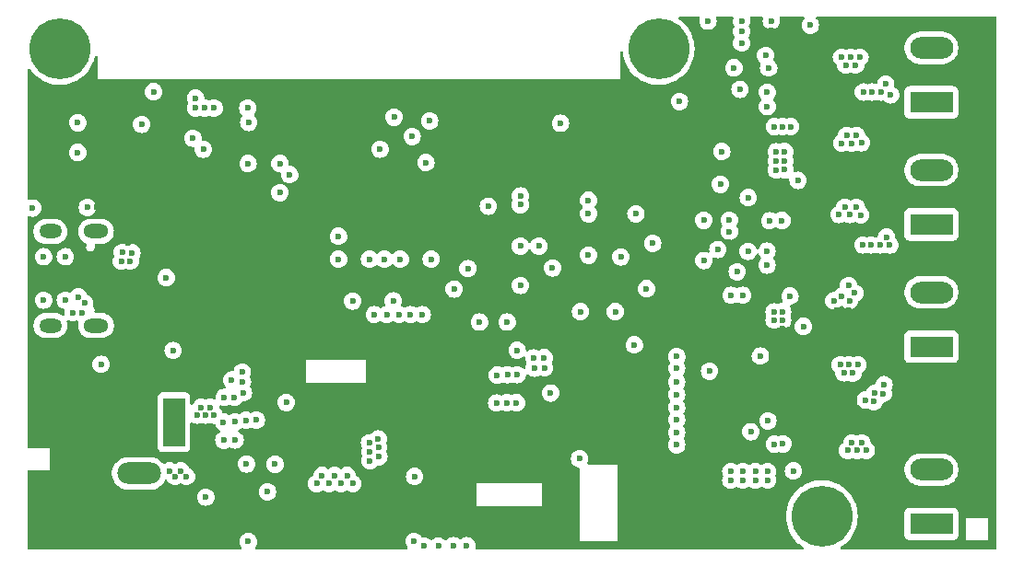
<source format=gbr>
%TF.GenerationSoftware,KiCad,Pcbnew,8.0.4*%
%TF.CreationDate,2025-02-12T19:06:00+01:00*%
%TF.ProjectId,SimpleLedController,53696d70-6c65-44c6-9564-436f6e74726f,A*%
%TF.SameCoordinates,Original*%
%TF.FileFunction,Copper,L2,Inr*%
%TF.FilePolarity,Positive*%
%FSLAX46Y46*%
G04 Gerber Fmt 4.6, Leading zero omitted, Abs format (unit mm)*
G04 Created by KiCad (PCBNEW 8.0.4) date 2025-02-12 19:06:00*
%MOMM*%
%LPD*%
G01*
G04 APERTURE LIST*
%TA.AperFunction,ComponentPad*%
%ADD10C,5.600000*%
%TD*%
%TA.AperFunction,ComponentPad*%
%ADD11C,0.630000*%
%TD*%
%TA.AperFunction,ComponentPad*%
%ADD12C,0.600000*%
%TD*%
%TA.AperFunction,ComponentPad*%
%ADD13O,4.000000X2.000000*%
%TD*%
%TA.AperFunction,ComponentPad*%
%ADD14O,2.000000X4.000000*%
%TD*%
%TA.AperFunction,ComponentPad*%
%ADD15R,2.000000X4.500000*%
%TD*%
%TA.AperFunction,ComponentPad*%
%ADD16O,3.960000X1.980000*%
%TD*%
%TA.AperFunction,ComponentPad*%
%ADD17R,3.960000X1.980000*%
%TD*%
%TA.AperFunction,HeatsinkPad*%
%ADD18C,0.600000*%
%TD*%
%TA.AperFunction,ComponentPad*%
%ADD19O,2.100000X1.300000*%
%TD*%
%TA.AperFunction,ComponentPad*%
%ADD20O,2.300000X1.300000*%
%TD*%
%TA.AperFunction,ViaPad*%
%ADD21C,0.600000*%
%TD*%
G04 APERTURE END LIST*
D10*
%TO.N,GND*%
%TO.C,H1*%
X103000000Y-108317800D03*
%TD*%
D11*
%TO.N,GND*%
%TO.C,U24*%
X172954251Y-99669612D03*
X172954251Y-98369612D03*
X172954251Y-97069612D03*
X171654251Y-99669612D03*
X171654251Y-98369612D03*
D12*
X171654251Y-97069612D03*
%TD*%
D13*
%TO.N,N/C*%
%TO.C,J1*%
X110288600Y-104362000D03*
D14*
%TO.N,GND*%
X107288600Y-99662000D03*
D15*
%TO.N,/USB_PD/UVP-OVP/Vin*%
X113488600Y-99662000D03*
%TD*%
D16*
%TO.N,GND*%
%TO.C,J5*%
X183071941Y-99024714D03*
%TO.N,/MCU/5V WS2812 and Servo/5V Data{slash}PWM*%
X183071941Y-104024714D03*
D17*
%TO.N,+12V*%
X183071941Y-109024714D03*
%TD*%
D18*
%TO.N,GND*%
%TO.C,U22*%
X130362808Y-77992820D03*
X130362808Y-76592820D03*
X129662808Y-78692820D03*
X129662808Y-77292820D03*
X129662808Y-75892820D03*
X128962808Y-77992820D03*
X128962808Y-76592820D03*
X128262808Y-78692820D03*
X128262808Y-77292820D03*
X128262808Y-75892820D03*
X127562808Y-77992820D03*
X127562808Y-76592820D03*
%TD*%
D19*
%TO.N,Net-(J3-SHIELD)*%
%TO.C,J3*%
X102125000Y-90772800D03*
D20*
X106325000Y-90772800D03*
D12*
X101505000Y-88442800D03*
X103505000Y-88442800D03*
X101505000Y-84442800D03*
X103505000Y-84442800D03*
D19*
X102125000Y-82112800D03*
D20*
X106325000Y-82112800D03*
%TD*%
D10*
%TO.N,unconnected-(H4-Pad1)*%
%TO.C,H4*%
X103000000Y-65317800D03*
%TD*%
D16*
%TO.N,Net-(J14-Pin_2)*%
%TO.C,J14*%
X183061941Y-76474898D03*
D17*
%TO.N,Net-(J14-Pin_1)*%
X183061941Y-81474898D03*
%TD*%
D10*
%TO.N,unconnected-(H2-Pad1)*%
%TO.C,H2*%
X158000000Y-65317800D03*
%TD*%
D16*
%TO.N,Net-(J13-Pin_2)*%
%TO.C,J13*%
X183061941Y-65229990D03*
D17*
%TO.N,Net-(J13-Pin_1)*%
X183061941Y-70229990D03*
%TD*%
D16*
%TO.N,Net-(J12-Pin_2)*%
%TO.C,J12*%
X183061941Y-87719806D03*
D17*
%TO.N,Net-(J12-Pin_1)*%
X183061941Y-92719806D03*
%TD*%
D11*
%TO.N,GND*%
%TO.C,U27*%
X172954251Y-71249000D03*
X172954251Y-69949000D03*
X172954251Y-68649000D03*
X171654251Y-71249000D03*
X171654251Y-69949000D03*
X171654251Y-68649000D03*
%TD*%
D10*
%TO.N,unconnected-(H3-Pad1)*%
%TO.C,H3*%
X173000000Y-108317800D03*
%TD*%
D11*
%TO.N,GND*%
%TO.C,U30*%
X172954251Y-85242520D03*
X172954251Y-83942520D03*
X172954251Y-82642520D03*
X171654251Y-85242520D03*
X171654251Y-83942520D03*
X171654251Y-82642520D03*
%TD*%
D21*
%TO.N,GND*%
X132308600Y-92837000D03*
X177396600Y-63474600D03*
X109245400Y-81483200D03*
X156413200Y-96030142D03*
X140360400Y-106121200D03*
X145110200Y-100990400D03*
X103482600Y-94337600D03*
X156413200Y-99524455D03*
X133451600Y-92837000D03*
X127358600Y-100459000D03*
X140480600Y-92093000D03*
X146111614Y-111000000D03*
X120446800Y-68656200D03*
X172720000Y-101600000D03*
X114303000Y-91188000D03*
X141252400Y-86819200D03*
X108256600Y-90805000D03*
X139880600Y-92693000D03*
X156413200Y-98359684D03*
X156413200Y-100689226D03*
X102644400Y-72112600D03*
X174421800Y-89382600D03*
X106429000Y-78234000D03*
X117681200Y-95607600D03*
X139344400Y-106121200D03*
X164503750Y-83110800D03*
X165430200Y-93970400D03*
X161390684Y-111000000D03*
X143924866Y-100990400D03*
X108161496Y-89933104D03*
X132816600Y-95885000D03*
X176301400Y-75793600D03*
X134493000Y-92811600D03*
X160518300Y-92102400D03*
X138534600Y-100306600D03*
X159845200Y-86463600D03*
X159032400Y-88698800D03*
X115420600Y-92966000D03*
X121607185Y-87595634D03*
X168354200Y-63578200D03*
X104879600Y-94337600D03*
X132410200Y-109169200D03*
X116665200Y-110898400D03*
X156413200Y-93700600D03*
X101526800Y-79021400D03*
X159385000Y-73847400D03*
X161521600Y-98046000D03*
X156413200Y-97194913D03*
X120983200Y-92966000D03*
X139776200Y-108331000D03*
X153862000Y-98894900D03*
X151564800Y-83034600D03*
X156413200Y-101854000D03*
X171808600Y-87251000D03*
X117198600Y-92966000D03*
X156806963Y-111000000D03*
X124968000Y-95402400D03*
X159261000Y-92102400D03*
X176453800Y-63474600D03*
X157530800Y-75869800D03*
X145494200Y-90451400D03*
X161547000Y-88698800D03*
X133553200Y-109169200D03*
X153774600Y-76075000D03*
X162537600Y-63756000D03*
X148567600Y-87403400D03*
X163375800Y-105005600D03*
X100434600Y-94337600D03*
X162918600Y-111000000D03*
X139750800Y-105359200D03*
X126596600Y-100459000D03*
X175818800Y-75107800D03*
X110416800Y-94337600D03*
X174917100Y-90170000D03*
X160289700Y-88698800D03*
X155279056Y-111000000D03*
X151615600Y-93855000D03*
X108204000Y-82321400D03*
X148437600Y-99441000D03*
X175945800Y-90170000D03*
X159692800Y-77546200D03*
X118637200Y-89283000D03*
X151564800Y-76608400D03*
X144583707Y-111000000D03*
X160756600Y-77546200D03*
X135486600Y-101602000D03*
X143055800Y-111000000D03*
X142739533Y-100990400D03*
X147142200Y-99441000D03*
X124615400Y-102084600D03*
X137137600Y-108331000D03*
X106429000Y-79908400D03*
X129136600Y-100459000D03*
X153873200Y-97967800D03*
X147624800Y-109829600D03*
X161848800Y-77546200D03*
X159862777Y-111000000D03*
X139880600Y-91493000D03*
X122140132Y-68656200D03*
X124968000Y-92354400D03*
X156413200Y-94865371D03*
X128120600Y-100459000D03*
X131724400Y-95885000D03*
X162885535Y-71454865D03*
X121948400Y-92966000D03*
X172824600Y-87251000D03*
X122986800Y-68656200D03*
X170441398Y-64996202D03*
X131800600Y-111023400D03*
X111051800Y-76583000D03*
X161848800Y-74144600D03*
X161775600Y-92102400D03*
X140480600Y-93293000D03*
X108204000Y-81483200D03*
X152223242Y-111000000D03*
X124968000Y-93878400D03*
X121928100Y-101221000D03*
X110493000Y-81129600D03*
X165204600Y-79300800D03*
X114912600Y-110898400D03*
X121538369Y-95608000D03*
X133400800Y-111023400D03*
X177396600Y-62654000D03*
X109245400Y-82321400D03*
X113693400Y-70233000D03*
X108204000Y-83210400D03*
X165478500Y-71655400D03*
X108256600Y-91668600D03*
X149167428Y-111000000D03*
X175450500Y-89382600D03*
X109578600Y-76583000D03*
X129898600Y-100459000D03*
X137769600Y-69429800D03*
X145316400Y-85320600D03*
X149710600Y-93855000D03*
X156895800Y-68986400D03*
X150695335Y-111000000D03*
X130660600Y-100459000D03*
X139725400Y-68554600D03*
X172182241Y-91804105D03*
X104498600Y-78996000D03*
X108229400Y-92481400D03*
X112414759Y-74199554D03*
X174117000Y-75793600D03*
X147639521Y-111000000D03*
X161531565Y-101830235D03*
X159870600Y-82961001D03*
X141503400Y-69392800D03*
X160756600Y-74154200D03*
X114557000Y-68656200D03*
X109245400Y-83210400D03*
X171935600Y-73222202D03*
X171907200Y-101600000D03*
X138379200Y-68580000D03*
X141328600Y-76497200D03*
X169395600Y-91073603D03*
X175260000Y-75742800D03*
X137442400Y-100332000D03*
X161239200Y-68224400D03*
X176453800Y-62654000D03*
X153751149Y-111000000D03*
X134213600Y-111023400D03*
X177393600Y-64312800D03*
X148440600Y-98348800D03*
X158334870Y-111000000D03*
X112906000Y-109323600D03*
X163375800Y-107825000D03*
X172697600Y-73222202D03*
X150726600Y-79834200D03*
X174599600Y-75107800D03*
X153850800Y-99822000D03*
X133375400Y-95173800D03*
X165712600Y-98935000D03*
X132588000Y-111023400D03*
X135610600Y-92811600D03*
X135994600Y-100332000D03*
X121293466Y-68656200D03*
X172542200Y-75996800D03*
X173888400Y-90170000D03*
X147167600Y-68453000D03*
X132334000Y-95173800D03*
X124968000Y-96926400D03*
X170172283Y-79364861D03*
X140716000Y-105359200D03*
X163680600Y-79275400D03*
X141554200Y-100990400D03*
X163375800Y-106415300D03*
X115420600Y-68656200D03*
X113693400Y-68656200D03*
%TO.N,+5V*%
X135216800Y-89763600D03*
X144097200Y-90451400D03*
X112779000Y-86362000D03*
X131902200Y-89763600D03*
X133057600Y-89763600D03*
X136296400Y-89763600D03*
X134137200Y-89763600D03*
%TO.N,+3V3*%
X166220600Y-83949000D03*
X170815000Y-77419200D03*
X137769600Y-111043600D03*
X168354200Y-62740000D03*
X136474200Y-111043600D03*
X156898800Y-87378000D03*
X116332000Y-70764400D03*
X165636400Y-64772000D03*
X139192000Y-111023400D03*
X135588200Y-104650000D03*
X169421000Y-101652800D03*
X147015200Y-83464400D03*
X148999400Y-72163400D03*
X165735000Y-87985600D03*
X145316400Y-87082800D03*
X164668200Y-87985600D03*
X145316400Y-78843600D03*
X170132200Y-72468200D03*
X166246000Y-79005200D03*
X165478500Y-69039200D03*
X168659000Y-72468200D03*
X169395600Y-72468200D03*
X166474600Y-100535200D03*
X171300600Y-90857800D03*
X171935600Y-63146400D03*
X135534400Y-110617000D03*
X115468400Y-70764400D03*
X168659000Y-101678200D03*
X142363100Y-79791178D03*
X163452000Y-83771200D03*
X170081400Y-88063800D03*
X140385800Y-111023400D03*
X162537600Y-62765400D03*
X120269000Y-70764400D03*
X165230000Y-85828600D03*
X115468400Y-69850000D03*
X151564800Y-79250000D03*
X167354000Y-93575600D03*
X162156600Y-81078800D03*
X117170200Y-70764400D03*
%TO.N,/MCU/Buttons/Buttons.BTN1*%
X123218400Y-78538800D03*
X145316400Y-79656400D03*
%TO.N,/USB_PD/UVP-OVP/Vin*%
X113058400Y-104142000D03*
X114125200Y-104142000D03*
X114633200Y-104650000D03*
X122075400Y-106072400D03*
X113591800Y-104650000D03*
X120322800Y-110644400D03*
X116411200Y-106555000D03*
X122776600Y-103532400D03*
X120145000Y-103507000D03*
%TO.N,Net-(Q3-S)*%
X115595400Y-99009200D03*
X109474000Y-84861400D03*
X105279000Y-88692800D03*
X109626400Y-84074000D03*
X116382800Y-99009200D03*
X123802600Y-97842800D03*
X117170200Y-99009200D03*
X116814600Y-98298000D03*
X104724200Y-88138000D03*
X113414000Y-93067600D03*
X104216200Y-89585800D03*
X115976400Y-98298000D03*
X119766869Y-95039167D03*
X105079800Y-89611200D03*
X108740400Y-84050600D03*
X108661200Y-84861400D03*
%TO.N,/MCU/ESP32S3/I2C1.SDA*%
X163807600Y-74752200D03*
X124117000Y-76887800D03*
%TO.N,+12V*%
X159667400Y-100609400D03*
X169595800Y-75615800D03*
X175361600Y-102260400D03*
X176631600Y-73964800D03*
X175765000Y-101572600D03*
X159664400Y-99441000D03*
X176199800Y-73304400D03*
X168808400Y-74777600D03*
X169595800Y-74752200D03*
X169395600Y-90273600D03*
X159664400Y-94716600D03*
X174091600Y-88493600D03*
X168024000Y-104192800D03*
X165771866Y-105000000D03*
X169395600Y-89486200D03*
X174828200Y-88087200D03*
X164645800Y-105000000D03*
X175539400Y-88468200D03*
X176022000Y-87782400D03*
X159667400Y-98298000D03*
X164645800Y-104192800D03*
X168808400Y-75615800D03*
X159664400Y-101752400D03*
X176225200Y-102260400D03*
X168808400Y-76454000D03*
X168608200Y-90273600D03*
X176682400Y-101574600D03*
X168608200Y-89511600D03*
X166897932Y-104192800D03*
X175742600Y-73990200D03*
X175272700Y-73304400D03*
X174828200Y-73990200D03*
X165771866Y-104192800D03*
X168024000Y-105000000D03*
X166897932Y-105000000D03*
X169595800Y-76428600D03*
X177088800Y-102260400D03*
X159664400Y-97104200D03*
X159667400Y-93624400D03*
X159667400Y-95961200D03*
X175463200Y-87096600D03*
X155778200Y-92549200D03*
%TO.N,/MCU/ESP32S3/I2C1.SCL*%
X163680600Y-77776800D03*
X136629600Y-75770200D03*
%TO.N,/MCU/5V WS2812 and Servo/5V Data{slash}PWM*%
X145011600Y-93042200D03*
X170386200Y-104142000D03*
%TO.N,/MCU/CH340 prog/UART_PROG.RST*%
X111610600Y-69267800D03*
X120348200Y-72087200D03*
%TO.N,/MCU/CH340 prog/UART_PROG.BOOT*%
X110518400Y-72265000D03*
X139220400Y-87413000D03*
%TO.N,/USB_PD/VBUS*%
X143129000Y-97891600D03*
X147523200Y-94665800D03*
X128240366Y-104573800D03*
X148085000Y-96979200D03*
X127702733Y-105308400D03*
X106784600Y-94337600D03*
X119100600Y-99618800D03*
X144957800Y-97866200D03*
X128811866Y-105308400D03*
X129921000Y-105308400D03*
X118036800Y-99644200D03*
X118113000Y-97385600D03*
X132305600Y-102844600D03*
X146558000Y-93751400D03*
X104651000Y-72112600D03*
X143179800Y-95326200D03*
X150743591Y-103022400D03*
X144119600Y-95300800D03*
X126593600Y-105308400D03*
X104651000Y-74855800D03*
X131495800Y-102362000D03*
X147497800Y-93726000D03*
X131495800Y-103200200D03*
X118062200Y-101322600D03*
X131448000Y-101551200D03*
X129387600Y-104573800D03*
X119100600Y-101295200D03*
X144068800Y-97866200D03*
X120091200Y-99491800D03*
X119049800Y-97383600D03*
X121056400Y-99466400D03*
X132257800Y-101195600D03*
X119862600Y-96951800D03*
X132280200Y-101981000D03*
X100510800Y-79961200D03*
X118795800Y-95785400D03*
X127093133Y-104573800D03*
X119786400Y-95935800D03*
X105537000Y-79908400D03*
X146583400Y-94691200D03*
X145008600Y-95300800D03*
%TO.N,/MCU/ESP32S3/I2C2.SDA*%
X155920900Y-80494600D03*
X123218400Y-75871800D03*
%TO.N,/MCU/ESP32S3/VSPI.CS*%
X154536600Y-84457000D03*
X128603200Y-82552000D03*
%TO.N,/MCU/ESP32S3/Hbridge2.IN1*%
X167960600Y-85217000D03*
X133632400Y-88493000D03*
%TO.N,/MCU/ESP32S3/VSPI.MISO*%
X131439533Y-84660200D03*
X148262800Y-85473000D03*
%TO.N,/MCU/ESP32S3/I2C2.SCL*%
X120297400Y-75871800D03*
X151564800Y-80494600D03*
%TO.N,/MCU/CH340 prog/UART_PROG.TX*%
X116182600Y-74551000D03*
X132413200Y-74551000D03*
%TO.N,/MCU/ESP32S3/Hbridge1.IN1*%
X136972500Y-71947500D03*
X167989000Y-70639400D03*
%TO.N,/MCU/ESP32S3/Hbridge3.IN2*%
X140489673Y-85533400D03*
X132819600Y-84660200D03*
X162690000Y-94972600D03*
X141557200Y-90451400D03*
%TO.N,/MCU/ESP32S3/Hbridge2.IN2*%
X157457600Y-83212400D03*
X137112200Y-84660200D03*
%TO.N,/MCU/ESP32S3/VSPI.MOSI*%
X128603200Y-84660200D03*
X151564800Y-84304600D03*
%TO.N,/MCU/ESP32S3/Hbridge3.IN1*%
X145316400Y-83466400D03*
X154028600Y-89486200D03*
X168044332Y-99539532D03*
X134275866Y-84660200D03*
%TO.N,/MCU/CH340 prog/UART_PROG.RX*%
X115217400Y-73535000D03*
X135359600Y-73382820D03*
%TO.N,/MCU/ESP32S3/VSPI.SCK*%
X150828200Y-89486200D03*
X129898600Y-88521000D03*
%TO.N,/MCU/ESP32S3/Hbridge1.IN2*%
X133708600Y-71604600D03*
X159921400Y-70156800D03*
%TO.N,/MCU/POWER SECTION/DRV1/IN22*%
X164934100Y-67066900D03*
X167989000Y-69318600D03*
%TO.N,/MCU/POWER SECTION/DRV2/IN22*%
X162156600Y-84787200D03*
X167960600Y-83921600D03*
%TO.N,Net-(U9-A0)*%
X167834865Y-65911265D03*
X165636400Y-62740000D03*
%TO.N,Net-(U10-A0)*%
X164503750Y-81086450D03*
X169341800Y-81105972D03*
%TO.N,Net-(U9-A1)*%
X168118588Y-67058000D03*
X165636400Y-63724385D03*
%TO.N,Net-(U10-A1)*%
X164503750Y-82120200D03*
X168224200Y-81127600D03*
%TO.N,Net-(U24-ISEN)*%
X174701200Y-94386400D03*
X178638200Y-97053400D03*
X175031400Y-95123000D03*
X175844200Y-95148400D03*
X177012600Y-97612200D03*
X177800000Y-97764600D03*
X177850800Y-97002600D03*
X176301400Y-94386400D03*
X175488600Y-94386400D03*
X178714400Y-96215200D03*
%TO.N,Net-(U27-ISEN)*%
X174802800Y-66090800D03*
X176809400Y-69291200D03*
X175641000Y-66090800D03*
X175209200Y-66827400D03*
X178451932Y-69291200D03*
X177630666Y-69291200D03*
X179324000Y-69545200D03*
X176098200Y-66827400D03*
X176504600Y-66090800D03*
X178866800Y-68554600D03*
%TO.N,Net-(U30-ISEN)*%
X176784000Y-83362800D03*
X178384200Y-83362800D03*
X176174400Y-79883000D03*
X178943000Y-82626200D03*
X179247800Y-83362800D03*
X176555400Y-80594200D03*
X177546000Y-83362800D03*
X175107600Y-79883000D03*
X174574200Y-80568800D03*
X175590200Y-80568800D03*
%TD*%
%TA.AperFunction,Conductor*%
%TO.N,GND*%
G36*
X161725565Y-62374185D02*
G01*
X161771320Y-62426989D01*
X161781264Y-62496147D01*
X161775567Y-62519455D01*
X161752233Y-62586137D01*
X161752230Y-62586150D01*
X161732035Y-62765396D01*
X161732035Y-62765403D01*
X161752230Y-62944649D01*
X161752231Y-62944654D01*
X161811811Y-63114923D01*
X161844043Y-63166219D01*
X161907784Y-63267662D01*
X162035338Y-63395216D01*
X162125680Y-63451982D01*
X162147652Y-63465788D01*
X162188078Y-63491189D01*
X162285756Y-63525368D01*
X162358345Y-63550768D01*
X162358350Y-63550769D01*
X162537596Y-63570965D01*
X162537600Y-63570965D01*
X162537604Y-63570965D01*
X162716849Y-63550769D01*
X162716852Y-63550768D01*
X162716855Y-63550768D01*
X162887122Y-63491189D01*
X163039862Y-63395216D01*
X163167416Y-63267662D01*
X163263389Y-63114922D01*
X163322968Y-62944655D01*
X163339426Y-62798589D01*
X163343165Y-62765403D01*
X163343165Y-62765396D01*
X163322969Y-62586150D01*
X163322966Y-62586137D01*
X163299633Y-62519455D01*
X163296071Y-62449676D01*
X163330799Y-62389049D01*
X163392793Y-62356821D01*
X163416674Y-62354500D01*
X164748438Y-62354500D01*
X164815477Y-62374185D01*
X164861232Y-62426989D01*
X164871176Y-62496147D01*
X164865480Y-62519455D01*
X164851031Y-62560745D01*
X164851030Y-62560750D01*
X164830835Y-62739996D01*
X164830835Y-62740003D01*
X164851030Y-62919249D01*
X164851033Y-62919262D01*
X164910609Y-63089520D01*
X164958803Y-63166221D01*
X164977803Y-63233458D01*
X164958804Y-63298163D01*
X164910608Y-63374867D01*
X164851033Y-63545122D01*
X164851030Y-63545135D01*
X164830835Y-63724381D01*
X164830835Y-63724388D01*
X164851030Y-63903634D01*
X164851031Y-63903639D01*
X164910612Y-64073911D01*
X164978668Y-64182220D01*
X164997669Y-64249456D01*
X164978669Y-64314164D01*
X164910611Y-64422476D01*
X164851031Y-64592745D01*
X164851030Y-64592750D01*
X164830835Y-64771996D01*
X164830835Y-64772003D01*
X164851030Y-64951249D01*
X164851031Y-64951254D01*
X164910611Y-65121523D01*
X164921006Y-65138066D01*
X165006584Y-65274262D01*
X165134138Y-65401816D01*
X165157840Y-65416709D01*
X165284662Y-65496397D01*
X165286878Y-65497789D01*
X165457145Y-65557368D01*
X165457150Y-65557369D01*
X165636396Y-65577565D01*
X165636400Y-65577565D01*
X165636404Y-65577565D01*
X165815649Y-65557369D01*
X165815652Y-65557368D01*
X165815655Y-65557368D01*
X165985922Y-65497789D01*
X166138662Y-65401816D01*
X166266216Y-65274262D01*
X166362189Y-65121522D01*
X166421768Y-64951255D01*
X166441965Y-64772000D01*
X166429945Y-64665321D01*
X166421769Y-64592750D01*
X166421768Y-64592745D01*
X166362188Y-64422475D01*
X166294131Y-64314165D01*
X166275130Y-64246928D01*
X166294131Y-64182220D01*
X166350129Y-64093100D01*
X166362188Y-64073909D01*
X166362189Y-64073907D01*
X166421768Y-63903640D01*
X166425312Y-63872188D01*
X166441965Y-63724388D01*
X166441965Y-63724381D01*
X166421769Y-63545135D01*
X166421766Y-63545122D01*
X166362190Y-63374866D01*
X166362189Y-63374862D01*
X166313996Y-63298164D01*
X166294996Y-63230927D01*
X166313997Y-63166219D01*
X166362188Y-63089524D01*
X166362189Y-63089522D01*
X166421768Y-62919255D01*
X166435365Y-62798581D01*
X166441965Y-62740003D01*
X166441965Y-62739996D01*
X166421769Y-62560750D01*
X166421768Y-62560745D01*
X166407320Y-62519455D01*
X166403759Y-62449676D01*
X166438488Y-62389048D01*
X166500481Y-62356821D01*
X166524362Y-62354500D01*
X167466238Y-62354500D01*
X167533277Y-62374185D01*
X167579032Y-62426989D01*
X167588976Y-62496147D01*
X167583280Y-62519455D01*
X167568831Y-62560745D01*
X167568830Y-62560750D01*
X167548635Y-62739996D01*
X167548635Y-62740003D01*
X167568830Y-62919249D01*
X167568831Y-62919254D01*
X167628411Y-63089523D01*
X167676603Y-63166219D01*
X167724384Y-63242262D01*
X167851938Y-63369816D01*
X168004678Y-63465789D01*
X168174945Y-63525368D01*
X168174950Y-63525369D01*
X168354196Y-63545565D01*
X168354200Y-63545565D01*
X168354204Y-63545565D01*
X168533449Y-63525369D01*
X168533452Y-63525368D01*
X168533455Y-63525368D01*
X168703722Y-63465789D01*
X168856462Y-63369816D01*
X168984016Y-63242262D01*
X169079989Y-63089522D01*
X169139568Y-62919255D01*
X169153165Y-62798581D01*
X169159765Y-62740003D01*
X169159765Y-62739996D01*
X169139569Y-62560750D01*
X169139568Y-62560745D01*
X169125120Y-62519455D01*
X169121559Y-62449676D01*
X169156288Y-62389048D01*
X169218281Y-62356821D01*
X169242162Y-62354500D01*
X171296060Y-62354500D01*
X171363099Y-62374185D01*
X171408854Y-62426989D01*
X171418798Y-62496147D01*
X171389773Y-62559703D01*
X171383741Y-62566181D01*
X171305784Y-62644137D01*
X171209811Y-62796876D01*
X171150231Y-62967145D01*
X171150230Y-62967150D01*
X171130035Y-63146396D01*
X171130035Y-63146403D01*
X171150230Y-63325649D01*
X171150231Y-63325654D01*
X171209811Y-63495923D01*
X171283824Y-63613713D01*
X171305784Y-63648662D01*
X171433338Y-63776216D01*
X171586078Y-63872189D01*
X171675943Y-63903634D01*
X171756345Y-63931768D01*
X171756350Y-63931769D01*
X171935596Y-63951965D01*
X171935600Y-63951965D01*
X171935604Y-63951965D01*
X172114849Y-63931769D01*
X172114852Y-63931768D01*
X172114855Y-63931768D01*
X172285122Y-63872189D01*
X172437862Y-63776216D01*
X172565416Y-63648662D01*
X172661389Y-63495922D01*
X172720968Y-63325655D01*
X172721889Y-63317480D01*
X172741165Y-63146403D01*
X172741165Y-63146396D01*
X172720969Y-62967150D01*
X172720968Y-62967145D01*
X172704213Y-62919262D01*
X172661389Y-62796878D01*
X172565416Y-62644138D01*
X172487459Y-62566181D01*
X172453974Y-62504858D01*
X172458958Y-62435166D01*
X172500830Y-62379233D01*
X172566294Y-62354816D01*
X172575140Y-62354500D01*
X188921100Y-62354500D01*
X188988139Y-62374185D01*
X189033894Y-62426989D01*
X189045100Y-62478500D01*
X189045100Y-111229500D01*
X189025415Y-111296539D01*
X188972611Y-111342294D01*
X188921100Y-111353500D01*
X174803088Y-111353500D01*
X174736049Y-111333815D01*
X174690294Y-111281011D01*
X174680350Y-111211853D01*
X174709375Y-111148297D01*
X174739156Y-111123251D01*
X174854919Y-111053600D01*
X175139837Y-110837011D01*
X175399668Y-110590886D01*
X175455802Y-110524800D01*
X186274200Y-110524800D01*
X188274200Y-110524800D01*
X188274200Y-108524800D01*
X186274200Y-108524800D01*
X186274200Y-110524800D01*
X175455802Y-110524800D01*
X175631365Y-110318111D01*
X175832211Y-110021885D01*
X175999853Y-109705680D01*
X176132324Y-109373203D01*
X176228071Y-109028352D01*
X176285972Y-108675171D01*
X176305348Y-108317800D01*
X176287404Y-107986849D01*
X180591441Y-107986849D01*
X180591441Y-110062584D01*
X180591442Y-110062590D01*
X180597849Y-110122197D01*
X180648143Y-110257042D01*
X180648147Y-110257049D01*
X180734393Y-110372258D01*
X180734396Y-110372261D01*
X180849605Y-110458507D01*
X180849612Y-110458511D01*
X180984458Y-110508805D01*
X180984457Y-110508805D01*
X180991385Y-110509549D01*
X181044068Y-110515214D01*
X185099813Y-110515213D01*
X185159424Y-110508805D01*
X185294272Y-110458510D01*
X185409487Y-110372260D01*
X185495737Y-110257045D01*
X185546032Y-110122197D01*
X185552441Y-110062587D01*
X185552440Y-107986842D01*
X185546032Y-107927231D01*
X185495737Y-107792383D01*
X185495736Y-107792382D01*
X185495734Y-107792378D01*
X185409488Y-107677169D01*
X185409485Y-107677166D01*
X185294276Y-107590920D01*
X185294269Y-107590916D01*
X185159423Y-107540622D01*
X185159424Y-107540622D01*
X185099824Y-107534215D01*
X185099822Y-107534214D01*
X185099814Y-107534214D01*
X185099805Y-107534214D01*
X181044070Y-107534214D01*
X181044064Y-107534215D01*
X180984457Y-107540622D01*
X180849612Y-107590916D01*
X180849605Y-107590920D01*
X180734396Y-107677166D01*
X180734393Y-107677169D01*
X180648147Y-107792378D01*
X180648143Y-107792385D01*
X180597849Y-107927231D01*
X180594280Y-107960431D01*
X180591442Y-107986837D01*
X180591441Y-107986849D01*
X176287404Y-107986849D01*
X176285972Y-107960429D01*
X176280529Y-107927231D01*
X176228073Y-107607260D01*
X176228072Y-107607259D01*
X176228071Y-107607248D01*
X176153973Y-107340369D01*
X176132327Y-107262407D01*
X176132325Y-107262400D01*
X175999857Y-106929929D01*
X175999848Y-106929911D01*
X175832215Y-106613722D01*
X175832213Y-106613719D01*
X175832211Y-106613715D01*
X175631365Y-106317489D01*
X175631361Y-106317484D01*
X175631358Y-106317480D01*
X175399668Y-106044714D01*
X175388555Y-106034187D01*
X175139837Y-105798589D01*
X175139830Y-105798583D01*
X175139827Y-105798581D01*
X175040238Y-105722876D01*
X174854919Y-105582000D01*
X174548253Y-105397485D01*
X174548252Y-105397484D01*
X174548248Y-105397482D01*
X174548244Y-105397480D01*
X174223447Y-105247214D01*
X174223441Y-105247211D01*
X174223435Y-105247209D01*
X174053854Y-105190070D01*
X173884273Y-105132931D01*
X173534744Y-105055994D01*
X173178949Y-105017300D01*
X173178948Y-105017300D01*
X172821052Y-105017300D01*
X172821050Y-105017300D01*
X172465255Y-105055994D01*
X172115726Y-105132931D01*
X171859970Y-105219106D01*
X171776565Y-105247209D01*
X171776563Y-105247210D01*
X171776552Y-105247214D01*
X171451755Y-105397480D01*
X171451751Y-105397482D01*
X171256080Y-105515214D01*
X171145081Y-105582000D01*
X171077881Y-105633084D01*
X170860172Y-105798581D01*
X170860163Y-105798589D01*
X170600331Y-106044714D01*
X170368641Y-106317480D01*
X170368634Y-106317490D01*
X170167790Y-106613713D01*
X170167784Y-106613722D01*
X170000151Y-106929911D01*
X170000142Y-106929929D01*
X169867674Y-107262400D01*
X169867672Y-107262407D01*
X169771932Y-107607234D01*
X169771926Y-107607260D01*
X169714029Y-107960414D01*
X169714028Y-107960431D01*
X169694652Y-108317797D01*
X169694652Y-108317802D01*
X169714028Y-108675168D01*
X169714029Y-108675185D01*
X169771926Y-109028339D01*
X169771932Y-109028365D01*
X169867672Y-109373192D01*
X169867674Y-109373199D01*
X170000142Y-109705670D01*
X170000151Y-109705688D01*
X170167784Y-110021877D01*
X170167787Y-110021882D01*
X170167789Y-110021885D01*
X170352881Y-110294876D01*
X170368634Y-110318109D01*
X170368641Y-110318119D01*
X170568527Y-110553442D01*
X170600332Y-110590886D01*
X170860163Y-110837011D01*
X170860170Y-110837016D01*
X170860172Y-110837018D01*
X170869554Y-110844150D01*
X171145081Y-111053600D01*
X171260842Y-111123251D01*
X171308135Y-111174679D01*
X171320118Y-111243514D01*
X171292983Y-111307899D01*
X171235346Y-111347393D01*
X171196912Y-111353500D01*
X141292230Y-111353500D01*
X141225191Y-111333815D01*
X141179436Y-111281011D01*
X141169492Y-111211853D01*
X141171119Y-111203087D01*
X141176771Y-111152930D01*
X141181054Y-111114906D01*
X141191365Y-111023403D01*
X141191365Y-111023396D01*
X141171169Y-110844150D01*
X141171168Y-110844145D01*
X141163996Y-110823649D01*
X141111589Y-110673878D01*
X141015616Y-110521138D01*
X140888062Y-110393584D01*
X140854122Y-110372258D01*
X140735323Y-110297611D01*
X140565054Y-110238031D01*
X140565049Y-110238030D01*
X140385804Y-110217835D01*
X140385796Y-110217835D01*
X140206550Y-110238030D01*
X140206545Y-110238031D01*
X140036276Y-110297611D01*
X139883537Y-110393584D01*
X139876581Y-110400541D01*
X139815258Y-110434026D01*
X139745566Y-110429042D01*
X139701219Y-110400541D01*
X139694262Y-110393584D01*
X139541523Y-110297611D01*
X139371254Y-110238031D01*
X139371249Y-110238030D01*
X139192004Y-110217835D01*
X139191996Y-110217835D01*
X139012750Y-110238030D01*
X139012745Y-110238031D01*
X138842476Y-110297611D01*
X138689737Y-110393584D01*
X138558381Y-110524941D01*
X138497058Y-110558426D01*
X138427366Y-110553442D01*
X138383019Y-110524941D01*
X138271862Y-110413784D01*
X138119123Y-110317811D01*
X137948854Y-110258231D01*
X137948849Y-110258230D01*
X137769604Y-110238035D01*
X137769596Y-110238035D01*
X137590350Y-110258230D01*
X137590345Y-110258231D01*
X137420076Y-110317811D01*
X137267337Y-110413784D01*
X137209581Y-110471541D01*
X137148258Y-110505026D01*
X137078566Y-110500042D01*
X137034219Y-110471541D01*
X136976462Y-110413784D01*
X136823723Y-110317811D01*
X136653454Y-110258231D01*
X136653449Y-110258230D01*
X136474204Y-110238035D01*
X136474196Y-110238035D01*
X136334485Y-110253776D01*
X136265663Y-110241721D01*
X136215608Y-110196528D01*
X136189048Y-110154258D01*
X136164216Y-110114738D01*
X136036662Y-109987184D01*
X135883923Y-109891211D01*
X135713654Y-109831631D01*
X135713649Y-109831630D01*
X135534404Y-109811435D01*
X135534396Y-109811435D01*
X135355150Y-109831630D01*
X135355145Y-109831631D01*
X135184876Y-109891211D01*
X135032137Y-109987184D01*
X134904584Y-110114737D01*
X134808611Y-110267476D01*
X134749031Y-110437745D01*
X134749030Y-110437750D01*
X134728835Y-110616996D01*
X134728835Y-110617003D01*
X134749030Y-110796249D01*
X134749031Y-110796254D01*
X134808611Y-110966523D01*
X134904584Y-111119262D01*
X134927141Y-111141819D01*
X134960626Y-111203142D01*
X134955642Y-111272834D01*
X134913770Y-111328767D01*
X134848306Y-111353184D01*
X134839460Y-111353500D01*
X121045140Y-111353500D01*
X120978101Y-111333815D01*
X120932346Y-111281011D01*
X120922402Y-111211853D01*
X120949310Y-111152930D01*
X120948275Y-111152105D01*
X120952611Y-111146666D01*
X120952616Y-111146662D01*
X121048589Y-110993922D01*
X121108168Y-110823655D01*
X121111256Y-110796254D01*
X121128365Y-110644400D01*
X121128365Y-110644396D01*
X121108169Y-110465150D01*
X121108168Y-110465145D01*
X121056721Y-110318119D01*
X121048589Y-110294878D01*
X121031372Y-110267478D01*
X121000180Y-110217835D01*
X120952616Y-110142138D01*
X120825062Y-110014584D01*
X120781455Y-109987184D01*
X120672323Y-109918611D01*
X120502054Y-109859031D01*
X120502049Y-109859030D01*
X120322804Y-109838835D01*
X120322796Y-109838835D01*
X120143550Y-109859030D01*
X120143545Y-109859031D01*
X119973276Y-109918611D01*
X119820537Y-110014584D01*
X119692984Y-110142137D01*
X119597011Y-110294876D01*
X119537431Y-110465145D01*
X119537430Y-110465150D01*
X119517235Y-110644396D01*
X119517235Y-110644400D01*
X119537430Y-110823649D01*
X119537431Y-110823654D01*
X119597011Y-110993923D01*
X119692984Y-111146662D01*
X119697325Y-111152105D01*
X119694839Y-111154086D01*
X119721626Y-111203142D01*
X119716642Y-111272834D01*
X119674770Y-111328767D01*
X119609306Y-111353184D01*
X119600460Y-111353500D01*
X100170100Y-111353500D01*
X100103061Y-111333815D01*
X100057306Y-111281011D01*
X100046100Y-111229500D01*
X100046100Y-106554996D01*
X115605635Y-106554996D01*
X115605635Y-106555003D01*
X115625830Y-106734249D01*
X115625831Y-106734254D01*
X115685411Y-106904523D01*
X115701375Y-106929929D01*
X115781384Y-107057262D01*
X115908938Y-107184816D01*
X116061678Y-107280789D01*
X116231945Y-107340368D01*
X116231950Y-107340369D01*
X116411196Y-107360565D01*
X116411200Y-107360565D01*
X116411204Y-107360565D01*
X116590449Y-107340369D01*
X116590452Y-107340368D01*
X116590455Y-107340368D01*
X116760722Y-107280789D01*
X116913462Y-107184816D01*
X117041016Y-107057262D01*
X117136989Y-106904522D01*
X117196568Y-106734255D01*
X117210149Y-106613722D01*
X117216765Y-106555003D01*
X117216765Y-106554996D01*
X117196569Y-106375750D01*
X117196568Y-106375745D01*
X117153147Y-106251655D01*
X117136989Y-106205478D01*
X117053368Y-106072396D01*
X121269835Y-106072396D01*
X121269835Y-106072403D01*
X121290030Y-106251649D01*
X121290031Y-106251654D01*
X121349611Y-106421923D01*
X121433231Y-106555003D01*
X121445584Y-106574662D01*
X121573138Y-106702216D01*
X121725878Y-106798189D01*
X121896145Y-106857768D01*
X121896150Y-106857769D01*
X122075396Y-106877965D01*
X122075400Y-106877965D01*
X122075404Y-106877965D01*
X122254649Y-106857769D01*
X122254652Y-106857768D01*
X122254655Y-106857768D01*
X122424922Y-106798189D01*
X122577662Y-106702216D01*
X122705216Y-106574662D01*
X122801189Y-106421922D01*
X122860768Y-106251655D01*
X122876282Y-106113965D01*
X122880965Y-106072403D01*
X122880965Y-106072396D01*
X122860769Y-105893150D01*
X122860768Y-105893145D01*
X122850045Y-105862500D01*
X122801189Y-105722878D01*
X122705216Y-105570138D01*
X122577662Y-105442584D01*
X122566178Y-105435368D01*
X122424923Y-105346611D01*
X122315711Y-105308396D01*
X125788035Y-105308396D01*
X125788035Y-105308403D01*
X125808230Y-105487649D01*
X125808231Y-105487654D01*
X125867811Y-105657923D01*
X125925312Y-105749435D01*
X125963784Y-105810662D01*
X126091338Y-105938216D01*
X126105006Y-105946804D01*
X126244074Y-106034187D01*
X126244078Y-106034189D01*
X126414345Y-106093768D01*
X126414350Y-106093769D01*
X126593596Y-106113965D01*
X126593600Y-106113965D01*
X126593604Y-106113965D01*
X126772849Y-106093769D01*
X126772852Y-106093768D01*
X126772855Y-106093768D01*
X126943122Y-106034189D01*
X126943126Y-106034187D01*
X126976569Y-106013172D01*
X127082195Y-105946803D01*
X127149430Y-105927803D01*
X127214138Y-105946804D01*
X127353206Y-106034187D01*
X127353210Y-106034188D01*
X127353211Y-106034189D01*
X127523478Y-106093768D01*
X127523483Y-106093769D01*
X127702729Y-106113965D01*
X127702733Y-106113965D01*
X127702737Y-106113965D01*
X127881982Y-106093769D01*
X127881985Y-106093768D01*
X127881988Y-106093768D01*
X128052255Y-106034189D01*
X128052259Y-106034187D01*
X128085702Y-106013172D01*
X128191328Y-105946803D01*
X128258563Y-105927803D01*
X128323271Y-105946804D01*
X128462339Y-106034187D01*
X128462343Y-106034188D01*
X128462344Y-106034189D01*
X128632611Y-106093768D01*
X128632616Y-106093769D01*
X128811862Y-106113965D01*
X128811866Y-106113965D01*
X128811870Y-106113965D01*
X128991115Y-106093769D01*
X128991118Y-106093768D01*
X128991121Y-106093768D01*
X129161388Y-106034189D01*
X129161390Y-106034187D01*
X129161392Y-106034187D01*
X129300461Y-105946804D01*
X129367697Y-105927803D01*
X129432405Y-105946804D01*
X129571473Y-106034187D01*
X129571477Y-106034188D01*
X129571478Y-106034189D01*
X129741745Y-106093768D01*
X129741750Y-106093769D01*
X129920996Y-106113965D01*
X129921000Y-106113965D01*
X129921004Y-106113965D01*
X130100249Y-106093769D01*
X130100252Y-106093768D01*
X130100255Y-106093768D01*
X130270522Y-106034189D01*
X130423262Y-105938216D01*
X130550816Y-105810662D01*
X130646789Y-105657922D01*
X130706368Y-105487655D01*
X130709984Y-105455565D01*
X130726565Y-105308403D01*
X130726565Y-105308396D01*
X130706369Y-105129150D01*
X130706368Y-105129145D01*
X130667232Y-105017300D01*
X130646789Y-104958878D01*
X130633665Y-104937992D01*
X130565341Y-104829255D01*
X130550816Y-104806138D01*
X130423262Y-104678584D01*
X130378532Y-104650478D01*
X130377765Y-104649996D01*
X134782635Y-104649996D01*
X134782635Y-104650003D01*
X134802830Y-104829249D01*
X134802831Y-104829254D01*
X134862411Y-104999523D01*
X134946238Y-105132932D01*
X134958384Y-105152262D01*
X135085938Y-105279816D01*
X135131423Y-105308396D01*
X135192241Y-105346611D01*
X135238678Y-105375789D01*
X135300682Y-105397485D01*
X135408945Y-105435368D01*
X135408950Y-105435369D01*
X135588196Y-105455565D01*
X135588200Y-105455565D01*
X135588204Y-105455565D01*
X135767449Y-105435369D01*
X135767452Y-105435368D01*
X135767455Y-105435368D01*
X135937722Y-105375789D01*
X136089813Y-105280224D01*
X141274799Y-105280224D01*
X141277800Y-107393200D01*
X147272200Y-107393200D01*
X147272200Y-105285000D01*
X146964400Y-105285000D01*
X141313554Y-105285000D01*
X141292991Y-105283283D01*
X141274800Y-105280224D01*
X141274799Y-105280224D01*
X136089813Y-105280224D01*
X136090462Y-105279816D01*
X136218016Y-105152262D01*
X136313989Y-104999522D01*
X136373568Y-104829255D01*
X136373569Y-104829249D01*
X136393765Y-104650003D01*
X136393765Y-104649996D01*
X136373569Y-104470750D01*
X136373568Y-104470745D01*
X136313988Y-104300476D01*
X136271457Y-104232789D01*
X136218016Y-104147738D01*
X136090462Y-104020184D01*
X136035371Y-103985568D01*
X135937723Y-103924211D01*
X135767454Y-103864631D01*
X135767449Y-103864630D01*
X135588204Y-103844435D01*
X135588196Y-103844435D01*
X135408950Y-103864630D01*
X135408945Y-103864631D01*
X135238676Y-103924211D01*
X135085937Y-104020184D01*
X134958384Y-104147737D01*
X134862411Y-104300476D01*
X134802831Y-104470745D01*
X134802830Y-104470750D01*
X134782635Y-104649996D01*
X130377765Y-104649996D01*
X130270520Y-104582609D01*
X130264563Y-104580525D01*
X130207787Y-104539802D01*
X130182299Y-104477370D01*
X130172968Y-104394545D01*
X130113389Y-104224278D01*
X130017416Y-104071538D01*
X129889862Y-103943984D01*
X129861222Y-103925988D01*
X129737123Y-103848011D01*
X129566854Y-103788431D01*
X129566849Y-103788430D01*
X129387604Y-103768235D01*
X129387596Y-103768235D01*
X129208350Y-103788430D01*
X129208345Y-103788431D01*
X129038076Y-103848011D01*
X128879955Y-103947366D01*
X128812718Y-103966366D01*
X128748011Y-103947366D01*
X128589889Y-103848011D01*
X128419620Y-103788431D01*
X128419615Y-103788430D01*
X128240370Y-103768235D01*
X128240362Y-103768235D01*
X128061116Y-103788430D01*
X128061111Y-103788431D01*
X127890842Y-103848011D01*
X127732721Y-103947366D01*
X127665484Y-103966366D01*
X127600777Y-103947366D01*
X127566754Y-103925988D01*
X127496626Y-103881923D01*
X127442656Y-103848011D01*
X127272387Y-103788431D01*
X127272382Y-103788430D01*
X127093137Y-103768235D01*
X127093129Y-103768235D01*
X126913883Y-103788430D01*
X126913878Y-103788431D01*
X126743609Y-103848011D01*
X126590870Y-103943984D01*
X126463317Y-104071537D01*
X126367343Y-104224278D01*
X126307763Y-104394550D01*
X126296498Y-104494534D01*
X126269431Y-104558948D01*
X126239250Y-104585643D01*
X126091343Y-104678579D01*
X126091337Y-104678584D01*
X125963784Y-104806137D01*
X125867811Y-104958876D01*
X125808231Y-105129145D01*
X125808230Y-105129150D01*
X125788035Y-105308396D01*
X122315711Y-105308396D01*
X122254654Y-105287031D01*
X122254649Y-105287030D01*
X122075404Y-105266835D01*
X122075396Y-105266835D01*
X121896150Y-105287030D01*
X121896145Y-105287031D01*
X121725876Y-105346611D01*
X121573137Y-105442584D01*
X121445584Y-105570137D01*
X121349611Y-105722876D01*
X121290031Y-105893145D01*
X121290030Y-105893150D01*
X121269835Y-106072396D01*
X117053368Y-106072396D01*
X117041016Y-106052738D01*
X116913462Y-105925184D01*
X116760723Y-105829211D01*
X116590454Y-105769631D01*
X116590449Y-105769630D01*
X116411204Y-105749435D01*
X116411196Y-105749435D01*
X116231950Y-105769630D01*
X116231945Y-105769631D01*
X116061676Y-105829211D01*
X115908937Y-105925184D01*
X115781384Y-106052737D01*
X115685411Y-106205476D01*
X115625831Y-106375745D01*
X115625830Y-106375750D01*
X115605635Y-106554996D01*
X100046100Y-106554996D01*
X100046100Y-104243902D01*
X107788100Y-104243902D01*
X107788100Y-104480097D01*
X107825046Y-104713368D01*
X107898033Y-104937996D01*
X107995429Y-105129145D01*
X108005257Y-105148433D01*
X108144083Y-105339510D01*
X108311090Y-105506517D01*
X108502167Y-105645343D01*
X108526855Y-105657922D01*
X108712603Y-105752566D01*
X108712605Y-105752566D01*
X108712608Y-105752568D01*
X108813556Y-105785368D01*
X108937231Y-105825553D01*
X109170503Y-105862500D01*
X109170508Y-105862500D01*
X111406697Y-105862500D01*
X111639968Y-105825553D01*
X111864592Y-105752568D01*
X112075033Y-105645343D01*
X112266110Y-105506517D01*
X112433117Y-105339510D01*
X112571943Y-105148433D01*
X112646371Y-105002358D01*
X112694345Y-104951562D01*
X112762166Y-104934767D01*
X112828301Y-104957304D01*
X112860209Y-104994943D01*
X112862306Y-104993626D01*
X112949838Y-105132932D01*
X112961984Y-105152262D01*
X113089538Y-105279816D01*
X113135023Y-105308396D01*
X113195841Y-105346611D01*
X113242278Y-105375789D01*
X113304282Y-105397485D01*
X113412545Y-105435368D01*
X113412550Y-105435369D01*
X113591796Y-105455565D01*
X113591800Y-105455565D01*
X113591804Y-105455565D01*
X113771049Y-105435369D01*
X113771052Y-105435368D01*
X113771055Y-105435368D01*
X113941322Y-105375789D01*
X113987759Y-105346611D01*
X114046527Y-105309684D01*
X114113764Y-105290683D01*
X114178473Y-105309684D01*
X114283675Y-105375788D01*
X114453945Y-105435368D01*
X114453950Y-105435369D01*
X114633196Y-105455565D01*
X114633200Y-105455565D01*
X114633204Y-105455565D01*
X114812449Y-105435369D01*
X114812452Y-105435368D01*
X114812455Y-105435368D01*
X114982722Y-105375789D01*
X115135462Y-105279816D01*
X115263016Y-105152262D01*
X115358989Y-104999522D01*
X115418568Y-104829255D01*
X115418569Y-104829249D01*
X115438765Y-104650003D01*
X115438765Y-104649996D01*
X115418569Y-104470750D01*
X115418568Y-104470745D01*
X115358988Y-104300476D01*
X115316457Y-104232789D01*
X115263016Y-104147738D01*
X115135462Y-104020184D01*
X115080371Y-103985568D01*
X114982723Y-103924211D01*
X114941500Y-103909787D01*
X114884724Y-103869065D01*
X114865412Y-103833698D01*
X114856339Y-103807768D01*
X114850989Y-103792478D01*
X114755016Y-103639738D01*
X114627462Y-103512184D01*
X114622866Y-103509296D01*
X114619206Y-103506996D01*
X119339435Y-103506996D01*
X119339435Y-103507003D01*
X119359630Y-103686249D01*
X119359631Y-103686254D01*
X119419211Y-103856523D01*
X119500296Y-103985568D01*
X119515184Y-104009262D01*
X119642738Y-104136816D01*
X119683162Y-104162216D01*
X119781929Y-104224276D01*
X119795478Y-104232789D01*
X119965745Y-104292368D01*
X119965750Y-104292369D01*
X120144996Y-104312565D01*
X120145000Y-104312565D01*
X120145004Y-104312565D01*
X120324249Y-104292369D01*
X120324252Y-104292368D01*
X120324255Y-104292368D01*
X120494522Y-104232789D01*
X120647262Y-104136816D01*
X120774816Y-104009262D01*
X120870789Y-103856522D01*
X120930368Y-103686255D01*
X120933961Y-103654369D01*
X120947704Y-103532396D01*
X121971035Y-103532396D01*
X121971035Y-103532403D01*
X121991230Y-103711649D01*
X121991231Y-103711654D01*
X122050811Y-103881923D01*
X122137687Y-104020184D01*
X122146784Y-104034662D01*
X122274338Y-104162216D01*
X122323006Y-104192796D01*
X122386652Y-104232788D01*
X122427078Y-104258189D01*
X122547933Y-104300478D01*
X122597345Y-104317768D01*
X122597350Y-104317769D01*
X122776596Y-104337965D01*
X122776600Y-104337965D01*
X122776604Y-104337965D01*
X122955849Y-104317769D01*
X122955852Y-104317768D01*
X122955855Y-104317768D01*
X123126122Y-104258189D01*
X123278862Y-104162216D01*
X123406416Y-104034662D01*
X123502389Y-103881922D01*
X123561968Y-103711655D01*
X123561969Y-103711649D01*
X123582165Y-103532403D01*
X123582165Y-103532396D01*
X123561969Y-103353150D01*
X123561968Y-103353145D01*
X123523608Y-103243518D01*
X123502389Y-103182878D01*
X123406416Y-103030138D01*
X123278862Y-102902584D01*
X123272276Y-102898446D01*
X123126123Y-102806611D01*
X122955854Y-102747031D01*
X122955849Y-102747030D01*
X122776604Y-102726835D01*
X122776596Y-102726835D01*
X122597350Y-102747030D01*
X122597345Y-102747031D01*
X122427076Y-102806611D01*
X122274337Y-102902584D01*
X122146784Y-103030137D01*
X122050811Y-103182876D01*
X121991231Y-103353145D01*
X121991230Y-103353150D01*
X121971035Y-103532396D01*
X120947704Y-103532396D01*
X120950565Y-103507003D01*
X120950565Y-103506996D01*
X120930369Y-103327750D01*
X120930368Y-103327745D01*
X120891786Y-103217485D01*
X120870789Y-103157478D01*
X120774816Y-103004738D01*
X120647262Y-102877184D01*
X120605078Y-102850678D01*
X120494523Y-102781211D01*
X120324254Y-102721631D01*
X120324249Y-102721630D01*
X120145004Y-102701435D01*
X120144996Y-102701435D01*
X119965750Y-102721630D01*
X119965745Y-102721631D01*
X119795476Y-102781211D01*
X119642737Y-102877184D01*
X119515184Y-103004737D01*
X119419211Y-103157476D01*
X119359631Y-103327745D01*
X119359630Y-103327750D01*
X119339435Y-103506996D01*
X114619206Y-103506996D01*
X114474723Y-103416211D01*
X114304454Y-103356631D01*
X114304449Y-103356630D01*
X114125204Y-103336435D01*
X114125196Y-103336435D01*
X113945950Y-103356630D01*
X113945945Y-103356631D01*
X113775676Y-103416211D01*
X113657772Y-103490296D01*
X113590535Y-103509296D01*
X113525828Y-103490296D01*
X113407923Y-103416211D01*
X113237654Y-103356631D01*
X113237649Y-103356630D01*
X113058404Y-103336435D01*
X113058396Y-103336435D01*
X112879150Y-103356630D01*
X112879145Y-103356631D01*
X112708876Y-103416211D01*
X112633525Y-103463558D01*
X112566288Y-103482558D01*
X112499453Y-103462190D01*
X112467237Y-103431452D01*
X112433117Y-103384490D01*
X112266110Y-103217483D01*
X112075033Y-103078657D01*
X112050124Y-103065965D01*
X111864596Y-102971433D01*
X111639968Y-102898446D01*
X111406697Y-102861500D01*
X111406692Y-102861500D01*
X109170508Y-102861500D01*
X109170503Y-102861500D01*
X108937231Y-102898446D01*
X108712603Y-102971433D01*
X108502166Y-103078657D01*
X108393682Y-103157476D01*
X108311090Y-103217483D01*
X108311088Y-103217485D01*
X108311087Y-103217485D01*
X108144085Y-103384487D01*
X108144085Y-103384488D01*
X108144083Y-103384490D01*
X108094626Y-103452561D01*
X108005257Y-103575566D01*
X107898033Y-103786003D01*
X107825046Y-104010631D01*
X107788100Y-104243902D01*
X100046100Y-104243902D01*
X100046100Y-104197200D01*
X100065785Y-104130161D01*
X100118589Y-104084406D01*
X100170100Y-104073200D01*
X102041200Y-104073200D01*
X102041200Y-102073200D01*
X100170100Y-102073200D01*
X100103061Y-102053515D01*
X100057306Y-102000711D01*
X100046100Y-101949200D01*
X100046100Y-97364135D01*
X111988100Y-97364135D01*
X111988100Y-101959870D01*
X111988101Y-101959876D01*
X111994508Y-102019483D01*
X112044802Y-102154328D01*
X112044806Y-102154335D01*
X112131052Y-102269544D01*
X112131055Y-102269547D01*
X112246264Y-102355793D01*
X112246271Y-102355797D01*
X112381117Y-102406091D01*
X112381116Y-102406091D01*
X112388044Y-102406835D01*
X112440727Y-102412500D01*
X114536472Y-102412499D01*
X114596083Y-102406091D01*
X114730931Y-102355796D01*
X114846146Y-102269546D01*
X114932396Y-102154331D01*
X114982691Y-102019483D01*
X114989100Y-101959873D01*
X114989099Y-99798004D01*
X115008784Y-99730966D01*
X115061587Y-99685211D01*
X115130746Y-99675267D01*
X115179072Y-99693012D01*
X115245875Y-99734988D01*
X115416145Y-99794568D01*
X115416150Y-99794569D01*
X115595396Y-99814765D01*
X115595400Y-99814765D01*
X115595404Y-99814765D01*
X115774649Y-99794569D01*
X115774651Y-99794568D01*
X115774655Y-99794568D01*
X115774658Y-99794566D01*
X115774662Y-99794566D01*
X115948145Y-99733862D01*
X116017924Y-99730300D01*
X116030055Y-99733862D01*
X116203537Y-99794566D01*
X116203543Y-99794567D01*
X116203545Y-99794568D01*
X116203546Y-99794568D01*
X116203550Y-99794569D01*
X116382796Y-99814765D01*
X116382800Y-99814765D01*
X116382804Y-99814765D01*
X116562049Y-99794569D01*
X116562051Y-99794568D01*
X116562055Y-99794568D01*
X116562058Y-99794566D01*
X116562062Y-99794566D01*
X116735545Y-99733862D01*
X116805324Y-99730300D01*
X116817455Y-99733862D01*
X116990937Y-99794566D01*
X116990943Y-99794567D01*
X116990945Y-99794568D01*
X116990946Y-99794568D01*
X116990950Y-99794569D01*
X117174175Y-99815213D01*
X117238589Y-99842279D01*
X117277334Y-99897479D01*
X117311010Y-99993721D01*
X117359125Y-100070295D01*
X117406984Y-100146462D01*
X117534538Y-100274016D01*
X117652751Y-100348294D01*
X117687278Y-100369989D01*
X117692408Y-100371784D01*
X117749187Y-100412502D01*
X117774938Y-100477453D01*
X117761486Y-100546015D01*
X117717434Y-100593821D01*
X117559939Y-100692782D01*
X117432384Y-100820337D01*
X117336411Y-100973076D01*
X117276831Y-101143345D01*
X117276830Y-101143350D01*
X117256635Y-101322596D01*
X117256635Y-101322603D01*
X117276830Y-101501849D01*
X117276831Y-101501854D01*
X117336411Y-101672123D01*
X117386853Y-101752400D01*
X117432384Y-101824862D01*
X117559938Y-101952416D01*
X117645586Y-102006232D01*
X117679786Y-102027722D01*
X117712678Y-102048389D01*
X117806304Y-102081150D01*
X117882945Y-102107968D01*
X117882950Y-102107969D01*
X118062196Y-102128165D01*
X118062200Y-102128165D01*
X118062204Y-102128165D01*
X118241449Y-102107969D01*
X118241452Y-102107968D01*
X118241455Y-102107968D01*
X118411722Y-102048389D01*
X118537232Y-101969525D01*
X118604467Y-101950526D01*
X118669175Y-101969526D01*
X118748679Y-102019482D01*
X118751078Y-102020989D01*
X118921345Y-102080568D01*
X118921350Y-102080569D01*
X119100596Y-102100765D01*
X119100600Y-102100765D01*
X119100604Y-102100765D01*
X119279849Y-102080569D01*
X119279852Y-102080568D01*
X119279855Y-102080568D01*
X119450122Y-102020989D01*
X119602862Y-101925016D01*
X119730416Y-101797462D01*
X119826389Y-101644722D01*
X119859115Y-101551196D01*
X130642435Y-101551196D01*
X130642435Y-101551203D01*
X130662630Y-101730449D01*
X130662633Y-101730462D01*
X130722209Y-101900718D01*
X130722210Y-101900722D01*
X130746260Y-101938996D01*
X130765260Y-102006232D01*
X130758308Y-102045923D01*
X130710431Y-102182745D01*
X130710430Y-102182750D01*
X130690235Y-102361996D01*
X130690235Y-102362003D01*
X130710430Y-102541249D01*
X130710433Y-102541262D01*
X130770009Y-102711521D01*
X130772277Y-102715129D01*
X130773028Y-102717789D01*
X130773031Y-102717794D01*
X130773030Y-102717794D01*
X130791277Y-102782366D01*
X130772277Y-102847071D01*
X130770009Y-102850678D01*
X130710433Y-103020937D01*
X130710430Y-103020950D01*
X130690235Y-103200196D01*
X130690235Y-103200203D01*
X130710430Y-103379449D01*
X130710431Y-103379454D01*
X130770011Y-103549723D01*
X130849161Y-103675688D01*
X130865984Y-103702462D01*
X130993538Y-103830016D01*
X131048629Y-103864632D01*
X131120492Y-103909787D01*
X131146278Y-103925989D01*
X131251321Y-103962745D01*
X131316545Y-103985568D01*
X131316550Y-103985569D01*
X131495796Y-104005765D01*
X131495800Y-104005765D01*
X131495804Y-104005765D01*
X131675049Y-103985569D01*
X131675052Y-103985568D01*
X131675055Y-103985568D01*
X131845322Y-103925989D01*
X131998062Y-103830016D01*
X132125616Y-103702462D01*
X132126746Y-103700663D01*
X132127779Y-103699749D01*
X132129959Y-103697016D01*
X132130437Y-103697397D01*
X132179073Y-103654369D01*
X132245626Y-103643407D01*
X132305600Y-103650165D01*
X132305604Y-103650165D01*
X132484849Y-103629969D01*
X132484852Y-103629968D01*
X132484855Y-103629968D01*
X132655122Y-103570389D01*
X132807862Y-103474416D01*
X132935416Y-103346862D01*
X133031389Y-103194122D01*
X133090968Y-103023855D01*
X133091132Y-103022400D01*
X133091132Y-103022396D01*
X149938026Y-103022396D01*
X149938026Y-103022403D01*
X149958221Y-103201649D01*
X149958222Y-103201654D01*
X150017802Y-103371923D01*
X150113775Y-103524662D01*
X150241329Y-103652216D01*
X150394069Y-103748189D01*
X150564336Y-103807768D01*
X150564341Y-103807769D01*
X150617940Y-103813807D01*
X150653580Y-103817823D01*
X150717994Y-103844889D01*
X150757550Y-103902483D01*
X150763698Y-103941043D01*
X150763698Y-110154258D01*
X150763610Y-110158934D01*
X150753418Y-110429042D01*
X150745291Y-110644400D01*
X150745292Y-110644400D01*
X154206400Y-110644400D01*
X154206400Y-104192796D01*
X163840235Y-104192796D01*
X163840235Y-104192803D01*
X163860430Y-104372049D01*
X163860433Y-104372062D01*
X163920011Y-104542325D01*
X163920148Y-104542609D01*
X163920181Y-104542809D01*
X163922310Y-104548894D01*
X163921243Y-104549267D01*
X163931494Y-104611552D01*
X163922023Y-104643805D01*
X163922310Y-104643906D01*
X163920342Y-104649529D01*
X163920148Y-104650191D01*
X163920011Y-104650474D01*
X163860433Y-104820737D01*
X163860430Y-104820750D01*
X163840235Y-104999996D01*
X163840235Y-105000003D01*
X163860430Y-105179249D01*
X163860431Y-105179254D01*
X163920011Y-105349523D01*
X163973952Y-105435369D01*
X164015984Y-105502262D01*
X164143538Y-105629816D01*
X164296278Y-105725789D01*
X164421571Y-105769631D01*
X164466545Y-105785368D01*
X164466550Y-105785369D01*
X164645796Y-105805565D01*
X164645800Y-105805565D01*
X164645804Y-105805565D01*
X164825049Y-105785369D01*
X164825052Y-105785368D01*
X164825055Y-105785368D01*
X164995322Y-105725789D01*
X165142861Y-105633083D01*
X165210097Y-105614083D01*
X165274804Y-105633083D01*
X165314336Y-105657923D01*
X165422341Y-105725788D01*
X165592611Y-105785368D01*
X165592616Y-105785369D01*
X165771862Y-105805565D01*
X165771866Y-105805565D01*
X165771870Y-105805565D01*
X165951115Y-105785369D01*
X165951118Y-105785368D01*
X165951121Y-105785368D01*
X166121388Y-105725789D01*
X166268927Y-105633083D01*
X166336163Y-105614083D01*
X166400870Y-105633083D01*
X166440402Y-105657923D01*
X166548407Y-105725788D01*
X166718677Y-105785368D01*
X166718682Y-105785369D01*
X166897928Y-105805565D01*
X166897932Y-105805565D01*
X166897936Y-105805565D01*
X167077181Y-105785369D01*
X167077184Y-105785368D01*
X167077187Y-105785368D01*
X167247454Y-105725789D01*
X167394995Y-105633082D01*
X167462230Y-105614083D01*
X167526936Y-105633082D01*
X167674478Y-105725789D01*
X167844745Y-105785368D01*
X167844750Y-105785369D01*
X168023996Y-105805565D01*
X168024000Y-105805565D01*
X168024004Y-105805565D01*
X168203249Y-105785369D01*
X168203252Y-105785368D01*
X168203255Y-105785368D01*
X168373522Y-105725789D01*
X168526262Y-105629816D01*
X168653816Y-105502262D01*
X168749789Y-105349522D01*
X168809368Y-105179255D01*
X168809369Y-105179249D01*
X168829565Y-105000003D01*
X168829565Y-104999996D01*
X168809369Y-104820750D01*
X168809366Y-104820737D01*
X168771795Y-104713368D01*
X168749789Y-104650478D01*
X168749781Y-104650465D01*
X168749659Y-104650211D01*
X168749626Y-104650013D01*
X168747489Y-104643905D01*
X168748558Y-104643530D01*
X168738301Y-104581271D01*
X168747777Y-104548996D01*
X168747489Y-104548895D01*
X168749468Y-104543239D01*
X168749659Y-104542589D01*
X168749779Y-104542337D01*
X168749789Y-104542322D01*
X168801497Y-104394550D01*
X168809366Y-104372062D01*
X168809369Y-104372049D01*
X168829565Y-104192803D01*
X168829565Y-104192796D01*
X168823841Y-104141996D01*
X169580635Y-104141996D01*
X169580635Y-104142003D01*
X169600830Y-104321249D01*
X169600831Y-104321254D01*
X169660411Y-104491523D01*
X169716335Y-104580525D01*
X169756384Y-104644262D01*
X169883938Y-104771816D01*
X170036678Y-104867789D01*
X170163206Y-104912063D01*
X170206945Y-104927368D01*
X170206950Y-104927369D01*
X170386196Y-104947565D01*
X170386200Y-104947565D01*
X170386204Y-104947565D01*
X170565449Y-104927369D01*
X170565452Y-104927368D01*
X170565455Y-104927368D01*
X170735722Y-104867789D01*
X170888462Y-104771816D01*
X171016016Y-104644262D01*
X171111989Y-104491522D01*
X171171568Y-104321255D01*
X171173909Y-104300478D01*
X171191765Y-104142003D01*
X171191765Y-104141996D01*
X171171569Y-103962750D01*
X171171568Y-103962745D01*
X171163974Y-103941043D01*
X171152205Y-103907409D01*
X180591441Y-103907409D01*
X180591441Y-104142018D01*
X180628142Y-104373741D01*
X180700638Y-104596864D01*
X180727714Y-104650003D01*
X180789781Y-104771816D01*
X180807153Y-104805909D01*
X180945045Y-104995703D01*
X180945049Y-104995708D01*
X181110946Y-105161605D01*
X181110951Y-105161609D01*
X181248273Y-105261378D01*
X181300749Y-105299504D01*
X181493037Y-105397480D01*
X181509790Y-105406016D01*
X181600131Y-105435369D01*
X181732915Y-105478513D01*
X181964636Y-105515214D01*
X181964637Y-105515214D01*
X184179245Y-105515214D01*
X184179246Y-105515214D01*
X184410967Y-105478513D01*
X184634094Y-105406015D01*
X184843133Y-105299504D01*
X185032937Y-105161604D01*
X185198831Y-104995710D01*
X185336731Y-104805906D01*
X185443242Y-104596867D01*
X185515740Y-104373740D01*
X185552441Y-104142019D01*
X185552441Y-103907409D01*
X185515740Y-103675688D01*
X185443242Y-103452561D01*
X185336731Y-103243522D01*
X185274215Y-103157476D01*
X185198836Y-103053724D01*
X185198832Y-103053719D01*
X185032935Y-102887822D01*
X185032930Y-102887818D01*
X184843136Y-102749926D01*
X184843135Y-102749925D01*
X184843133Y-102749924D01*
X184738613Y-102696668D01*
X184634091Y-102643411D01*
X184410968Y-102570915D01*
X184201691Y-102537769D01*
X184179246Y-102534214D01*
X181964636Y-102534214D01*
X181942191Y-102537769D01*
X181732913Y-102570915D01*
X181509790Y-102643411D01*
X181300745Y-102749926D01*
X181110951Y-102887818D01*
X181110946Y-102887822D01*
X180945049Y-103053719D01*
X180945045Y-103053724D01*
X180807153Y-103243518D01*
X180700638Y-103452563D01*
X180628142Y-103675686D01*
X180591441Y-103907409D01*
X171152205Y-103907409D01*
X171111989Y-103792478D01*
X171109445Y-103788430D01*
X171053723Y-103699749D01*
X171016016Y-103639738D01*
X170888462Y-103512184D01*
X170883866Y-103509296D01*
X170735723Y-103416211D01*
X170565454Y-103356631D01*
X170565449Y-103356630D01*
X170386204Y-103336435D01*
X170386196Y-103336435D01*
X170206950Y-103356630D01*
X170206945Y-103356631D01*
X170036676Y-103416211D01*
X169883937Y-103512184D01*
X169756384Y-103639737D01*
X169660411Y-103792476D01*
X169600831Y-103962745D01*
X169600830Y-103962750D01*
X169580635Y-104141996D01*
X168823841Y-104141996D01*
X168809369Y-104013550D01*
X168809368Y-104013545D01*
X168786211Y-103947366D01*
X168749789Y-103843278D01*
X168743769Y-103833698D01*
X168702636Y-103768235D01*
X168653816Y-103690538D01*
X168526262Y-103562984D01*
X168494970Y-103543322D01*
X168373523Y-103467011D01*
X168203254Y-103407431D01*
X168203249Y-103407430D01*
X168024004Y-103387235D01*
X168023996Y-103387235D01*
X167844750Y-103407430D01*
X167844745Y-103407431D01*
X167674476Y-103467011D01*
X167526938Y-103559716D01*
X167459701Y-103578716D01*
X167394994Y-103559716D01*
X167247455Y-103467011D01*
X167077186Y-103407431D01*
X167077181Y-103407430D01*
X166897936Y-103387235D01*
X166897928Y-103387235D01*
X166718682Y-103407430D01*
X166718677Y-103407431D01*
X166548408Y-103467011D01*
X166400871Y-103559716D01*
X166333634Y-103578716D01*
X166268927Y-103559716D01*
X166121389Y-103467011D01*
X165951120Y-103407431D01*
X165951115Y-103407430D01*
X165771870Y-103387235D01*
X165771862Y-103387235D01*
X165592616Y-103407430D01*
X165592611Y-103407431D01*
X165422342Y-103467011D01*
X165274805Y-103559716D01*
X165207568Y-103578716D01*
X165142861Y-103559716D01*
X164995323Y-103467011D01*
X164825054Y-103407431D01*
X164825049Y-103407430D01*
X164645804Y-103387235D01*
X164645796Y-103387235D01*
X164466550Y-103407430D01*
X164466545Y-103407431D01*
X164296276Y-103467011D01*
X164143537Y-103562984D01*
X164015984Y-103690537D01*
X163920011Y-103843276D01*
X163860431Y-104013545D01*
X163860430Y-104013550D01*
X163840235Y-104192796D01*
X154206400Y-104192796D01*
X154206400Y-103557800D01*
X151576947Y-103557800D01*
X151509908Y-103538115D01*
X151464153Y-103485311D01*
X151454209Y-103416153D01*
X151467876Y-103378925D01*
X151466360Y-103378195D01*
X151469377Y-103371929D01*
X151469378Y-103371923D01*
X151469380Y-103371922D01*
X151528959Y-103201655D01*
X151529123Y-103200200D01*
X151549156Y-103022403D01*
X151549156Y-103022396D01*
X151528960Y-102843150D01*
X151528959Y-102843145D01*
X151516175Y-102806611D01*
X151469380Y-102672878D01*
X151373407Y-102520138D01*
X151245853Y-102392584D01*
X151235844Y-102386295D01*
X151093114Y-102296611D01*
X150922845Y-102237031D01*
X150922840Y-102237030D01*
X150743595Y-102216835D01*
X150743587Y-102216835D01*
X150564341Y-102237030D01*
X150564336Y-102237031D01*
X150394067Y-102296611D01*
X150241328Y-102392584D01*
X150113775Y-102520137D01*
X150017802Y-102672876D01*
X149958222Y-102843145D01*
X149958221Y-102843150D01*
X149938026Y-103022396D01*
X133091132Y-103022396D01*
X133111165Y-102844603D01*
X133111165Y-102844596D01*
X133090969Y-102665350D01*
X133090968Y-102665345D01*
X133031388Y-102495075D01*
X133008444Y-102458561D01*
X132989443Y-102391324D01*
X133005151Y-102337846D01*
X133002969Y-102336795D01*
X133005986Y-102330529D01*
X133005987Y-102330523D01*
X133005989Y-102330522D01*
X133065568Y-102160255D01*
X133066235Y-102154335D01*
X133085765Y-101981003D01*
X133085765Y-101980996D01*
X133065569Y-101801750D01*
X133065568Y-101801745D01*
X133040625Y-101730462D01*
X133005989Y-101631478D01*
X133005987Y-101631475D01*
X133005987Y-101631474D01*
X133003964Y-101628254D01*
X133003291Y-101625874D01*
X133002969Y-101625205D01*
X133003086Y-101625148D01*
X132984962Y-101561018D01*
X132991913Y-101521331D01*
X133033364Y-101402873D01*
X133043167Y-101374859D01*
X133043169Y-101374849D01*
X133063365Y-101195603D01*
X133063365Y-101195596D01*
X133043169Y-101016350D01*
X133043168Y-101016345D01*
X133028028Y-100973078D01*
X132983589Y-100846078D01*
X132967415Y-100820338D01*
X132917842Y-100741442D01*
X132887616Y-100693338D01*
X132760062Y-100565784D01*
X132711382Y-100535196D01*
X132607323Y-100469811D01*
X132437054Y-100410231D01*
X132437049Y-100410230D01*
X132257804Y-100390035D01*
X132257796Y-100390035D01*
X132078550Y-100410230D01*
X132078545Y-100410231D01*
X131908276Y-100469811D01*
X131755537Y-100565784D01*
X131627986Y-100693335D01*
X131627981Y-100693341D01*
X131626840Y-100695158D01*
X131625798Y-100696078D01*
X131623643Y-100698782D01*
X131623169Y-100698404D01*
X131574498Y-100741442D01*
X131507973Y-100752392D01*
X131448000Y-100745635D01*
X131447998Y-100745635D01*
X131447996Y-100745635D01*
X131268750Y-100765830D01*
X131268745Y-100765831D01*
X131098476Y-100825411D01*
X130945737Y-100921384D01*
X130818184Y-101048937D01*
X130722211Y-101201676D01*
X130662631Y-101371945D01*
X130662630Y-101371950D01*
X130642435Y-101551196D01*
X119859115Y-101551196D01*
X119885968Y-101474455D01*
X119894033Y-101402876D01*
X119906165Y-101295203D01*
X119906165Y-101295196D01*
X119885969Y-101115950D01*
X119885968Y-101115945D01*
X119862327Y-101048384D01*
X119826389Y-100945678D01*
X119825827Y-100944784D01*
X119750820Y-100825411D01*
X119730416Y-100792938D01*
X119602862Y-100665384D01*
X119493729Y-100596811D01*
X119450121Y-100569410D01*
X119448688Y-100568720D01*
X119447921Y-100568028D01*
X119444226Y-100565706D01*
X119444632Y-100565058D01*
X119396829Y-100521897D01*
X119378516Y-100454470D01*
X119399564Y-100387846D01*
X119444572Y-100348845D01*
X119444226Y-100348294D01*
X119447804Y-100346045D01*
X119448688Y-100345280D01*
X119450118Y-100344590D01*
X119450122Y-100344589D01*
X119602862Y-100248616D01*
X119606730Y-100244748D01*
X119668051Y-100211259D01*
X119735371Y-100215382D01*
X119911945Y-100277168D01*
X119911950Y-100277169D01*
X120091196Y-100297365D01*
X120091200Y-100297365D01*
X120091204Y-100297365D01*
X120270449Y-100277169D01*
X120270452Y-100277168D01*
X120270455Y-100277168D01*
X120440722Y-100217589D01*
X120444235Y-100215382D01*
X120506918Y-100175995D01*
X120528039Y-100162723D01*
X120595274Y-100143723D01*
X120659983Y-100162723D01*
X120696515Y-100185678D01*
X120706878Y-100192189D01*
X120819731Y-100231678D01*
X120877145Y-100251768D01*
X120877150Y-100251769D01*
X121056396Y-100271965D01*
X121056400Y-100271965D01*
X121056404Y-100271965D01*
X121235649Y-100251769D01*
X121235652Y-100251768D01*
X121235655Y-100251768D01*
X121405922Y-100192189D01*
X121558662Y-100096216D01*
X121686216Y-99968662D01*
X121782189Y-99815922D01*
X121841768Y-99645655D01*
X121853726Y-99539528D01*
X121861965Y-99466403D01*
X121861965Y-99466396D01*
X121841769Y-99287150D01*
X121841768Y-99287145D01*
X121782188Y-99116876D01*
X121732167Y-99037269D01*
X121686216Y-98964138D01*
X121558662Y-98836584D01*
X121548096Y-98829945D01*
X121405923Y-98740611D01*
X121235654Y-98681031D01*
X121235649Y-98681030D01*
X121056404Y-98660835D01*
X121056396Y-98660835D01*
X120877150Y-98681030D01*
X120877145Y-98681031D01*
X120706876Y-98740611D01*
X120619560Y-98795476D01*
X120552323Y-98814476D01*
X120487616Y-98795476D01*
X120440723Y-98766011D01*
X120270454Y-98706431D01*
X120270449Y-98706430D01*
X120091204Y-98686235D01*
X120091196Y-98686235D01*
X119911950Y-98706430D01*
X119911945Y-98706431D01*
X119741676Y-98766011D01*
X119588934Y-98861986D01*
X119588928Y-98861990D01*
X119585053Y-98865866D01*
X119523726Y-98899344D01*
X119456428Y-98895217D01*
X119279857Y-98833432D01*
X119279849Y-98833430D01*
X119100604Y-98813235D01*
X119100596Y-98813235D01*
X118921350Y-98833430D01*
X118921345Y-98833431D01*
X118751076Y-98893011D01*
X118614460Y-98978853D01*
X118547223Y-98997853D01*
X118482516Y-98978853D01*
X118386323Y-98918411D01*
X118216054Y-98858831D01*
X118216050Y-98858830D01*
X118032824Y-98838186D01*
X117968410Y-98811119D01*
X117929667Y-98755921D01*
X117895990Y-98659680D01*
X117890892Y-98651566D01*
X117800016Y-98506938D01*
X117672462Y-98379384D01*
X117672460Y-98379382D01*
X117667012Y-98375037D01*
X117668643Y-98372991D01*
X117630306Y-98329625D01*
X117619363Y-98290882D01*
X117614489Y-98247628D01*
X117626542Y-98178809D01*
X117673891Y-98127428D01*
X117741501Y-98109803D01*
X117778663Y-98116703D01*
X117928029Y-98168968D01*
X117933745Y-98170968D01*
X117933746Y-98170968D01*
X117933750Y-98170969D01*
X118112996Y-98191165D01*
X118113000Y-98191165D01*
X118113004Y-98191165D01*
X118292249Y-98170969D01*
X118292251Y-98170968D01*
X118292255Y-98170968D01*
X118292258Y-98170966D01*
X118292262Y-98170966D01*
X118358840Y-98147668D01*
X118462522Y-98111389D01*
X118517019Y-98077145D01*
X118584253Y-98058145D01*
X118648962Y-98077145D01*
X118700278Y-98109389D01*
X118870545Y-98168968D01*
X118870550Y-98168969D01*
X119049796Y-98189165D01*
X119049800Y-98189165D01*
X119049804Y-98189165D01*
X119229049Y-98168969D01*
X119229052Y-98168968D01*
X119229055Y-98168968D01*
X119399322Y-98109389D01*
X119552062Y-98013416D01*
X119679616Y-97885862D01*
X119706676Y-97842796D01*
X122997035Y-97842796D01*
X122997035Y-97842803D01*
X123017230Y-98022049D01*
X123017231Y-98022054D01*
X123076811Y-98192323D01*
X123138740Y-98290882D01*
X123172784Y-98345062D01*
X123300338Y-98472616D01*
X123453078Y-98568589D01*
X123592543Y-98617390D01*
X123623345Y-98628168D01*
X123623350Y-98628169D01*
X123802596Y-98648365D01*
X123802600Y-98648365D01*
X123802604Y-98648365D01*
X123981849Y-98628169D01*
X123981852Y-98628168D01*
X123981855Y-98628168D01*
X124152122Y-98568589D01*
X124304862Y-98472616D01*
X124432416Y-98345062D01*
X124528389Y-98192322D01*
X124587968Y-98022055D01*
X124588716Y-98015416D01*
X124602667Y-97891596D01*
X142323435Y-97891596D01*
X142323435Y-97891603D01*
X142343630Y-98070849D01*
X142343631Y-98070854D01*
X142403211Y-98241123D01*
X142467423Y-98343315D01*
X142499184Y-98393862D01*
X142626738Y-98521416D01*
X142710049Y-98573764D01*
X142739052Y-98591988D01*
X142779478Y-98617389D01*
X142877156Y-98651568D01*
X142949745Y-98676968D01*
X142949750Y-98676969D01*
X143128996Y-98697165D01*
X143129000Y-98697165D01*
X143129004Y-98697165D01*
X143308249Y-98676969D01*
X143308252Y-98676968D01*
X143308255Y-98676968D01*
X143478522Y-98617389D01*
X143553142Y-98570501D01*
X143620373Y-98551502D01*
X143685083Y-98570503D01*
X143719275Y-98591988D01*
X143719281Y-98591990D01*
X143889537Y-98651566D01*
X143889543Y-98651567D01*
X143889545Y-98651568D01*
X143889546Y-98651568D01*
X143889550Y-98651569D01*
X144068796Y-98671765D01*
X144068800Y-98671765D01*
X144068804Y-98671765D01*
X144248049Y-98651569D01*
X144248052Y-98651568D01*
X144248055Y-98651568D01*
X144418322Y-98591989D01*
X144447327Y-98573764D01*
X144514563Y-98554763D01*
X144579273Y-98573764D01*
X144608275Y-98591988D01*
X144778545Y-98651568D01*
X144778550Y-98651569D01*
X144957796Y-98671765D01*
X144957800Y-98671765D01*
X144957804Y-98671765D01*
X145137049Y-98651569D01*
X145137052Y-98651568D01*
X145137055Y-98651568D01*
X145307322Y-98591989D01*
X145460062Y-98496016D01*
X145587616Y-98368462D01*
X145683589Y-98215722D01*
X145743168Y-98045455D01*
X145744268Y-98035692D01*
X145763365Y-97866203D01*
X145763365Y-97866196D01*
X145743169Y-97686950D01*
X145743168Y-97686945D01*
X145717015Y-97612203D01*
X145683589Y-97516678D01*
X145681047Y-97512633D01*
X145601225Y-97385597D01*
X145587616Y-97363938D01*
X145460062Y-97236384D01*
X145422821Y-97212984D01*
X145307323Y-97140411D01*
X145137054Y-97080831D01*
X145137049Y-97080830D01*
X144957804Y-97060635D01*
X144957796Y-97060635D01*
X144778550Y-97080830D01*
X144778537Y-97080833D01*
X144608280Y-97140409D01*
X144579270Y-97158637D01*
X144512033Y-97177636D01*
X144447330Y-97158637D01*
X144418319Y-97140409D01*
X144248062Y-97080833D01*
X144248049Y-97080830D01*
X144068804Y-97060635D01*
X144068796Y-97060635D01*
X143889550Y-97080830D01*
X143889537Y-97080833D01*
X143719282Y-97140408D01*
X143644658Y-97187297D01*
X143577421Y-97206296D01*
X143512715Y-97187296D01*
X143478522Y-97165811D01*
X143478520Y-97165810D01*
X143478518Y-97165809D01*
X143308262Y-97106233D01*
X143308249Y-97106230D01*
X143129004Y-97086035D01*
X143128996Y-97086035D01*
X142949750Y-97106230D01*
X142949745Y-97106231D01*
X142779476Y-97165811D01*
X142626737Y-97261784D01*
X142499184Y-97389337D01*
X142403211Y-97542076D01*
X142343631Y-97712345D01*
X142343630Y-97712350D01*
X142323435Y-97891596D01*
X124602667Y-97891596D01*
X124608165Y-97842803D01*
X124608165Y-97842796D01*
X124587969Y-97663550D01*
X124587968Y-97663545D01*
X124559299Y-97581615D01*
X124528389Y-97493278D01*
X124527859Y-97492435D01*
X124471615Y-97402923D01*
X124432416Y-97340538D01*
X124304862Y-97212984D01*
X124284340Y-97200089D01*
X124152123Y-97117011D01*
X123981854Y-97057431D01*
X123981849Y-97057430D01*
X123802604Y-97037235D01*
X123802596Y-97037235D01*
X123623350Y-97057430D01*
X123623345Y-97057431D01*
X123453076Y-97117011D01*
X123300337Y-97212984D01*
X123172784Y-97340537D01*
X123076811Y-97493276D01*
X123017231Y-97663545D01*
X123017230Y-97663550D01*
X122997035Y-97842796D01*
X119706676Y-97842796D01*
X119725663Y-97812577D01*
X119777996Y-97766287D01*
X119844541Y-97755330D01*
X119862600Y-97757365D01*
X119862603Y-97757365D01*
X120041849Y-97737169D01*
X120041852Y-97737168D01*
X120041855Y-97737168D01*
X120212122Y-97677589D01*
X120364862Y-97581616D01*
X120492416Y-97454062D01*
X120588389Y-97301322D01*
X120647968Y-97131055D01*
X120647969Y-97131049D01*
X120665079Y-96979196D01*
X147279435Y-96979196D01*
X147279435Y-96979203D01*
X147299630Y-97158449D01*
X147299631Y-97158454D01*
X147359211Y-97328723D01*
X147424699Y-97432945D01*
X147455184Y-97481462D01*
X147582738Y-97609016D01*
X147592133Y-97614919D01*
X147700826Y-97683216D01*
X147735478Y-97704989D01*
X147847820Y-97744299D01*
X147905745Y-97764568D01*
X147905750Y-97764569D01*
X148084996Y-97784765D01*
X148085000Y-97784765D01*
X148085004Y-97784765D01*
X148264249Y-97764569D01*
X148264252Y-97764568D01*
X148264255Y-97764568D01*
X148434522Y-97704989D01*
X148587262Y-97609016D01*
X148714816Y-97481462D01*
X148810789Y-97328722D01*
X148870368Y-97158455D01*
X148872401Y-97140411D01*
X148890565Y-96979203D01*
X148890565Y-96979196D01*
X148870369Y-96799950D01*
X148870368Y-96799945D01*
X148810788Y-96629676D01*
X148729519Y-96500338D01*
X148714816Y-96476938D01*
X148587262Y-96349384D01*
X148434523Y-96253411D01*
X148264254Y-96193831D01*
X148264249Y-96193830D01*
X148085004Y-96173635D01*
X148084996Y-96173635D01*
X147905750Y-96193830D01*
X147905745Y-96193831D01*
X147735476Y-96253411D01*
X147582737Y-96349384D01*
X147455184Y-96476937D01*
X147359211Y-96629676D01*
X147299631Y-96799945D01*
X147299630Y-96799950D01*
X147279435Y-96979196D01*
X120665079Y-96979196D01*
X120668165Y-96951803D01*
X120668165Y-96951796D01*
X120647969Y-96772550D01*
X120647968Y-96772545D01*
X120588388Y-96602275D01*
X120517391Y-96489286D01*
X120492416Y-96449538D01*
X120492414Y-96449536D01*
X120492163Y-96449136D01*
X120473162Y-96381899D01*
X120492162Y-96317193D01*
X120512189Y-96285322D01*
X120571768Y-96115055D01*
X120572747Y-96106365D01*
X120591965Y-95935803D01*
X120591965Y-95935796D01*
X120571769Y-95756550D01*
X120571768Y-95756545D01*
X120512188Y-95586275D01*
X120481800Y-95537914D01*
X120462799Y-95470677D01*
X120481802Y-95405965D01*
X120492658Y-95388689D01*
X120552237Y-95218422D01*
X120552238Y-95218416D01*
X120572434Y-95039170D01*
X120572434Y-95039163D01*
X120552238Y-94859917D01*
X120552237Y-94859912D01*
X120508851Y-94735922D01*
X120492658Y-94689645D01*
X120491073Y-94687123D01*
X120444019Y-94612236D01*
X120396685Y-94536905D01*
X120269131Y-94409351D01*
X120232605Y-94386400D01*
X120116392Y-94313378D01*
X119946123Y-94253798D01*
X119946118Y-94253797D01*
X119766873Y-94233602D01*
X119766865Y-94233602D01*
X119587619Y-94253797D01*
X119587614Y-94253798D01*
X119417345Y-94313378D01*
X119264606Y-94409351D01*
X119137053Y-94536904D01*
X119041079Y-94689645D01*
X118981499Y-94859917D01*
X118979713Y-94875773D01*
X118952645Y-94940187D01*
X118895050Y-94979741D01*
X118842611Y-94985109D01*
X118832880Y-94984012D01*
X118795800Y-94979835D01*
X118795798Y-94979835D01*
X118795796Y-94979835D01*
X118616550Y-95000030D01*
X118616545Y-95000031D01*
X118446276Y-95059611D01*
X118293537Y-95155584D01*
X118165984Y-95283137D01*
X118070011Y-95435876D01*
X118010431Y-95606145D01*
X118010430Y-95606150D01*
X117990235Y-95785396D01*
X117990235Y-95785403D01*
X118010430Y-95964649D01*
X118010431Y-95964654D01*
X118070011Y-96134923D01*
X118165984Y-96287662D01*
X118251632Y-96373310D01*
X118285117Y-96434633D01*
X118280133Y-96504325D01*
X118238261Y-96560258D01*
X118172797Y-96584675D01*
X118150068Y-96584211D01*
X118113004Y-96580035D01*
X118112996Y-96580035D01*
X117933750Y-96600230D01*
X117933745Y-96600231D01*
X117763476Y-96659811D01*
X117610737Y-96755784D01*
X117483184Y-96883337D01*
X117387211Y-97036076D01*
X117327631Y-97206345D01*
X117327630Y-97206350D01*
X117307435Y-97385596D01*
X117307435Y-97385597D01*
X117313110Y-97435973D01*
X117301054Y-97504794D01*
X117253704Y-97556173D01*
X117186093Y-97573796D01*
X117148935Y-97566896D01*
X116993857Y-97512632D01*
X116993849Y-97512630D01*
X116814604Y-97492435D01*
X116814596Y-97492435D01*
X116635350Y-97512630D01*
X116635337Y-97512633D01*
X116465078Y-97572209D01*
X116461471Y-97574477D01*
X116458810Y-97575228D01*
X116458806Y-97575231D01*
X116458805Y-97575230D01*
X116394234Y-97593477D01*
X116329529Y-97574477D01*
X116325921Y-97572209D01*
X116155662Y-97512633D01*
X116155649Y-97512630D01*
X115976404Y-97492435D01*
X115976396Y-97492435D01*
X115797150Y-97512630D01*
X115797145Y-97512631D01*
X115626876Y-97572211D01*
X115474137Y-97668184D01*
X115346584Y-97795737D01*
X115250609Y-97948480D01*
X115230140Y-98006977D01*
X115189418Y-98063753D01*
X115124466Y-98089500D01*
X115055904Y-98076044D01*
X115005501Y-98027656D01*
X114989099Y-97966022D01*
X114989099Y-97364129D01*
X114989098Y-97364123D01*
X114989097Y-97364116D01*
X114982691Y-97304517D01*
X114981499Y-97301322D01*
X114932397Y-97169671D01*
X114932393Y-97169664D01*
X114846147Y-97054455D01*
X114846144Y-97054452D01*
X114730935Y-96968206D01*
X114730928Y-96968202D01*
X114596082Y-96917908D01*
X114596083Y-96917908D01*
X114536483Y-96911501D01*
X114536481Y-96911500D01*
X114536473Y-96911500D01*
X114536464Y-96911500D01*
X112440729Y-96911500D01*
X112440723Y-96911501D01*
X112381116Y-96917908D01*
X112246271Y-96968202D01*
X112246264Y-96968206D01*
X112131055Y-97054452D01*
X112131052Y-97054455D01*
X112044806Y-97169664D01*
X112044802Y-97169671D01*
X111994508Y-97304517D01*
X111991906Y-97328723D01*
X111988101Y-97364123D01*
X111988100Y-97364135D01*
X100046100Y-97364135D01*
X100046100Y-94337596D01*
X105979035Y-94337596D01*
X105979035Y-94337603D01*
X105999230Y-94516849D01*
X105999231Y-94516854D01*
X106058811Y-94687123D01*
X106128818Y-94798538D01*
X106154784Y-94839862D01*
X106282338Y-94967416D01*
X106360001Y-95016215D01*
X106396522Y-95039163D01*
X106435078Y-95063389D01*
X106579576Y-95113951D01*
X106605345Y-95122968D01*
X106605350Y-95122969D01*
X106784596Y-95143165D01*
X106784600Y-95143165D01*
X106784604Y-95143165D01*
X106963849Y-95122969D01*
X106963852Y-95122968D01*
X106963855Y-95122968D01*
X107134122Y-95063389D01*
X107286862Y-94967416D01*
X107414416Y-94839862D01*
X107510389Y-94687122D01*
X107569968Y-94516855D01*
X107569969Y-94516849D01*
X107590165Y-94337603D01*
X107590165Y-94337596D01*
X107569969Y-94158350D01*
X107569968Y-94158345D01*
X107552952Y-94109715D01*
X107510389Y-93988078D01*
X107501495Y-93973924D01*
X107474650Y-93931200D01*
X125656800Y-93931200D01*
X125656800Y-96064800D01*
X131117800Y-96064800D01*
X131117800Y-95326196D01*
X142374235Y-95326196D01*
X142374235Y-95326203D01*
X142394430Y-95505449D01*
X142394431Y-95505454D01*
X142454011Y-95675723D01*
X142522924Y-95785396D01*
X142549984Y-95828462D01*
X142677538Y-95956016D01*
X142760849Y-96008364D01*
X142789852Y-96026588D01*
X142830278Y-96051989D01*
X142985676Y-96106365D01*
X143000545Y-96111568D01*
X143000550Y-96111569D01*
X143179796Y-96131765D01*
X143179800Y-96131765D01*
X143179804Y-96131765D01*
X143359049Y-96111569D01*
X143359052Y-96111568D01*
X143359055Y-96111568D01*
X143529322Y-96051989D01*
X143603942Y-96005101D01*
X143671173Y-95986102D01*
X143735883Y-96005103D01*
X143770075Y-96026588D01*
X143770081Y-96026590D01*
X143940337Y-96086166D01*
X143940343Y-96086167D01*
X143940345Y-96086168D01*
X143940346Y-96086168D01*
X143940350Y-96086169D01*
X144119596Y-96106365D01*
X144119600Y-96106365D01*
X144119604Y-96106365D01*
X144298849Y-96086169D01*
X144298852Y-96086168D01*
X144298855Y-96086168D01*
X144469122Y-96026589D01*
X144498127Y-96008364D01*
X144565363Y-95989363D01*
X144630073Y-96008364D01*
X144659075Y-96026588D01*
X144829345Y-96086168D01*
X144829350Y-96086169D01*
X145008596Y-96106365D01*
X145008600Y-96106365D01*
X145008604Y-96106365D01*
X145187849Y-96086169D01*
X145187852Y-96086168D01*
X145187855Y-96086168D01*
X145358122Y-96026589D01*
X145510862Y-95930616D01*
X145638416Y-95803062D01*
X145734389Y-95650322D01*
X145793968Y-95480055D01*
X145794883Y-95471941D01*
X145810323Y-95334900D01*
X145837389Y-95270486D01*
X145894984Y-95230931D01*
X145964821Y-95228793D01*
X146021224Y-95261102D01*
X146081138Y-95321016D01*
X146171480Y-95377782D01*
X146193452Y-95391588D01*
X146233878Y-95416989D01*
X146389276Y-95471365D01*
X146404145Y-95476568D01*
X146404150Y-95476569D01*
X146583396Y-95496765D01*
X146583400Y-95496765D01*
X146583404Y-95496765D01*
X146762649Y-95476569D01*
X146762652Y-95476568D01*
X146762655Y-95476568D01*
X146932922Y-95416989D01*
X147007542Y-95370101D01*
X147074773Y-95351102D01*
X147139483Y-95370103D01*
X147173675Y-95391588D01*
X147173681Y-95391590D01*
X147343937Y-95451166D01*
X147343943Y-95451167D01*
X147343945Y-95451168D01*
X147343946Y-95451168D01*
X147343950Y-95451169D01*
X147523196Y-95471365D01*
X147523200Y-95471365D01*
X147523204Y-95471365D01*
X147702449Y-95451169D01*
X147702452Y-95451168D01*
X147702455Y-95451168D01*
X147872722Y-95391589D01*
X148025462Y-95295616D01*
X148153016Y-95168062D01*
X148248989Y-95015322D01*
X148308568Y-94845055D01*
X148309153Y-94839862D01*
X148323042Y-94716596D01*
X158858835Y-94716596D01*
X158858835Y-94716603D01*
X158879030Y-94895849D01*
X158879031Y-94895854D01*
X158938611Y-95066123D01*
X159034584Y-95218862D01*
X159068441Y-95252719D01*
X159101926Y-95314042D01*
X159096942Y-95383734D01*
X159068441Y-95428081D01*
X159037584Y-95458937D01*
X158941611Y-95611676D01*
X158882031Y-95781945D01*
X158882030Y-95781950D01*
X158861835Y-95961196D01*
X158861835Y-95961203D01*
X158882030Y-96140449D01*
X158882031Y-96140454D01*
X158941611Y-96310723D01*
X158994220Y-96394449D01*
X159028582Y-96449136D01*
X159038136Y-96464340D01*
X159057136Y-96531576D01*
X159038136Y-96596284D01*
X158938611Y-96754676D01*
X158879031Y-96924945D01*
X158879030Y-96924950D01*
X158858835Y-97104196D01*
X158858835Y-97104203D01*
X158879030Y-97283449D01*
X158879031Y-97283454D01*
X158938611Y-97453723D01*
X159034584Y-97606462D01*
X159043041Y-97614919D01*
X159076526Y-97676242D01*
X159071542Y-97745934D01*
X159043041Y-97790281D01*
X159037584Y-97795737D01*
X158941611Y-97948476D01*
X158882031Y-98118745D01*
X158882030Y-98118750D01*
X158861835Y-98297996D01*
X158861835Y-98298003D01*
X158882030Y-98477249D01*
X158882031Y-98477254D01*
X158941611Y-98647523D01*
X159038136Y-98801140D01*
X159057136Y-98868376D01*
X159038136Y-98933084D01*
X158938611Y-99091476D01*
X158879031Y-99261745D01*
X158879030Y-99261750D01*
X158858835Y-99440996D01*
X158858835Y-99441003D01*
X158879030Y-99620249D01*
X158879031Y-99620254D01*
X158938611Y-99790523D01*
X159034584Y-99943262D01*
X159038925Y-99948705D01*
X159036712Y-99950469D01*
X159064087Y-100000603D01*
X159059103Y-100070295D01*
X159039869Y-100104272D01*
X159037587Y-100107133D01*
X158941611Y-100259876D01*
X158882031Y-100430145D01*
X158882030Y-100430150D01*
X158861835Y-100609396D01*
X158861835Y-100609403D01*
X158882030Y-100788649D01*
X158882031Y-100788654D01*
X158941611Y-100958923D01*
X158977692Y-101016345D01*
X159012874Y-101072337D01*
X159038136Y-101112540D01*
X159057136Y-101179776D01*
X159038136Y-101244484D01*
X158938611Y-101402876D01*
X158879031Y-101573145D01*
X158879030Y-101573150D01*
X158858835Y-101752396D01*
X158858835Y-101752403D01*
X158879030Y-101931649D01*
X158879031Y-101931654D01*
X158938611Y-102101923D01*
X159010816Y-102216835D01*
X159034584Y-102254662D01*
X159162138Y-102382216D01*
X159210333Y-102412499D01*
X159291605Y-102463566D01*
X159314878Y-102478189D01*
X159474988Y-102534214D01*
X159485145Y-102537768D01*
X159485150Y-102537769D01*
X159664396Y-102557965D01*
X159664400Y-102557965D01*
X159664404Y-102557965D01*
X159843649Y-102537769D01*
X159843652Y-102537768D01*
X159843655Y-102537768D01*
X160013922Y-102478189D01*
X160166662Y-102382216D01*
X160294216Y-102254662D01*
X160390189Y-102101922D01*
X160449768Y-101931655D01*
X160452109Y-101910878D01*
X160469965Y-101752403D01*
X160469965Y-101752396D01*
X160461605Y-101678196D01*
X167853435Y-101678196D01*
X167853435Y-101678203D01*
X167873630Y-101857449D01*
X167873631Y-101857454D01*
X167933211Y-102027723D01*
X168012763Y-102154328D01*
X168029184Y-102180462D01*
X168156738Y-102308016D01*
X168204212Y-102337846D01*
X168307426Y-102402700D01*
X168309478Y-102403989D01*
X168411403Y-102439654D01*
X168479745Y-102463568D01*
X168479750Y-102463569D01*
X168658996Y-102483765D01*
X168659000Y-102483765D01*
X168659004Y-102483765D01*
X168838249Y-102463569D01*
X168838251Y-102463568D01*
X168838255Y-102463568D01*
X168838258Y-102463566D01*
X168838262Y-102463566D01*
X168933987Y-102430069D01*
X169008522Y-102403989D01*
X169008525Y-102403986D01*
X169014795Y-102400968D01*
X169015629Y-102402700D01*
X169073673Y-102386295D01*
X169113369Y-102393248D01*
X169241737Y-102438166D01*
X169241743Y-102438167D01*
X169241745Y-102438168D01*
X169241746Y-102438168D01*
X169241750Y-102438169D01*
X169420996Y-102458365D01*
X169421000Y-102458365D01*
X169421004Y-102458365D01*
X169600249Y-102438169D01*
X169600252Y-102438168D01*
X169600255Y-102438168D01*
X169770522Y-102378589D01*
X169923262Y-102282616D01*
X169945482Y-102260396D01*
X174556035Y-102260396D01*
X174556035Y-102260403D01*
X174576230Y-102439649D01*
X174576231Y-102439654D01*
X174635811Y-102609923D01*
X174706002Y-102721630D01*
X174731784Y-102762662D01*
X174859338Y-102890216D01*
X175012078Y-102986189D01*
X175137674Y-103030137D01*
X175182345Y-103045768D01*
X175182350Y-103045769D01*
X175361596Y-103065965D01*
X175361600Y-103065965D01*
X175361604Y-103065965D01*
X175540849Y-103045769D01*
X175540852Y-103045768D01*
X175540855Y-103045768D01*
X175711122Y-102986189D01*
X175727427Y-102975943D01*
X175794663Y-102956943D01*
X175859372Y-102975943D01*
X175875676Y-102986188D01*
X175875678Y-102986189D01*
X176045945Y-103045768D01*
X176045950Y-103045769D01*
X176225196Y-103065965D01*
X176225200Y-103065965D01*
X176225204Y-103065965D01*
X176404449Y-103045769D01*
X176404452Y-103045768D01*
X176404455Y-103045768D01*
X176574722Y-102986189D01*
X176591027Y-102975943D01*
X176658263Y-102956943D01*
X176722972Y-102975943D01*
X176739276Y-102986188D01*
X176739278Y-102986189D01*
X176909545Y-103045768D01*
X176909550Y-103045769D01*
X177088796Y-103065965D01*
X177088800Y-103065965D01*
X177088804Y-103065965D01*
X177268049Y-103045769D01*
X177268052Y-103045768D01*
X177268055Y-103045768D01*
X177438322Y-102986189D01*
X177591062Y-102890216D01*
X177718616Y-102762662D01*
X177814589Y-102609922D01*
X177874168Y-102439655D01*
X177874169Y-102439649D01*
X177894365Y-102260403D01*
X177894365Y-102260396D01*
X177874169Y-102081150D01*
X177874168Y-102081145D01*
X177855474Y-102027722D01*
X177814589Y-101910878D01*
X177718616Y-101758138D01*
X177591062Y-101630584D01*
X177591061Y-101630583D01*
X177537460Y-101596903D01*
X177491169Y-101544568D01*
X177480212Y-101505791D01*
X177467769Y-101395350D01*
X177467768Y-101395345D01*
X177444440Y-101328678D01*
X177408189Y-101225078D01*
X177406932Y-101223078D01*
X177339616Y-101115945D01*
X177312216Y-101072338D01*
X177184662Y-100944784D01*
X177158433Y-100928303D01*
X177031923Y-100848811D01*
X176861654Y-100789231D01*
X176861649Y-100789230D01*
X176682404Y-100769035D01*
X176682396Y-100769035D01*
X176503150Y-100789230D01*
X176503137Y-100789233D01*
X176332882Y-100848808D01*
X176291262Y-100874960D01*
X176224025Y-100893959D01*
X176159318Y-100874958D01*
X176114524Y-100846811D01*
X175944254Y-100787231D01*
X175944249Y-100787230D01*
X175765004Y-100767035D01*
X175764996Y-100767035D01*
X175585750Y-100787230D01*
X175585745Y-100787231D01*
X175415476Y-100846811D01*
X175262737Y-100942784D01*
X175135184Y-101070337D01*
X175039210Y-101223078D01*
X174979630Y-101393350D01*
X174966715Y-101507975D01*
X174939648Y-101572389D01*
X174909469Y-101599084D01*
X174859336Y-101630585D01*
X174731784Y-101758137D01*
X174635811Y-101910876D01*
X174576231Y-102081145D01*
X174576230Y-102081150D01*
X174556035Y-102260396D01*
X169945482Y-102260396D01*
X170050816Y-102155062D01*
X170146789Y-102002322D01*
X170206368Y-101832055D01*
X170206369Y-101832049D01*
X170226565Y-101652803D01*
X170226565Y-101652796D01*
X170206369Y-101473550D01*
X170206368Y-101473545D01*
X170146789Y-101303278D01*
X170050816Y-101150538D01*
X169923262Y-101022984D01*
X169912696Y-101016345D01*
X169770523Y-100927011D01*
X169600254Y-100867431D01*
X169600249Y-100867430D01*
X169421004Y-100847235D01*
X169420996Y-100847235D01*
X169241750Y-100867430D01*
X169241737Y-100867433D01*
X169071478Y-100927010D01*
X169065206Y-100930031D01*
X169064374Y-100928303D01*
X169006297Y-100944703D01*
X168966631Y-100937752D01*
X168838257Y-100892832D01*
X168838249Y-100892830D01*
X168659004Y-100872635D01*
X168658996Y-100872635D01*
X168479750Y-100892830D01*
X168479745Y-100892831D01*
X168309476Y-100952411D01*
X168156737Y-101048384D01*
X168029184Y-101175937D01*
X167933211Y-101328676D01*
X167873631Y-101498945D01*
X167873630Y-101498950D01*
X167853435Y-101678196D01*
X160461605Y-101678196D01*
X160449769Y-101573150D01*
X160449768Y-101573145D01*
X160426200Y-101505791D01*
X160390189Y-101402878D01*
X160390188Y-101402876D01*
X160390187Y-101402873D01*
X160293664Y-101249259D01*
X160274663Y-101182023D01*
X160293664Y-101117314D01*
X160297214Y-101111663D01*
X160297216Y-101111662D01*
X160384294Y-100973078D01*
X160393188Y-100958924D01*
X160398836Y-100942784D01*
X160452768Y-100788655D01*
X160452769Y-100788649D01*
X160472965Y-100609403D01*
X160472965Y-100609396D01*
X160464605Y-100535196D01*
X165669035Y-100535196D01*
X165669035Y-100535203D01*
X165689230Y-100714449D01*
X165689231Y-100714454D01*
X165748811Y-100884723D01*
X165804329Y-100973078D01*
X165844784Y-101037462D01*
X165972338Y-101165016D01*
X166021006Y-101195596D01*
X166107808Y-101250138D01*
X166125078Y-101260989D01*
X166245933Y-101303278D01*
X166295345Y-101320568D01*
X166295350Y-101320569D01*
X166474596Y-101340765D01*
X166474600Y-101340765D01*
X166474604Y-101340765D01*
X166653849Y-101320569D01*
X166653852Y-101320568D01*
X166653855Y-101320568D01*
X166824122Y-101260989D01*
X166976862Y-101165016D01*
X167104416Y-101037462D01*
X167200389Y-100884722D01*
X167259968Y-100714455D01*
X167261734Y-100698782D01*
X167280165Y-100535203D01*
X167280165Y-100535196D01*
X167259969Y-100355950D01*
X167259968Y-100355945D01*
X167200388Y-100185676D01*
X167127889Y-100070295D01*
X167104416Y-100032938D01*
X166976862Y-99905384D01*
X166950873Y-99889054D01*
X166824123Y-99809411D01*
X166653854Y-99749831D01*
X166653849Y-99749830D01*
X166474604Y-99729635D01*
X166474596Y-99729635D01*
X166295350Y-99749830D01*
X166295345Y-99749831D01*
X166125076Y-99809411D01*
X165972337Y-99905384D01*
X165844784Y-100032937D01*
X165748811Y-100185676D01*
X165689231Y-100355945D01*
X165689230Y-100355950D01*
X165669035Y-100535196D01*
X160464605Y-100535196D01*
X160452769Y-100430150D01*
X160452768Y-100430145D01*
X160432347Y-100371784D01*
X160393189Y-100259878D01*
X160297216Y-100107138D01*
X160297215Y-100107137D01*
X160292875Y-100101695D01*
X160295087Y-100099930D01*
X160267712Y-100049796D01*
X160272696Y-99980104D01*
X160291940Y-99946114D01*
X160294206Y-99943271D01*
X160294216Y-99943262D01*
X160390189Y-99790522D01*
X160449768Y-99620255D01*
X160458863Y-99539535D01*
X160458864Y-99539528D01*
X167238767Y-99539528D01*
X167238767Y-99539535D01*
X167258962Y-99718781D01*
X167258963Y-99718786D01*
X167318543Y-99889055D01*
X167384310Y-99993721D01*
X167414516Y-100041794D01*
X167542070Y-100169348D01*
X167618845Y-100217589D01*
X167686147Y-100259878D01*
X167694810Y-100265321D01*
X167865077Y-100324900D01*
X167865082Y-100324901D01*
X168044328Y-100345097D01*
X168044332Y-100345097D01*
X168044336Y-100345097D01*
X168223581Y-100324901D01*
X168223584Y-100324900D01*
X168223587Y-100324900D01*
X168393854Y-100265321D01*
X168546594Y-100169348D01*
X168674148Y-100041794D01*
X168770121Y-99889054D01*
X168829700Y-99718787D01*
X168833483Y-99685211D01*
X168849897Y-99539535D01*
X168849897Y-99539528D01*
X168829701Y-99360282D01*
X168829700Y-99360277D01*
X168770120Y-99190008D01*
X168674147Y-99037269D01*
X168546594Y-98909716D01*
X168393855Y-98813743D01*
X168223586Y-98754163D01*
X168223581Y-98754162D01*
X168044336Y-98733967D01*
X168044328Y-98733967D01*
X167865082Y-98754162D01*
X167865077Y-98754163D01*
X167694808Y-98813743D01*
X167542069Y-98909716D01*
X167414516Y-99037269D01*
X167318543Y-99190008D01*
X167258963Y-99360277D01*
X167258962Y-99360282D01*
X167238767Y-99539528D01*
X160458864Y-99539528D01*
X160469965Y-99441003D01*
X160469965Y-99440996D01*
X160449769Y-99261750D01*
X160449768Y-99261745D01*
X160390187Y-99091473D01*
X160293664Y-98937859D01*
X160274663Y-98870623D01*
X160293664Y-98805914D01*
X160297214Y-98800263D01*
X160297216Y-98800262D01*
X160390648Y-98651566D01*
X160393188Y-98647524D01*
X160399961Y-98628168D01*
X160452768Y-98477255D01*
X160459471Y-98417765D01*
X160472965Y-98298003D01*
X160472965Y-98297996D01*
X160452769Y-98118750D01*
X160452768Y-98118745D01*
X160438212Y-98077146D01*
X160393189Y-97948478D01*
X160297216Y-97795738D01*
X160288759Y-97787281D01*
X160255274Y-97725958D01*
X160260258Y-97656266D01*
X160288581Y-97612196D01*
X176207035Y-97612196D01*
X176207035Y-97612203D01*
X176227230Y-97791449D01*
X176227231Y-97791454D01*
X176286811Y-97961723D01*
X176350921Y-98063753D01*
X176382784Y-98114462D01*
X176510338Y-98242016D01*
X176549880Y-98266862D01*
X176649766Y-98329625D01*
X176663078Y-98337989D01*
X176781378Y-98379384D01*
X176833345Y-98397568D01*
X176833350Y-98397569D01*
X177012596Y-98417765D01*
X177012600Y-98417765D01*
X177012604Y-98417765D01*
X177191847Y-98397569D01*
X177191847Y-98397568D01*
X177191855Y-98397568D01*
X177206721Y-98392365D01*
X177276498Y-98388803D01*
X177313648Y-98404413D01*
X177429573Y-98477254D01*
X177450478Y-98490389D01*
X177620745Y-98549968D01*
X177620750Y-98549969D01*
X177799996Y-98570165D01*
X177800000Y-98570165D01*
X177800004Y-98570165D01*
X177979249Y-98549969D01*
X177979252Y-98549968D01*
X177979255Y-98549968D01*
X178149522Y-98490389D01*
X178302262Y-98394416D01*
X178429816Y-98266862D01*
X178525789Y-98114122D01*
X178585368Y-97943855D01*
X178585368Y-97943854D01*
X178587668Y-97937282D01*
X178590138Y-97938146D01*
X178618381Y-97887642D01*
X178680039Y-97854777D01*
X178691288Y-97852983D01*
X178721350Y-97849596D01*
X178817450Y-97838769D01*
X178817453Y-97838768D01*
X178817455Y-97838768D01*
X178987722Y-97779189D01*
X179140462Y-97683216D01*
X179268016Y-97555662D01*
X179363989Y-97402922D01*
X179423568Y-97232655D01*
X179424008Y-97228749D01*
X179443765Y-97053403D01*
X179443765Y-97053396D01*
X179423569Y-96874150D01*
X179423566Y-96874137D01*
X179379692Y-96748754D01*
X179376130Y-96678975D01*
X179391736Y-96641832D01*
X179440189Y-96564722D01*
X179499768Y-96394455D01*
X179501183Y-96381899D01*
X179519965Y-96215203D01*
X179519965Y-96215196D01*
X179499769Y-96035950D01*
X179499768Y-96035945D01*
X179482327Y-95986102D01*
X179440189Y-95865678D01*
X179344216Y-95712938D01*
X179216662Y-95585384D01*
X179141114Y-95537914D01*
X179063923Y-95489411D01*
X178893654Y-95429831D01*
X178893649Y-95429830D01*
X178714404Y-95409635D01*
X178714396Y-95409635D01*
X178535150Y-95429830D01*
X178535145Y-95429831D01*
X178364876Y-95489411D01*
X178212137Y-95585384D01*
X178084584Y-95712937D01*
X177988610Y-95865678D01*
X177929030Y-96035950D01*
X177922725Y-96091913D01*
X177895658Y-96156327D01*
X177838063Y-96195882D01*
X177813389Y-96201249D01*
X177671549Y-96217230D01*
X177671545Y-96217231D01*
X177501276Y-96276811D01*
X177348537Y-96372784D01*
X177220984Y-96500337D01*
X177125012Y-96653075D01*
X177125011Y-96653076D01*
X177099420Y-96726211D01*
X177058698Y-96782987D01*
X176996263Y-96808475D01*
X176833349Y-96826830D01*
X176833345Y-96826831D01*
X176663076Y-96886411D01*
X176510337Y-96982384D01*
X176382784Y-97109937D01*
X176286811Y-97262676D01*
X176227231Y-97432945D01*
X176227230Y-97432950D01*
X176207035Y-97612196D01*
X160288581Y-97612196D01*
X160288759Y-97611919D01*
X160294216Y-97606462D01*
X160390189Y-97453722D01*
X160449768Y-97283455D01*
X160452109Y-97262678D01*
X160469965Y-97104203D01*
X160469965Y-97104196D01*
X160449769Y-96924950D01*
X160449768Y-96924945D01*
X160431992Y-96874145D01*
X160390189Y-96754678D01*
X160390188Y-96754676D01*
X160390187Y-96754673D01*
X160293664Y-96601059D01*
X160274663Y-96533823D01*
X160293664Y-96469114D01*
X160297214Y-96463463D01*
X160297216Y-96463462D01*
X160393189Y-96310722D01*
X160452768Y-96140455D01*
X160452769Y-96140449D01*
X160472965Y-95961203D01*
X160472965Y-95961196D01*
X160452769Y-95781950D01*
X160452768Y-95781945D01*
X160393188Y-95611676D01*
X160346840Y-95537914D01*
X160297216Y-95458938D01*
X160263359Y-95425081D01*
X160229874Y-95363758D01*
X160234858Y-95294066D01*
X160263359Y-95249719D01*
X160294216Y-95218862D01*
X160390189Y-95066122D01*
X160422915Y-94972596D01*
X161884435Y-94972596D01*
X161884435Y-94972603D01*
X161904630Y-95151849D01*
X161904631Y-95151854D01*
X161964211Y-95322123D01*
X162031888Y-95429830D01*
X162060184Y-95474862D01*
X162187738Y-95602416D01*
X162340478Y-95698389D01*
X162506678Y-95756545D01*
X162510745Y-95757968D01*
X162510750Y-95757969D01*
X162689996Y-95778165D01*
X162690000Y-95778165D01*
X162690004Y-95778165D01*
X162869249Y-95757969D01*
X162869252Y-95757968D01*
X162869255Y-95757968D01*
X163039522Y-95698389D01*
X163192262Y-95602416D01*
X163319816Y-95474862D01*
X163415789Y-95322122D01*
X163475368Y-95151855D01*
X163475369Y-95151849D01*
X163495565Y-94972603D01*
X163495565Y-94972596D01*
X163475369Y-94793350D01*
X163475368Y-94793345D01*
X163430738Y-94665800D01*
X163415789Y-94623078D01*
X163415046Y-94621896D01*
X163351420Y-94520635D01*
X163319816Y-94470338D01*
X163235874Y-94386396D01*
X173895635Y-94386396D01*
X173895635Y-94386403D01*
X173915830Y-94565649D01*
X173915831Y-94565654D01*
X173975411Y-94735923D01*
X174071384Y-94888662D01*
X174191699Y-95008977D01*
X174225184Y-95070300D01*
X174227238Y-95110538D01*
X174225839Y-95122969D01*
X174225835Y-95123002D01*
X174225835Y-95123003D01*
X174246030Y-95302249D01*
X174246031Y-95302254D01*
X174305611Y-95472523D01*
X174376527Y-95585384D01*
X174401584Y-95625262D01*
X174529138Y-95752816D01*
X174580989Y-95785396D01*
X174681368Y-95848469D01*
X174681878Y-95848789D01*
X174852139Y-95908366D01*
X174852145Y-95908368D01*
X174852150Y-95908369D01*
X175031396Y-95928565D01*
X175031400Y-95928565D01*
X175031404Y-95928565D01*
X175210649Y-95908369D01*
X175210651Y-95908368D01*
X175210655Y-95908368D01*
X175210658Y-95908366D01*
X175210662Y-95908366D01*
X175371659Y-95852031D01*
X175441438Y-95848469D01*
X175478586Y-95864078D01*
X175494676Y-95874188D01*
X175494678Y-95874189D01*
X175592356Y-95908368D01*
X175664945Y-95933768D01*
X175664950Y-95933769D01*
X175844196Y-95953965D01*
X175844200Y-95953965D01*
X175844204Y-95953965D01*
X176023449Y-95933769D01*
X176023452Y-95933768D01*
X176023455Y-95933768D01*
X176193722Y-95874189D01*
X176346462Y-95778216D01*
X176474016Y-95650662D01*
X176569989Y-95497922D01*
X176629568Y-95327655D01*
X176629733Y-95326196D01*
X176647382Y-95169552D01*
X176674448Y-95105138D01*
X176704626Y-95078444D01*
X176803662Y-95016216D01*
X176931216Y-94888662D01*
X177027189Y-94735922D01*
X177086768Y-94565655D01*
X177089565Y-94540830D01*
X177106965Y-94386403D01*
X177106965Y-94386396D01*
X177086769Y-94207150D01*
X177086768Y-94207145D01*
X177052676Y-94109715D01*
X177027189Y-94036878D01*
X176931216Y-93884138D01*
X176803662Y-93756584D01*
X176800901Y-93754849D01*
X176650923Y-93660611D01*
X176480654Y-93601031D01*
X176480649Y-93601030D01*
X176301404Y-93580835D01*
X176301396Y-93580835D01*
X176122150Y-93601030D01*
X176122137Y-93601033D01*
X175951881Y-93660609D01*
X175948800Y-93662093D01*
X175946610Y-93662453D01*
X175945306Y-93662910D01*
X175945226Y-93662681D01*
X175879858Y-93673444D01*
X175841200Y-93662093D01*
X175838118Y-93660609D01*
X175667862Y-93601033D01*
X175667849Y-93601030D01*
X175488604Y-93580835D01*
X175488596Y-93580835D01*
X175309350Y-93601030D01*
X175309337Y-93601033D01*
X175135855Y-93661738D01*
X175066076Y-93665300D01*
X175053945Y-93661738D01*
X174880462Y-93601033D01*
X174880449Y-93601030D01*
X174701204Y-93580835D01*
X174701196Y-93580835D01*
X174521950Y-93601030D01*
X174521945Y-93601031D01*
X174351676Y-93660611D01*
X174198937Y-93756584D01*
X174071384Y-93884137D01*
X173975411Y-94036876D01*
X173915831Y-94207145D01*
X173915830Y-94207150D01*
X173895635Y-94386396D01*
X163235874Y-94386396D01*
X163192262Y-94342784D01*
X163190502Y-94341678D01*
X163039523Y-94246811D01*
X162869254Y-94187231D01*
X162869249Y-94187230D01*
X162690004Y-94167035D01*
X162689996Y-94167035D01*
X162510750Y-94187230D01*
X162510745Y-94187231D01*
X162340476Y-94246811D01*
X162187737Y-94342784D01*
X162060184Y-94470337D01*
X161964211Y-94623076D01*
X161904631Y-94793345D01*
X161904630Y-94793350D01*
X161884435Y-94972596D01*
X160422915Y-94972596D01*
X160449768Y-94895855D01*
X160449769Y-94895849D01*
X160469965Y-94716603D01*
X160469965Y-94716596D01*
X160449769Y-94537350D01*
X160449768Y-94537345D01*
X160390188Y-94367075D01*
X160309624Y-94238860D01*
X160290623Y-94171623D01*
X160309623Y-94106915D01*
X160384294Y-93988078D01*
X160393188Y-93973924D01*
X160399250Y-93956600D01*
X160452768Y-93803655D01*
X160457948Y-93757682D01*
X160472965Y-93624403D01*
X160472965Y-93624396D01*
X160467467Y-93575596D01*
X166548435Y-93575596D01*
X166548435Y-93575603D01*
X166568630Y-93754849D01*
X166568631Y-93754854D01*
X166628211Y-93925123D01*
X166667769Y-93988078D01*
X166724184Y-94077862D01*
X166851738Y-94205416D01*
X167004478Y-94301389D01*
X167119623Y-94341680D01*
X167174745Y-94360968D01*
X167174750Y-94360969D01*
X167353996Y-94381165D01*
X167354000Y-94381165D01*
X167354004Y-94381165D01*
X167533249Y-94360969D01*
X167533252Y-94360968D01*
X167533255Y-94360968D01*
X167703522Y-94301389D01*
X167856262Y-94205416D01*
X167983816Y-94077862D01*
X168079789Y-93925122D01*
X168139368Y-93754855D01*
X168139757Y-93751403D01*
X168159565Y-93575603D01*
X168159565Y-93575596D01*
X168139369Y-93396350D01*
X168139368Y-93396345D01*
X168132416Y-93376476D01*
X168079789Y-93226078D01*
X168076880Y-93221449D01*
X167998171Y-93096184D01*
X167983816Y-93073338D01*
X167856262Y-92945784D01*
X167848061Y-92940631D01*
X167703523Y-92849811D01*
X167533254Y-92790231D01*
X167533249Y-92790230D01*
X167354004Y-92770035D01*
X167353996Y-92770035D01*
X167174750Y-92790230D01*
X167174745Y-92790231D01*
X167004476Y-92849811D01*
X166851737Y-92945784D01*
X166724184Y-93073337D01*
X166628211Y-93226076D01*
X166568631Y-93396345D01*
X166568630Y-93396350D01*
X166548435Y-93575596D01*
X160467467Y-93575596D01*
X160452769Y-93445150D01*
X160452768Y-93445145D01*
X160393188Y-93274876D01*
X160314694Y-93149954D01*
X160297216Y-93122138D01*
X160169662Y-92994584D01*
X160016923Y-92898611D01*
X159846654Y-92839031D01*
X159846649Y-92839030D01*
X159667404Y-92818835D01*
X159667396Y-92818835D01*
X159488150Y-92839030D01*
X159488145Y-92839031D01*
X159317876Y-92898611D01*
X159165137Y-92994584D01*
X159037584Y-93122137D01*
X158941611Y-93274876D01*
X158882031Y-93445145D01*
X158882030Y-93445150D01*
X158861835Y-93624396D01*
X158861835Y-93624403D01*
X158882030Y-93803649D01*
X158882031Y-93803654D01*
X158941611Y-93973923D01*
X158981169Y-94036878D01*
X159021410Y-94100922D01*
X159022176Y-94102140D01*
X159041176Y-94169376D01*
X159022176Y-94234084D01*
X158938611Y-94367076D01*
X158879031Y-94537345D01*
X158879030Y-94537350D01*
X158858835Y-94716596D01*
X148323042Y-94716596D01*
X148328765Y-94665803D01*
X148328765Y-94665796D01*
X148308569Y-94486550D01*
X148308568Y-94486545D01*
X148248988Y-94316275D01*
X148202104Y-94241661D01*
X148183103Y-94174424D01*
X148202104Y-94109715D01*
X148223588Y-94075524D01*
X148226448Y-94067352D01*
X148283168Y-93905255D01*
X148283169Y-93905249D01*
X148303365Y-93726003D01*
X148303365Y-93725996D01*
X148283169Y-93546750D01*
X148283168Y-93546745D01*
X148247618Y-93445150D01*
X148223589Y-93376478D01*
X148127616Y-93223738D01*
X148000062Y-93096184D01*
X147954565Y-93067596D01*
X147847323Y-93000211D01*
X147677054Y-92940631D01*
X147677049Y-92940630D01*
X147497804Y-92920435D01*
X147497796Y-92920435D01*
X147318550Y-92940630D01*
X147318537Y-92940633D01*
X147148282Y-93000208D01*
X147073658Y-93047097D01*
X147006421Y-93066096D01*
X146941715Y-93047096D01*
X146933917Y-93042196D01*
X146907522Y-93025611D01*
X146907520Y-93025610D01*
X146907518Y-93025609D01*
X146737262Y-92966033D01*
X146737249Y-92966030D01*
X146558004Y-92945835D01*
X146557996Y-92945835D01*
X146378750Y-92966030D01*
X146378745Y-92966031D01*
X146208476Y-93025611D01*
X146055739Y-93121583D01*
X146027368Y-93149954D01*
X145966044Y-93183438D01*
X145896353Y-93178452D01*
X145840420Y-93136580D01*
X145816004Y-93071115D01*
X145816468Y-93048386D01*
X145817165Y-93042200D01*
X145817165Y-93042196D01*
X145796969Y-92862950D01*
X145796968Y-92862945D01*
X145781533Y-92818835D01*
X145737389Y-92692678D01*
X145647233Y-92549196D01*
X154972635Y-92549196D01*
X154972635Y-92549203D01*
X154992830Y-92728449D01*
X154992831Y-92728454D01*
X155052411Y-92898723D01*
X155094705Y-92966033D01*
X155148384Y-93051462D01*
X155275938Y-93179016D01*
X155428678Y-93274989D01*
X155598945Y-93334568D01*
X155598950Y-93334569D01*
X155778196Y-93354765D01*
X155778200Y-93354765D01*
X155778204Y-93354765D01*
X155957449Y-93334569D01*
X155957452Y-93334568D01*
X155957455Y-93334568D01*
X156127722Y-93274989D01*
X156280462Y-93179016D01*
X156408016Y-93051462D01*
X156503989Y-92898722D01*
X156563568Y-92728455D01*
X156563569Y-92728449D01*
X156583765Y-92549203D01*
X156583765Y-92549196D01*
X156563569Y-92369950D01*
X156563568Y-92369945D01*
X156532876Y-92282232D01*
X156503989Y-92199678D01*
X156408016Y-92046938D01*
X156280462Y-91919384D01*
X156241609Y-91894971D01*
X156127723Y-91823411D01*
X155957454Y-91763831D01*
X155957449Y-91763830D01*
X155778204Y-91743635D01*
X155778196Y-91743635D01*
X155598950Y-91763830D01*
X155598945Y-91763831D01*
X155428676Y-91823411D01*
X155275937Y-91919384D01*
X155148384Y-92046937D01*
X155052411Y-92199676D01*
X154992831Y-92369945D01*
X154992830Y-92369950D01*
X154972635Y-92549196D01*
X145647233Y-92549196D01*
X145641416Y-92539938D01*
X145513862Y-92412384D01*
X145446321Y-92369945D01*
X145361123Y-92316411D01*
X145190854Y-92256831D01*
X145190849Y-92256830D01*
X145011604Y-92236635D01*
X145011596Y-92236635D01*
X144832350Y-92256830D01*
X144832345Y-92256831D01*
X144662076Y-92316411D01*
X144509337Y-92412384D01*
X144381784Y-92539937D01*
X144285811Y-92692676D01*
X144226231Y-92862945D01*
X144226230Y-92862950D01*
X144206035Y-93042196D01*
X144206035Y-93042203D01*
X144226230Y-93221449D01*
X144226231Y-93221454D01*
X144285811Y-93391723D01*
X144319379Y-93445145D01*
X144381784Y-93544462D01*
X144509338Y-93672016D01*
X144589651Y-93722480D01*
X144645685Y-93757689D01*
X144662078Y-93767989D01*
X144802969Y-93817289D01*
X144832345Y-93827568D01*
X144832350Y-93827569D01*
X145011596Y-93847765D01*
X145011600Y-93847765D01*
X145011604Y-93847765D01*
X145190849Y-93827569D01*
X145190852Y-93827568D01*
X145190855Y-93827568D01*
X145361122Y-93767989D01*
X145513862Y-93672016D01*
X145542232Y-93643645D01*
X145603551Y-93610162D01*
X145673243Y-93615146D01*
X145729177Y-93657016D01*
X145753595Y-93722480D01*
X145753132Y-93745203D01*
X145752435Y-93751392D01*
X145752435Y-93751403D01*
X145772630Y-93930649D01*
X145772631Y-93930654D01*
X145832211Y-94100923D01*
X145879096Y-94175540D01*
X145898096Y-94242777D01*
X145879097Y-94307482D01*
X145857609Y-94341680D01*
X145798033Y-94511937D01*
X145798030Y-94511949D01*
X145781676Y-94657100D01*
X145754609Y-94721514D01*
X145697014Y-94761069D01*
X145627177Y-94763206D01*
X145570775Y-94730897D01*
X145510862Y-94670984D01*
X145358123Y-94575011D01*
X145187854Y-94515431D01*
X145187849Y-94515430D01*
X145008604Y-94495235D01*
X145008596Y-94495235D01*
X144829350Y-94515430D01*
X144829337Y-94515433D01*
X144659080Y-94575009D01*
X144630070Y-94593237D01*
X144562833Y-94612236D01*
X144498130Y-94593237D01*
X144469119Y-94575009D01*
X144298862Y-94515433D01*
X144298849Y-94515430D01*
X144119604Y-94495235D01*
X144119596Y-94495235D01*
X143940350Y-94515430D01*
X143940337Y-94515433D01*
X143770082Y-94575008D01*
X143695458Y-94621897D01*
X143628221Y-94640896D01*
X143563515Y-94621896D01*
X143529322Y-94600411D01*
X143529320Y-94600410D01*
X143529318Y-94600409D01*
X143359062Y-94540833D01*
X143359049Y-94540830D01*
X143179804Y-94520635D01*
X143179796Y-94520635D01*
X143000550Y-94540830D01*
X143000545Y-94540831D01*
X142830276Y-94600411D01*
X142677537Y-94696384D01*
X142549984Y-94823937D01*
X142454011Y-94976676D01*
X142394431Y-95146945D01*
X142394430Y-95146950D01*
X142374235Y-95326196D01*
X131117800Y-95326196D01*
X131117800Y-93982000D01*
X131092400Y-93956600D01*
X125733562Y-93956600D01*
X125666523Y-93936915D01*
X125658537Y-93930480D01*
X125656800Y-93931200D01*
X107474650Y-93931200D01*
X107425494Y-93852969D01*
X107414416Y-93835338D01*
X107286862Y-93707784D01*
X107134123Y-93611811D01*
X106963854Y-93552231D01*
X106963849Y-93552230D01*
X106784604Y-93532035D01*
X106784596Y-93532035D01*
X106605350Y-93552230D01*
X106605345Y-93552231D01*
X106435076Y-93611811D01*
X106282337Y-93707784D01*
X106154784Y-93835337D01*
X106058811Y-93988076D01*
X105999231Y-94158345D01*
X105999230Y-94158350D01*
X105979035Y-94337596D01*
X100046100Y-94337596D01*
X100046100Y-93067596D01*
X112608435Y-93067596D01*
X112608435Y-93067603D01*
X112628630Y-93246849D01*
X112628631Y-93246854D01*
X112688211Y-93417123D01*
X112705819Y-93445145D01*
X112784184Y-93569862D01*
X112911738Y-93697416D01*
X112997640Y-93751392D01*
X113024052Y-93767988D01*
X113064478Y-93793389D01*
X113219876Y-93847765D01*
X113234745Y-93852968D01*
X113234750Y-93852969D01*
X113413996Y-93873165D01*
X113414000Y-93873165D01*
X113414004Y-93873165D01*
X113593249Y-93852969D01*
X113593252Y-93852968D01*
X113593255Y-93852968D01*
X113763522Y-93793389D01*
X113916262Y-93697416D01*
X114043816Y-93569862D01*
X114139789Y-93417122D01*
X114199368Y-93246855D01*
X114201709Y-93226078D01*
X114219565Y-93067603D01*
X114219565Y-93067596D01*
X114199369Y-92888350D01*
X114199368Y-92888345D01*
X114165036Y-92790230D01*
X114139789Y-92718078D01*
X114043816Y-92565338D01*
X113916262Y-92437784D01*
X113875838Y-92412384D01*
X113763523Y-92341811D01*
X113593254Y-92282231D01*
X113593249Y-92282230D01*
X113414004Y-92262035D01*
X113413996Y-92262035D01*
X113234750Y-92282230D01*
X113234745Y-92282231D01*
X113064476Y-92341811D01*
X112911737Y-92437784D01*
X112784184Y-92565337D01*
X112688211Y-92718076D01*
X112628631Y-92888345D01*
X112628630Y-92888350D01*
X112608435Y-93067596D01*
X100046100Y-93067596D01*
X100046100Y-90682248D01*
X100574500Y-90682248D01*
X100574500Y-90863351D01*
X100602829Y-91042210D01*
X100658787Y-91214436D01*
X100658788Y-91214439D01*
X100680457Y-91256965D01*
X100739203Y-91372260D01*
X100741006Y-91375797D01*
X100847441Y-91522294D01*
X100847445Y-91522299D01*
X100975500Y-91650354D01*
X100975505Y-91650358D01*
X101018968Y-91681935D01*
X101122006Y-91756796D01*
X101227484Y-91810540D01*
X101283360Y-91839011D01*
X101283363Y-91839012D01*
X101369476Y-91866991D01*
X101455591Y-91894971D01*
X101538429Y-91908091D01*
X101634449Y-91923300D01*
X101634454Y-91923300D01*
X102615551Y-91923300D01*
X102702259Y-91909565D01*
X102794409Y-91894971D01*
X102966639Y-91839011D01*
X103127994Y-91756796D01*
X103274501Y-91650353D01*
X103402553Y-91522301D01*
X103508996Y-91375794D01*
X103591211Y-91214439D01*
X103647171Y-91042209D01*
X103669154Y-90903415D01*
X103675500Y-90863351D01*
X103675500Y-90682248D01*
X103659019Y-90578197D01*
X103647171Y-90503391D01*
X103618241Y-90414351D01*
X103616246Y-90344509D01*
X103652327Y-90284677D01*
X103715028Y-90253849D01*
X103784442Y-90261814D01*
X103802143Y-90271039D01*
X103804612Y-90272590D01*
X103866675Y-90311588D01*
X104036945Y-90371168D01*
X104036950Y-90371169D01*
X104216196Y-90391365D01*
X104216200Y-90391365D01*
X104216204Y-90391365D01*
X104395449Y-90371169D01*
X104395451Y-90371168D01*
X104395455Y-90371168D01*
X104395458Y-90371166D01*
X104395462Y-90371166D01*
X104554508Y-90315513D01*
X104624287Y-90311951D01*
X104684914Y-90346679D01*
X104717142Y-90408672D01*
X104713395Y-90470870D01*
X104702828Y-90503391D01*
X104674500Y-90682248D01*
X104674500Y-90863351D01*
X104702829Y-91042210D01*
X104758787Y-91214436D01*
X104758788Y-91214439D01*
X104780457Y-91256965D01*
X104839203Y-91372260D01*
X104841006Y-91375797D01*
X104947441Y-91522294D01*
X104947445Y-91522299D01*
X105075500Y-91650354D01*
X105075505Y-91650358D01*
X105118968Y-91681935D01*
X105222006Y-91756796D01*
X105327484Y-91810540D01*
X105383360Y-91839011D01*
X105383363Y-91839012D01*
X105469476Y-91866991D01*
X105555591Y-91894971D01*
X105638429Y-91908091D01*
X105734449Y-91923300D01*
X105734454Y-91923300D01*
X106915551Y-91923300D01*
X107002259Y-91909565D01*
X107094409Y-91894971D01*
X107266639Y-91839011D01*
X107427994Y-91756796D01*
X107531024Y-91681941D01*
X180581441Y-91681941D01*
X180581441Y-93757676D01*
X180581442Y-93757682D01*
X180587849Y-93817289D01*
X180638143Y-93952134D01*
X180638147Y-93952141D01*
X180724393Y-94067350D01*
X180724396Y-94067353D01*
X180839605Y-94153599D01*
X180839612Y-94153603D01*
X180974458Y-94203897D01*
X180974457Y-94203897D01*
X180981385Y-94204641D01*
X181034068Y-94210306D01*
X185089813Y-94210305D01*
X185149424Y-94203897D01*
X185284272Y-94153602D01*
X185399487Y-94067352D01*
X185485737Y-93952137D01*
X185536032Y-93817289D01*
X185542441Y-93757679D01*
X185542440Y-91681934D01*
X185536032Y-91622323D01*
X185521585Y-91583589D01*
X185485738Y-91487477D01*
X185485734Y-91487470D01*
X185399488Y-91372261D01*
X185399485Y-91372258D01*
X185284276Y-91286012D01*
X185284269Y-91286008D01*
X185149423Y-91235714D01*
X185149424Y-91235714D01*
X185089824Y-91229307D01*
X185089822Y-91229306D01*
X185089814Y-91229306D01*
X185089805Y-91229306D01*
X181034070Y-91229306D01*
X181034064Y-91229307D01*
X180974457Y-91235714D01*
X180839612Y-91286008D01*
X180839605Y-91286012D01*
X180724396Y-91372258D01*
X180724393Y-91372261D01*
X180638147Y-91487470D01*
X180638143Y-91487477D01*
X180587849Y-91622323D01*
X180583437Y-91663365D01*
X180581442Y-91681929D01*
X180581441Y-91681941D01*
X107531024Y-91681941D01*
X107574501Y-91650353D01*
X107702553Y-91522301D01*
X107808996Y-91375794D01*
X107891211Y-91214439D01*
X107947171Y-91042209D01*
X107969154Y-90903415D01*
X107975500Y-90863351D01*
X107975500Y-90682248D01*
X107959019Y-90578197D01*
X107947171Y-90503391D01*
X107910760Y-90391327D01*
X107891212Y-90331163D01*
X107891211Y-90331160D01*
X107838639Y-90227984D01*
X107808996Y-90169806D01*
X107795396Y-90151087D01*
X107702558Y-90023305D01*
X107702554Y-90023300D01*
X107574499Y-89895245D01*
X107574494Y-89895241D01*
X107427997Y-89788806D01*
X107427996Y-89788805D01*
X107427994Y-89788804D01*
X107378521Y-89763596D01*
X131096635Y-89763596D01*
X131096635Y-89763603D01*
X131116830Y-89942849D01*
X131116831Y-89942854D01*
X131176411Y-90113123D01*
X131264836Y-90253849D01*
X131272384Y-90265862D01*
X131399938Y-90393416D01*
X131552678Y-90489389D01*
X131606660Y-90508278D01*
X131722945Y-90548968D01*
X131722950Y-90548969D01*
X131902196Y-90569165D01*
X131902200Y-90569165D01*
X131902204Y-90569165D01*
X132081449Y-90548969D01*
X132081452Y-90548968D01*
X132081455Y-90548968D01*
X132251722Y-90489389D01*
X132404462Y-90393416D01*
X132404462Y-90393415D01*
X132410358Y-90389711D01*
X132411373Y-90391327D01*
X132467252Y-90368504D01*
X132535950Y-90381248D01*
X132549349Y-90389858D01*
X132549442Y-90389711D01*
X132649934Y-90452855D01*
X132708078Y-90489389D01*
X132762060Y-90508278D01*
X132878345Y-90548968D01*
X132878350Y-90548969D01*
X133057596Y-90569165D01*
X133057600Y-90569165D01*
X133057604Y-90569165D01*
X133236849Y-90548969D01*
X133236852Y-90548968D01*
X133236855Y-90548968D01*
X133407122Y-90489389D01*
X133531428Y-90411281D01*
X133598664Y-90392282D01*
X133663371Y-90411281D01*
X133787678Y-90489389D01*
X133957945Y-90548968D01*
X133957950Y-90548969D01*
X134137196Y-90569165D01*
X134137200Y-90569165D01*
X134137204Y-90569165D01*
X134316449Y-90548969D01*
X134316452Y-90548968D01*
X134316455Y-90548968D01*
X134486722Y-90489389D01*
X134611028Y-90411281D01*
X134678264Y-90392282D01*
X134742971Y-90411281D01*
X134867278Y-90489389D01*
X135037545Y-90548968D01*
X135037550Y-90548969D01*
X135216796Y-90569165D01*
X135216800Y-90569165D01*
X135216804Y-90569165D01*
X135396049Y-90548969D01*
X135396052Y-90548968D01*
X135396055Y-90548968D01*
X135566322Y-90489389D01*
X135690628Y-90411281D01*
X135757864Y-90392282D01*
X135822571Y-90411281D01*
X135946878Y-90489389D01*
X136117145Y-90548968D01*
X136117150Y-90548969D01*
X136296396Y-90569165D01*
X136296400Y-90569165D01*
X136296404Y-90569165D01*
X136475649Y-90548969D01*
X136475652Y-90548968D01*
X136475655Y-90548968D01*
X136645922Y-90489389D01*
X136706387Y-90451396D01*
X140751635Y-90451396D01*
X140751635Y-90451403D01*
X140771830Y-90630649D01*
X140771831Y-90630654D01*
X140831411Y-90800923D01*
X140895812Y-90903416D01*
X140927384Y-90953662D01*
X141054938Y-91081216D01*
X141207678Y-91177189D01*
X141356620Y-91229306D01*
X141377945Y-91236768D01*
X141377950Y-91236769D01*
X141557196Y-91256965D01*
X141557200Y-91256965D01*
X141557204Y-91256965D01*
X141736449Y-91236769D01*
X141736452Y-91236768D01*
X141736455Y-91236768D01*
X141906722Y-91177189D01*
X142059462Y-91081216D01*
X142187016Y-90953662D01*
X142282989Y-90800922D01*
X142342568Y-90630655D01*
X142343417Y-90623122D01*
X142362765Y-90451403D01*
X142362765Y-90451396D01*
X143291635Y-90451396D01*
X143291635Y-90451403D01*
X143311830Y-90630649D01*
X143311831Y-90630654D01*
X143371411Y-90800923D01*
X143435812Y-90903416D01*
X143467384Y-90953662D01*
X143594938Y-91081216D01*
X143747678Y-91177189D01*
X143896620Y-91229306D01*
X143917945Y-91236768D01*
X143917950Y-91236769D01*
X144097196Y-91256965D01*
X144097200Y-91256965D01*
X144097204Y-91256965D01*
X144276449Y-91236769D01*
X144276452Y-91236768D01*
X144276455Y-91236768D01*
X144446722Y-91177189D01*
X144599462Y-91081216D01*
X144727016Y-90953662D01*
X144822989Y-90800922D01*
X144882568Y-90630655D01*
X144883417Y-90623122D01*
X144902765Y-90451403D01*
X144902765Y-90451396D01*
X144882569Y-90272150D01*
X144882568Y-90272145D01*
X144862788Y-90215616D01*
X144822989Y-90101878D01*
X144727016Y-89949138D01*
X144599462Y-89821584D01*
X144596651Y-89819818D01*
X144446723Y-89725611D01*
X144276454Y-89666031D01*
X144276449Y-89666030D01*
X144097204Y-89645835D01*
X144097196Y-89645835D01*
X143917950Y-89666030D01*
X143917945Y-89666031D01*
X143747676Y-89725611D01*
X143594937Y-89821584D01*
X143467384Y-89949137D01*
X143371411Y-90101876D01*
X143311831Y-90272145D01*
X143311830Y-90272150D01*
X143291635Y-90451396D01*
X142362765Y-90451396D01*
X142342569Y-90272150D01*
X142342568Y-90272145D01*
X142322788Y-90215616D01*
X142282989Y-90101878D01*
X142187016Y-89949138D01*
X142059462Y-89821584D01*
X142056651Y-89819818D01*
X141906723Y-89725611D01*
X141736454Y-89666031D01*
X141736449Y-89666030D01*
X141557204Y-89645835D01*
X141557196Y-89645835D01*
X141377950Y-89666030D01*
X141377945Y-89666031D01*
X141207676Y-89725611D01*
X141054937Y-89821584D01*
X140927384Y-89949137D01*
X140831411Y-90101876D01*
X140771831Y-90272145D01*
X140771830Y-90272150D01*
X140751635Y-90451396D01*
X136706387Y-90451396D01*
X136798662Y-90393416D01*
X136926216Y-90265862D01*
X137022189Y-90113122D01*
X137081768Y-89942855D01*
X137087132Y-89895247D01*
X137101965Y-89763603D01*
X137101965Y-89763596D01*
X137081769Y-89584350D01*
X137081768Y-89584345D01*
X137047841Y-89487387D01*
X137047424Y-89486196D01*
X150022635Y-89486196D01*
X150022635Y-89486203D01*
X150042830Y-89665449D01*
X150042831Y-89665454D01*
X150102411Y-89835723D01*
X150169727Y-89942855D01*
X150198384Y-89988462D01*
X150325938Y-90116016D01*
X150478678Y-90211989D01*
X150598307Y-90253849D01*
X150648945Y-90271568D01*
X150648950Y-90271569D01*
X150828196Y-90291765D01*
X150828200Y-90291765D01*
X150828204Y-90291765D01*
X151007449Y-90271569D01*
X151007452Y-90271568D01*
X151007455Y-90271568D01*
X151177722Y-90211989D01*
X151330462Y-90116016D01*
X151458016Y-89988462D01*
X151553989Y-89835722D01*
X151613568Y-89665455D01*
X151613569Y-89665449D01*
X151633765Y-89486203D01*
X151633765Y-89486196D01*
X153223035Y-89486196D01*
X153223035Y-89486203D01*
X153243230Y-89665449D01*
X153243231Y-89665454D01*
X153302811Y-89835723D01*
X153370127Y-89942855D01*
X153398784Y-89988462D01*
X153526338Y-90116016D01*
X153679078Y-90211989D01*
X153798707Y-90253849D01*
X153849345Y-90271568D01*
X153849350Y-90271569D01*
X154028596Y-90291765D01*
X154028600Y-90291765D01*
X154028604Y-90291765D01*
X154207849Y-90271569D01*
X154207852Y-90271568D01*
X154207855Y-90271568D01*
X154378122Y-90211989D01*
X154530862Y-90116016D01*
X154658416Y-89988462D01*
X154754389Y-89835722D01*
X154813968Y-89665455D01*
X154813969Y-89665449D01*
X154831304Y-89511596D01*
X167802635Y-89511596D01*
X167802635Y-89511603D01*
X167822830Y-89690849D01*
X167822833Y-89690862D01*
X167879094Y-89851645D01*
X167882656Y-89921424D01*
X167879094Y-89933555D01*
X167822833Y-90094337D01*
X167822830Y-90094350D01*
X167802635Y-90273596D01*
X167802635Y-90273603D01*
X167822830Y-90452849D01*
X167822831Y-90452854D01*
X167882411Y-90623123D01*
X167919562Y-90682248D01*
X167978384Y-90775862D01*
X168105938Y-90903416D01*
X168185904Y-90953662D01*
X168251215Y-90994700D01*
X168258678Y-90999389D01*
X168428939Y-91058966D01*
X168428945Y-91058968D01*
X168428950Y-91058969D01*
X168608196Y-91079165D01*
X168608200Y-91079165D01*
X168608204Y-91079165D01*
X168787449Y-91058969D01*
X168787451Y-91058968D01*
X168787455Y-91058968D01*
X168787458Y-91058966D01*
X168787462Y-91058966D01*
X168960945Y-90998262D01*
X169030724Y-90994700D01*
X169042855Y-90998262D01*
X169216337Y-91058966D01*
X169216343Y-91058967D01*
X169216345Y-91058968D01*
X169216346Y-91058968D01*
X169216350Y-91058969D01*
X169395596Y-91079165D01*
X169395600Y-91079165D01*
X169395604Y-91079165D01*
X169574849Y-91058969D01*
X169574852Y-91058968D01*
X169574855Y-91058968D01*
X169745122Y-90999389D01*
X169897862Y-90903416D01*
X169943482Y-90857796D01*
X170495035Y-90857796D01*
X170495035Y-90857803D01*
X170515230Y-91037049D01*
X170515231Y-91037054D01*
X170574811Y-91207323D01*
X170624254Y-91286010D01*
X170670784Y-91360062D01*
X170798338Y-91487616D01*
X170951078Y-91583589D01*
X171121345Y-91643168D01*
X171121350Y-91643169D01*
X171300596Y-91663365D01*
X171300600Y-91663365D01*
X171300604Y-91663365D01*
X171479849Y-91643169D01*
X171479852Y-91643168D01*
X171479855Y-91643168D01*
X171650122Y-91583589D01*
X171802862Y-91487616D01*
X171930416Y-91360062D01*
X172026389Y-91207322D01*
X172085968Y-91037055D01*
X172090339Y-90998262D01*
X172106165Y-90857803D01*
X172106165Y-90857796D01*
X172085969Y-90678550D01*
X172085968Y-90678545D01*
X172026389Y-90508278D01*
X172023318Y-90503391D01*
X171953504Y-90392282D01*
X171930416Y-90355538D01*
X171802862Y-90227984D01*
X171650123Y-90132011D01*
X171479854Y-90072431D01*
X171479849Y-90072430D01*
X171300604Y-90052235D01*
X171300596Y-90052235D01*
X171121350Y-90072430D01*
X171121345Y-90072431D01*
X170951076Y-90132011D01*
X170798337Y-90227984D01*
X170670784Y-90355537D01*
X170574811Y-90508276D01*
X170515231Y-90678545D01*
X170515230Y-90678550D01*
X170495035Y-90857796D01*
X169943482Y-90857796D01*
X170025416Y-90775862D01*
X170121389Y-90623122D01*
X170180968Y-90452855D01*
X170181132Y-90451400D01*
X170201165Y-90273603D01*
X170201165Y-90273596D01*
X170180969Y-90094350D01*
X170180966Y-90094337D01*
X170120262Y-89920855D01*
X170116700Y-89851076D01*
X170120262Y-89838945D01*
X170180966Y-89665462D01*
X170180969Y-89665449D01*
X170201165Y-89486203D01*
X170201165Y-89486196D01*
X170180969Y-89306950D01*
X170180968Y-89306945D01*
X170162291Y-89253569D01*
X170121389Y-89136678D01*
X170121388Y-89136676D01*
X170066880Y-89049927D01*
X170047880Y-88982690D01*
X170068248Y-88915855D01*
X170121516Y-88870641D01*
X170157990Y-88860735D01*
X170201091Y-88855879D01*
X170260649Y-88849169D01*
X170260652Y-88849168D01*
X170260655Y-88849168D01*
X170430922Y-88789589D01*
X170583662Y-88693616D01*
X170711216Y-88566062D01*
X170756749Y-88493596D01*
X173286035Y-88493596D01*
X173286035Y-88493603D01*
X173306230Y-88672849D01*
X173306231Y-88672854D01*
X173365811Y-88843123D01*
X173445824Y-88970462D01*
X173461784Y-88995862D01*
X173589338Y-89123416D01*
X173650865Y-89162076D01*
X173727622Y-89210306D01*
X173742078Y-89219389D01*
X173897476Y-89273765D01*
X173912345Y-89278968D01*
X173912350Y-89278969D01*
X174091596Y-89299165D01*
X174091600Y-89299165D01*
X174091604Y-89299165D01*
X174270849Y-89278969D01*
X174270852Y-89278968D01*
X174270855Y-89278968D01*
X174441122Y-89219389D01*
X174593862Y-89123416D01*
X174721416Y-88995862D01*
X174721419Y-88995856D01*
X174725759Y-88990416D01*
X174726848Y-88991284D01*
X174773412Y-88950082D01*
X174842463Y-88939419D01*
X174906317Y-88967781D01*
X174913775Y-88974653D01*
X175037138Y-89098016D01*
X175095866Y-89134917D01*
X175164770Y-89178213D01*
X175189878Y-89193989D01*
X175287553Y-89228167D01*
X175360145Y-89253568D01*
X175360150Y-89253569D01*
X175539396Y-89273765D01*
X175539400Y-89273765D01*
X175539404Y-89273765D01*
X175718649Y-89253569D01*
X175718652Y-89253568D01*
X175718655Y-89253568D01*
X175888922Y-89193989D01*
X176041662Y-89098016D01*
X176169216Y-88970462D01*
X176265189Y-88817722D01*
X176324768Y-88647455D01*
X176331406Y-88588531D01*
X176358471Y-88524122D01*
X176388649Y-88497427D01*
X176524262Y-88412216D01*
X176651816Y-88284662D01*
X176747789Y-88131922D01*
X176807368Y-87961655D01*
X176807369Y-87961649D01*
X176827565Y-87782403D01*
X176827565Y-87782396D01*
X176807369Y-87603150D01*
X176807368Y-87603145D01*
X176807143Y-87602501D01*
X180581441Y-87602501D01*
X180581441Y-87837111D01*
X180588954Y-87884545D01*
X180618142Y-88068833D01*
X180690638Y-88291956D01*
X180712633Y-88335123D01*
X180796679Y-88500072D01*
X180797153Y-88501001D01*
X180935045Y-88690795D01*
X180935049Y-88690800D01*
X181100946Y-88856697D01*
X181100951Y-88856701D01*
X181214804Y-88939419D01*
X181290749Y-88994596D01*
X181471876Y-89086885D01*
X181499790Y-89101108D01*
X181568445Y-89123415D01*
X181722915Y-89173605D01*
X181954636Y-89210306D01*
X181954637Y-89210306D01*
X184169245Y-89210306D01*
X184169246Y-89210306D01*
X184400967Y-89173605D01*
X184624094Y-89101107D01*
X184833133Y-88994596D01*
X185022937Y-88856696D01*
X185188831Y-88690802D01*
X185326731Y-88500998D01*
X185433242Y-88291959D01*
X185505740Y-88068832D01*
X185542441Y-87837111D01*
X185542441Y-87602501D01*
X185505740Y-87370780D01*
X185469172Y-87258235D01*
X185433243Y-87147655D01*
X185433097Y-87147368D01*
X185326731Y-86938614D01*
X185281049Y-86875738D01*
X185188836Y-86748816D01*
X185188832Y-86748811D01*
X185022935Y-86582914D01*
X185022930Y-86582910D01*
X184833136Y-86445018D01*
X184833135Y-86445017D01*
X184833133Y-86445016D01*
X184687498Y-86370811D01*
X184624091Y-86338503D01*
X184400968Y-86266007D01*
X184285106Y-86247656D01*
X184169246Y-86229306D01*
X181954636Y-86229306D01*
X181877395Y-86241539D01*
X181722913Y-86266007D01*
X181499790Y-86338503D01*
X181290745Y-86445018D01*
X181100951Y-86582910D01*
X181100946Y-86582914D01*
X180935049Y-86748811D01*
X180935045Y-86748816D01*
X180797153Y-86938610D01*
X180690638Y-87147655D01*
X180618142Y-87370778D01*
X180596379Y-87508184D01*
X180581441Y-87602501D01*
X176807143Y-87602501D01*
X176747788Y-87432876D01*
X176651815Y-87280137D01*
X176524262Y-87152584D01*
X176371524Y-87056612D01*
X176371525Y-87056612D01*
X176333396Y-87043270D01*
X176276621Y-87002547D01*
X176251132Y-86940111D01*
X176248568Y-86917345D01*
X176188989Y-86747078D01*
X176093016Y-86594338D01*
X175965462Y-86466784D01*
X175812723Y-86370811D01*
X175642454Y-86311231D01*
X175642449Y-86311230D01*
X175463204Y-86291035D01*
X175463196Y-86291035D01*
X175283950Y-86311230D01*
X175283945Y-86311231D01*
X175113676Y-86370811D01*
X174960937Y-86466784D01*
X174833384Y-86594337D01*
X174737411Y-86747076D01*
X174677831Y-86917345D01*
X174677830Y-86917350D01*
X174657635Y-87096596D01*
X174657635Y-87096605D01*
X174668479Y-87192858D01*
X174656424Y-87261680D01*
X174609074Y-87313058D01*
X174586214Y-87323781D01*
X174478680Y-87361409D01*
X174325937Y-87457384D01*
X174198386Y-87584935D01*
X174198381Y-87584942D01*
X174168572Y-87632381D01*
X174116237Y-87678671D01*
X174077464Y-87689627D01*
X173912349Y-87708230D01*
X173912345Y-87708231D01*
X173742076Y-87767811D01*
X173589337Y-87863784D01*
X173461784Y-87991337D01*
X173365811Y-88144076D01*
X173306231Y-88314345D01*
X173306230Y-88314350D01*
X173286035Y-88493596D01*
X170756749Y-88493596D01*
X170807189Y-88413322D01*
X170866768Y-88243055D01*
X170866769Y-88243049D01*
X170886965Y-88063803D01*
X170886965Y-88063796D01*
X170866769Y-87884550D01*
X170866768Y-87884545D01*
X170839406Y-87806350D01*
X170807189Y-87714278D01*
X170803389Y-87708231D01*
X170755730Y-87632381D01*
X170711216Y-87561538D01*
X170583662Y-87433984D01*
X170549011Y-87412211D01*
X170430923Y-87338011D01*
X170260654Y-87278431D01*
X170260649Y-87278430D01*
X170081404Y-87258235D01*
X170081396Y-87258235D01*
X169902150Y-87278430D01*
X169902145Y-87278431D01*
X169731876Y-87338011D01*
X169579137Y-87433984D01*
X169451584Y-87561537D01*
X169355611Y-87714276D01*
X169296031Y-87884545D01*
X169296030Y-87884550D01*
X169275835Y-88063796D01*
X169275835Y-88063803D01*
X169296030Y-88243049D01*
X169296031Y-88243054D01*
X169355611Y-88413323D01*
X169410119Y-88500072D01*
X169429119Y-88567309D01*
X169408751Y-88634144D01*
X169355483Y-88679358D01*
X169319009Y-88689264D01*
X169216349Y-88700830D01*
X169216337Y-88700833D01*
X169046078Y-88760410D01*
X169046077Y-88760410D01*
X169039064Y-88764817D01*
X168971827Y-88783812D01*
X168932144Y-88776860D01*
X168787462Y-88726233D01*
X168787449Y-88726230D01*
X168608204Y-88706035D01*
X168608196Y-88706035D01*
X168428950Y-88726230D01*
X168428945Y-88726231D01*
X168258676Y-88785811D01*
X168105937Y-88881784D01*
X167978384Y-89009337D01*
X167882411Y-89162076D01*
X167822831Y-89332345D01*
X167822830Y-89332350D01*
X167802635Y-89511596D01*
X154831304Y-89511596D01*
X154834165Y-89486203D01*
X154834165Y-89486196D01*
X154813969Y-89306950D01*
X154813968Y-89306945D01*
X154795291Y-89253569D01*
X154754389Y-89136678D01*
X154753884Y-89135875D01*
X154679182Y-89016987D01*
X154658416Y-88983938D01*
X154530862Y-88856384D01*
X154519026Y-88848947D01*
X154378123Y-88760411D01*
X154207854Y-88700831D01*
X154207849Y-88700830D01*
X154028604Y-88680635D01*
X154028596Y-88680635D01*
X153849350Y-88700830D01*
X153849345Y-88700831D01*
X153679076Y-88760411D01*
X153526337Y-88856384D01*
X153398784Y-88983937D01*
X153302811Y-89136676D01*
X153243231Y-89306945D01*
X153243230Y-89306950D01*
X153223035Y-89486196D01*
X151633765Y-89486196D01*
X151613569Y-89306950D01*
X151613568Y-89306945D01*
X151594891Y-89253569D01*
X151553989Y-89136678D01*
X151553484Y-89135875D01*
X151478782Y-89016987D01*
X151458016Y-88983938D01*
X151330462Y-88856384D01*
X151318626Y-88848947D01*
X151177723Y-88760411D01*
X151007454Y-88700831D01*
X151007449Y-88700830D01*
X150828204Y-88680635D01*
X150828196Y-88680635D01*
X150648950Y-88700830D01*
X150648945Y-88700831D01*
X150478676Y-88760411D01*
X150325937Y-88856384D01*
X150198384Y-88983937D01*
X150102411Y-89136676D01*
X150042831Y-89306945D01*
X150042830Y-89306950D01*
X150022635Y-89486196D01*
X137047424Y-89486196D01*
X137022189Y-89414078D01*
X136926216Y-89261338D01*
X136798662Y-89133784D01*
X136645923Y-89037811D01*
X136475654Y-88978231D01*
X136475649Y-88978230D01*
X136296404Y-88958035D01*
X136296396Y-88958035D01*
X136117150Y-88978230D01*
X136117145Y-88978231D01*
X135946876Y-89037811D01*
X135822572Y-89115917D01*
X135755335Y-89134917D01*
X135690628Y-89115917D01*
X135566323Y-89037811D01*
X135396054Y-88978231D01*
X135396049Y-88978230D01*
X135216804Y-88958035D01*
X135216796Y-88958035D01*
X135037550Y-88978230D01*
X135037545Y-88978231D01*
X134867276Y-89037811D01*
X134742972Y-89115917D01*
X134675735Y-89134917D01*
X134611028Y-89115917D01*
X134486721Y-89037810D01*
X134427211Y-89016987D01*
X134370435Y-88976265D01*
X134344687Y-88911312D01*
X134355912Y-88849103D01*
X134355889Y-88849095D01*
X134355940Y-88848947D01*
X134356448Y-88846136D01*
X134358182Y-88842531D01*
X134358189Y-88842522D01*
X134417768Y-88672255D01*
X134420562Y-88647456D01*
X134437965Y-88493003D01*
X134437965Y-88492996D01*
X134417769Y-88313750D01*
X134417768Y-88313745D01*
X134374656Y-88190538D01*
X134358189Y-88143478D01*
X134262216Y-87990738D01*
X134134662Y-87863184D01*
X134093166Y-87837110D01*
X133981923Y-87767211D01*
X133811654Y-87707631D01*
X133811649Y-87707630D01*
X133632404Y-87687435D01*
X133632396Y-87687435D01*
X133453150Y-87707630D01*
X133453145Y-87707631D01*
X133282876Y-87767211D01*
X133130137Y-87863184D01*
X133002584Y-87990737D01*
X132906611Y-88143476D01*
X132847031Y-88313745D01*
X132847030Y-88313750D01*
X132826835Y-88492996D01*
X132826835Y-88493003D01*
X132847030Y-88672249D01*
X132847033Y-88672262D01*
X132904879Y-88837574D01*
X132908441Y-88907353D01*
X132873713Y-88967980D01*
X132828793Y-88995571D01*
X132708076Y-89037811D01*
X132549442Y-89137489D01*
X132548428Y-89135875D01*
X132492526Y-89158697D01*
X132423831Y-89145942D01*
X132410450Y-89137342D01*
X132410358Y-89137489D01*
X132251723Y-89037811D01*
X132081454Y-88978231D01*
X132081449Y-88978230D01*
X131902204Y-88958035D01*
X131902196Y-88958035D01*
X131722950Y-88978230D01*
X131722945Y-88978231D01*
X131552676Y-89037811D01*
X131399937Y-89133784D01*
X131272384Y-89261337D01*
X131176411Y-89414076D01*
X131116831Y-89584345D01*
X131116830Y-89584350D01*
X131096635Y-89763596D01*
X107378521Y-89763596D01*
X107353792Y-89750996D01*
X107266639Y-89706588D01*
X107266636Y-89706587D01*
X107094410Y-89650629D01*
X106915551Y-89622300D01*
X106915546Y-89622300D01*
X106303657Y-89622300D01*
X106236618Y-89602615D01*
X106190863Y-89549811D01*
X106180919Y-89480653D01*
X106183882Y-89466207D01*
X106205500Y-89385527D01*
X106205500Y-89280073D01*
X106178207Y-89178213D01*
X106125480Y-89086887D01*
X106079615Y-89041022D01*
X106046130Y-88979699D01*
X106050254Y-88912387D01*
X106064368Y-88872055D01*
X106064369Y-88872049D01*
X106084565Y-88692803D01*
X106084565Y-88692796D01*
X106065208Y-88520996D01*
X129093035Y-88520996D01*
X129093035Y-88521003D01*
X129113230Y-88700249D01*
X129113231Y-88700254D01*
X129172811Y-88870523D01*
X129251567Y-88995862D01*
X129268784Y-89023262D01*
X129396338Y-89150816D01*
X129486680Y-89207582D01*
X129548339Y-89246325D01*
X129549078Y-89246789D01*
X129644204Y-89280075D01*
X129719345Y-89306368D01*
X129719350Y-89306369D01*
X129898596Y-89326565D01*
X129898600Y-89326565D01*
X129898604Y-89326565D01*
X130077849Y-89306369D01*
X130077852Y-89306368D01*
X130077855Y-89306368D01*
X130248122Y-89246789D01*
X130400862Y-89150816D01*
X130528416Y-89023262D01*
X130624389Y-88870522D01*
X130683968Y-88700255D01*
X130684808Y-88692800D01*
X130704165Y-88521003D01*
X130704165Y-88520996D01*
X130683969Y-88341750D01*
X130683968Y-88341745D01*
X130656606Y-88263550D01*
X130624389Y-88171478D01*
X130620227Y-88164855D01*
X130581857Y-88103789D01*
X130528416Y-88018738D01*
X130400862Y-87891184D01*
X130364234Y-87868169D01*
X130248123Y-87795211D01*
X130077854Y-87735631D01*
X130077849Y-87735630D01*
X129898604Y-87715435D01*
X129898596Y-87715435D01*
X129719350Y-87735630D01*
X129719345Y-87735631D01*
X129549076Y-87795211D01*
X129396337Y-87891184D01*
X129268784Y-88018737D01*
X129172811Y-88171476D01*
X129113231Y-88341745D01*
X129113230Y-88341750D01*
X129093035Y-88520996D01*
X106065208Y-88520996D01*
X106064369Y-88513550D01*
X106064368Y-88513545D01*
X106004788Y-88343276D01*
X105965582Y-88280880D01*
X105908816Y-88190538D01*
X105781262Y-88062984D01*
X105710845Y-88018738D01*
X105628524Y-87967012D01*
X105628523Y-87967011D01*
X105552629Y-87940454D01*
X105495853Y-87899732D01*
X105476546Y-87864374D01*
X105449989Y-87788478D01*
X105446167Y-87782396D01*
X105386499Y-87687435D01*
X105354016Y-87635738D01*
X105226462Y-87508184D01*
X105186920Y-87483338D01*
X105074972Y-87412996D01*
X138414835Y-87412996D01*
X138414835Y-87413003D01*
X138435030Y-87592249D01*
X138435031Y-87592254D01*
X138494611Y-87762523D01*
X138541478Y-87837111D01*
X138590584Y-87915262D01*
X138718138Y-88042816D01*
X138759544Y-88068833D01*
X138859950Y-88131923D01*
X138870878Y-88138789D01*
X139018765Y-88190537D01*
X139041145Y-88198368D01*
X139041150Y-88198369D01*
X139220396Y-88218565D01*
X139220400Y-88218565D01*
X139220404Y-88218565D01*
X139399649Y-88198369D01*
X139399652Y-88198368D01*
X139399655Y-88198368D01*
X139569922Y-88138789D01*
X139722662Y-88042816D01*
X139850216Y-87915262D01*
X139946189Y-87762522D01*
X140005768Y-87592255D01*
X140005769Y-87592249D01*
X140025965Y-87413003D01*
X140025965Y-87412996D01*
X140005769Y-87233750D01*
X140005768Y-87233745D01*
X139986974Y-87180035D01*
X139952949Y-87082796D01*
X144510835Y-87082796D01*
X144510835Y-87082803D01*
X144531030Y-87262049D01*
X144531031Y-87262054D01*
X144590611Y-87432323D01*
X144638278Y-87508184D01*
X144686584Y-87585062D01*
X144814138Y-87712616D01*
X144901025Y-87767211D01*
X144963314Y-87806350D01*
X144966878Y-87808589D01*
X145122902Y-87863184D01*
X145137145Y-87868168D01*
X145137150Y-87868169D01*
X145316396Y-87888365D01*
X145316400Y-87888365D01*
X145316404Y-87888365D01*
X145495649Y-87868169D01*
X145495652Y-87868168D01*
X145495655Y-87868168D01*
X145665922Y-87808589D01*
X145818662Y-87712616D01*
X145946216Y-87585062D01*
X146042189Y-87432322D01*
X146061198Y-87377996D01*
X156093235Y-87377996D01*
X156093235Y-87378003D01*
X156113430Y-87557249D01*
X156113431Y-87557254D01*
X156173011Y-87727523D01*
X156207493Y-87782400D01*
X156268984Y-87880262D01*
X156396538Y-88007816D01*
X156452239Y-88042815D01*
X156532546Y-88093276D01*
X156549278Y-88103789D01*
X156719545Y-88163368D01*
X156719550Y-88163369D01*
X156898796Y-88183565D01*
X156898800Y-88183565D01*
X156898804Y-88183565D01*
X157078049Y-88163369D01*
X157078052Y-88163368D01*
X157078055Y-88163368D01*
X157248322Y-88103789D01*
X157401062Y-88007816D01*
X157423282Y-87985596D01*
X163862635Y-87985596D01*
X163862635Y-87985603D01*
X163882830Y-88164849D01*
X163882831Y-88164854D01*
X163942411Y-88335123D01*
X164038384Y-88487862D01*
X164165938Y-88615416D01*
X164256280Y-88672182D01*
X164301876Y-88700832D01*
X164318678Y-88711389D01*
X164488945Y-88770968D01*
X164488950Y-88770969D01*
X164668196Y-88791165D01*
X164668200Y-88791165D01*
X164668204Y-88791165D01*
X164847449Y-88770969D01*
X164847452Y-88770968D01*
X164847455Y-88770968D01*
X165017722Y-88711389D01*
X165034524Y-88700832D01*
X165080013Y-88672249D01*
X165135627Y-88637303D01*
X165202864Y-88618303D01*
X165267572Y-88637303D01*
X165297669Y-88656215D01*
X165385475Y-88711388D01*
X165555745Y-88770968D01*
X165555750Y-88770969D01*
X165734996Y-88791165D01*
X165735000Y-88791165D01*
X165735004Y-88791165D01*
X165914249Y-88770969D01*
X165914252Y-88770968D01*
X165914255Y-88770968D01*
X166084522Y-88711389D01*
X166237262Y-88615416D01*
X166364816Y-88487862D01*
X166460789Y-88335122D01*
X166520368Y-88164855D01*
X166520369Y-88164849D01*
X166540565Y-87985603D01*
X166540565Y-87985596D01*
X166520369Y-87806350D01*
X166520368Y-87806345D01*
X166502053Y-87754005D01*
X166460789Y-87636078D01*
X166460575Y-87635738D01*
X166411261Y-87557255D01*
X166364816Y-87483338D01*
X166237262Y-87355784D01*
X166232242Y-87352630D01*
X166084523Y-87259811D01*
X165914254Y-87200231D01*
X165914249Y-87200230D01*
X165735004Y-87180035D01*
X165734996Y-87180035D01*
X165555750Y-87200230D01*
X165555745Y-87200231D01*
X165385476Y-87259811D01*
X165267572Y-87333896D01*
X165200335Y-87352896D01*
X165135628Y-87333896D01*
X165017723Y-87259811D01*
X164847454Y-87200231D01*
X164847449Y-87200230D01*
X164668204Y-87180035D01*
X164668196Y-87180035D01*
X164488950Y-87200230D01*
X164488945Y-87200231D01*
X164318676Y-87259811D01*
X164165937Y-87355784D01*
X164038384Y-87483337D01*
X163942411Y-87636076D01*
X163882831Y-87806345D01*
X163882830Y-87806350D01*
X163862635Y-87985596D01*
X157423282Y-87985596D01*
X157528616Y-87880262D01*
X157624589Y-87727522D01*
X157684168Y-87557255D01*
X157689697Y-87508184D01*
X157704365Y-87378003D01*
X157704365Y-87377996D01*
X157684169Y-87198750D01*
X157684168Y-87198745D01*
X157673258Y-87167565D01*
X157624589Y-87028478D01*
X157617714Y-87017537D01*
X157568121Y-86938610D01*
X157528616Y-86875738D01*
X157401062Y-86748184D01*
X157377336Y-86733276D01*
X157248323Y-86652211D01*
X157078054Y-86592631D01*
X157078049Y-86592630D01*
X156898804Y-86572435D01*
X156898796Y-86572435D01*
X156719550Y-86592630D01*
X156719545Y-86592631D01*
X156549276Y-86652211D01*
X156396537Y-86748184D01*
X156268984Y-86875737D01*
X156173011Y-87028476D01*
X156113431Y-87198745D01*
X156113430Y-87198750D01*
X156093235Y-87377996D01*
X146061198Y-87377996D01*
X146101768Y-87262055D01*
X146101769Y-87262049D01*
X146121965Y-87082803D01*
X146121965Y-87082796D01*
X146101769Y-86903550D01*
X146101768Y-86903545D01*
X146042188Y-86733276D01*
X145975807Y-86627632D01*
X145946216Y-86580538D01*
X145818662Y-86452984D01*
X145687885Y-86370811D01*
X145665923Y-86357011D01*
X145495654Y-86297431D01*
X145495649Y-86297430D01*
X145316404Y-86277235D01*
X145316396Y-86277235D01*
X145137150Y-86297430D01*
X145137145Y-86297431D01*
X144966876Y-86357011D01*
X144814137Y-86452984D01*
X144686584Y-86580537D01*
X144590611Y-86733276D01*
X144531031Y-86903545D01*
X144531030Y-86903550D01*
X144510835Y-87082796D01*
X139952949Y-87082796D01*
X139946189Y-87063478D01*
X139933491Y-87043270D01*
X139868671Y-86940109D01*
X139850216Y-86910738D01*
X139722662Y-86783184D01*
X139667958Y-86748811D01*
X139569923Y-86687211D01*
X139399654Y-86627631D01*
X139399649Y-86627630D01*
X139220404Y-86607435D01*
X139220396Y-86607435D01*
X139041150Y-86627630D01*
X139041145Y-86627631D01*
X138870876Y-86687211D01*
X138718137Y-86783184D01*
X138590584Y-86910737D01*
X138494611Y-87063476D01*
X138435031Y-87233745D01*
X138435030Y-87233750D01*
X138414835Y-87412996D01*
X105074972Y-87412996D01*
X105073723Y-87412211D01*
X104903454Y-87352631D01*
X104903449Y-87352630D01*
X104724204Y-87332435D01*
X104724196Y-87332435D01*
X104544950Y-87352630D01*
X104544945Y-87352631D01*
X104374676Y-87412211D01*
X104221937Y-87508184D01*
X104094384Y-87635737D01*
X104055849Y-87697066D01*
X104003514Y-87743357D01*
X103934460Y-87754005D01*
X103884883Y-87736088D01*
X103854522Y-87717011D01*
X103684254Y-87657431D01*
X103684249Y-87657430D01*
X103505004Y-87637235D01*
X103504996Y-87637235D01*
X103325750Y-87657430D01*
X103325745Y-87657431D01*
X103155476Y-87717011D01*
X103002737Y-87812984D01*
X102875184Y-87940537D01*
X102779211Y-88093276D01*
X102719631Y-88263545D01*
X102719630Y-88263550D01*
X102699435Y-88442796D01*
X102699435Y-88442803D01*
X102719630Y-88622049D01*
X102719631Y-88622054D01*
X102779211Y-88792323D01*
X102851490Y-88907353D01*
X102875184Y-88945062D01*
X103002738Y-89072616D01*
X103043162Y-89098016D01*
X103145115Y-89162078D01*
X103155478Y-89168589D01*
X103325745Y-89228168D01*
X103332379Y-89228915D01*
X103396793Y-89255981D01*
X103436349Y-89313575D01*
X103438488Y-89383412D01*
X103435541Y-89393085D01*
X103430831Y-89406547D01*
X103410635Y-89585796D01*
X103410635Y-89585803D01*
X103429247Y-89750996D01*
X103417192Y-89819818D01*
X103369843Y-89871197D01*
X103302233Y-89888821D01*
X103235827Y-89867094D01*
X103233142Y-89865197D01*
X103127997Y-89788806D01*
X103127996Y-89788805D01*
X103127994Y-89788804D01*
X103053792Y-89750996D01*
X102966639Y-89706588D01*
X102966636Y-89706587D01*
X102794410Y-89650629D01*
X102615551Y-89622300D01*
X102615546Y-89622300D01*
X101634454Y-89622300D01*
X101634449Y-89622300D01*
X101455589Y-89650629D01*
X101283363Y-89706587D01*
X101283360Y-89706588D01*
X101122002Y-89788806D01*
X100975505Y-89895241D01*
X100975500Y-89895245D01*
X100847445Y-90023300D01*
X100847441Y-90023305D01*
X100741006Y-90169802D01*
X100658788Y-90331160D01*
X100658787Y-90331163D01*
X100602829Y-90503389D01*
X100574500Y-90682248D01*
X100046100Y-90682248D01*
X100046100Y-88442796D01*
X100699435Y-88442796D01*
X100699435Y-88442803D01*
X100719630Y-88622049D01*
X100719631Y-88622054D01*
X100779211Y-88792323D01*
X100851490Y-88907353D01*
X100875184Y-88945062D01*
X101002738Y-89072616D01*
X101043162Y-89098016D01*
X101145115Y-89162078D01*
X101155478Y-89168589D01*
X101300653Y-89219388D01*
X101325745Y-89228168D01*
X101325750Y-89228169D01*
X101504996Y-89248365D01*
X101505000Y-89248365D01*
X101505004Y-89248365D01*
X101684249Y-89228169D01*
X101684252Y-89228168D01*
X101684255Y-89228168D01*
X101854522Y-89168589D01*
X102007262Y-89072616D01*
X102134816Y-88945062D01*
X102230789Y-88792322D01*
X102290368Y-88622055D01*
X102294145Y-88588536D01*
X102310565Y-88442803D01*
X102310565Y-88442796D01*
X102290369Y-88263550D01*
X102290368Y-88263545D01*
X102267562Y-88198369D01*
X102230789Y-88093278D01*
X102134816Y-87940538D01*
X102007262Y-87812984D01*
X101992977Y-87804008D01*
X101854523Y-87717011D01*
X101684254Y-87657431D01*
X101684249Y-87657430D01*
X101505004Y-87637235D01*
X101504996Y-87637235D01*
X101325750Y-87657430D01*
X101325745Y-87657431D01*
X101155476Y-87717011D01*
X101002737Y-87812984D01*
X100875184Y-87940537D01*
X100779211Y-88093276D01*
X100719631Y-88263545D01*
X100719630Y-88263550D01*
X100699435Y-88442796D01*
X100046100Y-88442796D01*
X100046100Y-86361996D01*
X111973435Y-86361996D01*
X111973435Y-86362003D01*
X111993630Y-86541249D01*
X111993631Y-86541254D01*
X112053211Y-86711523D01*
X112076641Y-86748811D01*
X112149184Y-86864262D01*
X112276738Y-86991816D01*
X112367080Y-87048582D01*
X112421542Y-87082803D01*
X112429478Y-87087789D01*
X112454673Y-87096605D01*
X112599745Y-87147368D01*
X112599750Y-87147369D01*
X112778996Y-87167565D01*
X112779000Y-87167565D01*
X112779004Y-87167565D01*
X112958249Y-87147369D01*
X112958252Y-87147368D01*
X112958255Y-87147368D01*
X113128522Y-87087789D01*
X113281262Y-86991816D01*
X113408816Y-86864262D01*
X113504789Y-86711522D01*
X113564368Y-86541255D01*
X113574314Y-86452984D01*
X113584565Y-86362003D01*
X113584565Y-86361996D01*
X113564369Y-86182750D01*
X113564368Y-86182745D01*
X113562750Y-86178122D01*
X113504789Y-86012478D01*
X113501880Y-86007849D01*
X113408815Y-85859737D01*
X113281262Y-85732184D01*
X113128523Y-85636211D01*
X112958254Y-85576631D01*
X112958249Y-85576630D01*
X112779004Y-85556435D01*
X112778996Y-85556435D01*
X112599750Y-85576630D01*
X112599745Y-85576631D01*
X112429476Y-85636211D01*
X112276737Y-85732184D01*
X112149184Y-85859737D01*
X112053211Y-86012476D01*
X111993631Y-86182745D01*
X111993630Y-86182750D01*
X111973435Y-86361996D01*
X100046100Y-86361996D01*
X100046100Y-84442796D01*
X100699435Y-84442796D01*
X100699435Y-84442803D01*
X100719630Y-84622049D01*
X100719631Y-84622054D01*
X100779211Y-84792323D01*
X100868494Y-84934415D01*
X100875184Y-84945062D01*
X101002738Y-85072616D01*
X101079110Y-85120604D01*
X101145728Y-85162463D01*
X101155478Y-85168589D01*
X101276459Y-85210922D01*
X101325745Y-85228168D01*
X101325750Y-85228169D01*
X101504996Y-85248365D01*
X101505000Y-85248365D01*
X101505004Y-85248365D01*
X101684249Y-85228169D01*
X101684252Y-85228168D01*
X101684255Y-85228168D01*
X101854522Y-85168589D01*
X102007262Y-85072616D01*
X102134816Y-84945062D01*
X102230789Y-84792322D01*
X102290368Y-84622055D01*
X102290369Y-84622049D01*
X102310565Y-84442803D01*
X102310565Y-84442796D01*
X102699435Y-84442796D01*
X102699435Y-84442803D01*
X102719630Y-84622049D01*
X102719631Y-84622054D01*
X102779211Y-84792323D01*
X102868494Y-84934415D01*
X102875184Y-84945062D01*
X103002738Y-85072616D01*
X103079110Y-85120604D01*
X103145728Y-85162463D01*
X103155478Y-85168589D01*
X103276459Y-85210922D01*
X103325745Y-85228168D01*
X103325750Y-85228169D01*
X103504996Y-85248365D01*
X103505000Y-85248365D01*
X103505004Y-85248365D01*
X103684249Y-85228169D01*
X103684252Y-85228168D01*
X103684255Y-85228168D01*
X103854522Y-85168589D01*
X104007262Y-85072616D01*
X104134816Y-84945062D01*
X104187387Y-84861396D01*
X107855635Y-84861396D01*
X107855635Y-84861403D01*
X107875830Y-85040649D01*
X107875831Y-85040654D01*
X107935411Y-85210923D01*
X107987452Y-85293745D01*
X108031384Y-85363662D01*
X108158938Y-85491216D01*
X108226078Y-85533403D01*
X108311674Y-85587187D01*
X108311678Y-85587189D01*
X108451775Y-85636211D01*
X108481945Y-85646768D01*
X108481950Y-85646769D01*
X108661196Y-85666965D01*
X108661200Y-85666965D01*
X108661204Y-85666965D01*
X108840449Y-85646769D01*
X108840452Y-85646768D01*
X108840455Y-85646768D01*
X109010722Y-85587189D01*
X109010725Y-85587186D01*
X109013796Y-85585709D01*
X109015979Y-85585349D01*
X109017295Y-85584889D01*
X109017375Y-85585119D01*
X109082737Y-85574355D01*
X109121404Y-85585709D01*
X109124474Y-85587187D01*
X109124475Y-85587187D01*
X109124478Y-85587189D01*
X109264575Y-85636211D01*
X109294745Y-85646768D01*
X109294750Y-85646769D01*
X109473996Y-85666965D01*
X109474000Y-85666965D01*
X109474004Y-85666965D01*
X109653249Y-85646769D01*
X109653252Y-85646768D01*
X109653255Y-85646768D01*
X109823522Y-85587189D01*
X109909133Y-85533396D01*
X139684108Y-85533396D01*
X139684108Y-85533403D01*
X139704303Y-85712649D01*
X139704304Y-85712654D01*
X139763884Y-85882923D01*
X139851628Y-86022565D01*
X139859857Y-86035662D01*
X139987411Y-86163216D01*
X140044025Y-86198789D01*
X140092592Y-86229306D01*
X140140151Y-86259189D01*
X140288881Y-86311232D01*
X140310418Y-86318768D01*
X140310423Y-86318769D01*
X140489669Y-86338965D01*
X140489673Y-86338965D01*
X140489677Y-86338965D01*
X140668922Y-86318769D01*
X140668925Y-86318768D01*
X140668928Y-86318768D01*
X140839195Y-86259189D01*
X140991935Y-86163216D01*
X141119489Y-86035662D01*
X141215462Y-85882922D01*
X141275041Y-85712655D01*
X141280189Y-85666965D01*
X141295238Y-85533403D01*
X141295238Y-85533396D01*
X141288433Y-85472996D01*
X147457235Y-85472996D01*
X147457235Y-85473003D01*
X147477430Y-85652249D01*
X147477431Y-85652254D01*
X147537011Y-85822523D01*
X147612579Y-85942788D01*
X147632984Y-85975262D01*
X147760538Y-86102816D01*
X147850880Y-86159582D01*
X147880386Y-86178122D01*
X147913278Y-86198789D01*
X148000491Y-86229306D01*
X148083545Y-86258368D01*
X148083550Y-86258369D01*
X148262796Y-86278565D01*
X148262800Y-86278565D01*
X148262804Y-86278565D01*
X148442049Y-86258369D01*
X148442052Y-86258368D01*
X148442055Y-86258368D01*
X148612322Y-86198789D01*
X148765062Y-86102816D01*
X148892616Y-85975262D01*
X148984772Y-85828596D01*
X164424435Y-85828596D01*
X164424435Y-85828603D01*
X164444630Y-86007849D01*
X164444631Y-86007854D01*
X164504211Y-86178123D01*
X164587848Y-86311230D01*
X164600184Y-86330862D01*
X164727738Y-86458416D01*
X164880478Y-86554389D01*
X164994643Y-86594337D01*
X165050745Y-86613968D01*
X165050750Y-86613969D01*
X165229996Y-86634165D01*
X165230000Y-86634165D01*
X165230004Y-86634165D01*
X165409249Y-86613969D01*
X165409252Y-86613968D01*
X165409255Y-86613968D01*
X165579522Y-86554389D01*
X165732262Y-86458416D01*
X165859816Y-86330862D01*
X165955789Y-86178122D01*
X166015368Y-86007855D01*
X166015986Y-86002369D01*
X166035565Y-85828603D01*
X166035565Y-85828596D01*
X166015369Y-85649350D01*
X166015368Y-85649345D01*
X165992814Y-85584889D01*
X165955789Y-85479078D01*
X165951967Y-85472996D01*
X165897297Y-85385989D01*
X165859816Y-85326338D01*
X165732262Y-85198784D01*
X165684207Y-85168589D01*
X165579523Y-85102811D01*
X165409254Y-85043231D01*
X165409249Y-85043230D01*
X165230004Y-85023035D01*
X165229996Y-85023035D01*
X165050750Y-85043230D01*
X165050745Y-85043231D01*
X164880476Y-85102811D01*
X164727737Y-85198784D01*
X164600184Y-85326337D01*
X164504211Y-85479076D01*
X164444631Y-85649345D01*
X164444630Y-85649350D01*
X164424435Y-85828596D01*
X148984772Y-85828596D01*
X148988589Y-85822522D01*
X149048168Y-85652255D01*
X149048169Y-85652249D01*
X149068365Y-85473003D01*
X149068365Y-85472996D01*
X149048169Y-85293750D01*
X149048168Y-85293745D01*
X149025222Y-85228169D01*
X148988589Y-85123478D01*
X148952866Y-85066626D01*
X148930097Y-85030389D01*
X148892616Y-84970738D01*
X148765062Y-84843184D01*
X148707256Y-84806862D01*
X148612323Y-84747211D01*
X148442054Y-84687631D01*
X148442049Y-84687630D01*
X148262804Y-84667435D01*
X148262796Y-84667435D01*
X148083550Y-84687630D01*
X148083545Y-84687631D01*
X147913276Y-84747211D01*
X147760537Y-84843184D01*
X147632984Y-84970737D01*
X147537011Y-85123476D01*
X147477431Y-85293745D01*
X147477430Y-85293750D01*
X147457235Y-85472996D01*
X141288433Y-85472996D01*
X141275042Y-85354150D01*
X141275041Y-85354145D01*
X141235929Y-85242369D01*
X141215462Y-85183878D01*
X141202005Y-85162462D01*
X141145551Y-85072615D01*
X141119489Y-85031138D01*
X140991935Y-84903584D01*
X140934470Y-84867476D01*
X140839196Y-84807611D01*
X140668927Y-84748031D01*
X140668922Y-84748030D01*
X140489677Y-84727835D01*
X140489669Y-84727835D01*
X140310423Y-84748030D01*
X140310418Y-84748031D01*
X140140149Y-84807611D01*
X139987410Y-84903584D01*
X139859857Y-85031137D01*
X139763884Y-85183876D01*
X139704304Y-85354145D01*
X139704303Y-85354150D01*
X139684108Y-85533396D01*
X109909133Y-85533396D01*
X109976262Y-85491216D01*
X110103816Y-85363662D01*
X110199789Y-85210922D01*
X110259368Y-85040655D01*
X110259369Y-85040649D01*
X110279565Y-84861403D01*
X110279565Y-84861396D01*
X110259369Y-84682148D01*
X110254166Y-84667279D01*
X110253804Y-84660196D01*
X127797635Y-84660196D01*
X127797635Y-84660203D01*
X127817830Y-84839449D01*
X127817831Y-84839454D01*
X127877411Y-85009723D01*
X127945291Y-85117752D01*
X127973384Y-85162462D01*
X128100938Y-85290016D01*
X128158744Y-85326338D01*
X128203006Y-85354150D01*
X128253678Y-85385989D01*
X128342348Y-85417016D01*
X128423945Y-85445568D01*
X128423950Y-85445569D01*
X128603196Y-85465765D01*
X128603200Y-85465765D01*
X128603204Y-85465765D01*
X128782449Y-85445569D01*
X128782452Y-85445568D01*
X128782455Y-85445568D01*
X128952722Y-85385989D01*
X129105462Y-85290016D01*
X129233016Y-85162462D01*
X129328989Y-85009722D01*
X129388568Y-84839455D01*
X129392156Y-84807611D01*
X129408765Y-84660203D01*
X129408765Y-84660196D01*
X130633968Y-84660196D01*
X130633968Y-84660203D01*
X130654163Y-84839449D01*
X130654164Y-84839454D01*
X130713744Y-85009723D01*
X130781624Y-85117752D01*
X130809717Y-85162462D01*
X130937271Y-85290016D01*
X130995077Y-85326338D01*
X131039339Y-85354150D01*
X131090011Y-85385989D01*
X131178681Y-85417016D01*
X131260278Y-85445568D01*
X131260283Y-85445569D01*
X131439529Y-85465765D01*
X131439533Y-85465765D01*
X131439537Y-85465765D01*
X131618782Y-85445569D01*
X131618785Y-85445568D01*
X131618788Y-85445568D01*
X131789055Y-85385989D01*
X131941795Y-85290016D01*
X132041888Y-85189922D01*
X132103207Y-85156440D01*
X132172899Y-85161424D01*
X132217247Y-85189925D01*
X132317338Y-85290016D01*
X132375144Y-85326338D01*
X132419406Y-85354150D01*
X132470078Y-85385989D01*
X132558748Y-85417016D01*
X132640345Y-85445568D01*
X132640350Y-85445569D01*
X132819596Y-85465765D01*
X132819600Y-85465765D01*
X132819604Y-85465765D01*
X132998849Y-85445569D01*
X132998852Y-85445568D01*
X132998855Y-85445568D01*
X133169122Y-85385989D01*
X133321862Y-85290016D01*
X133449416Y-85162462D01*
X133449420Y-85162454D01*
X133450784Y-85160746D01*
X133451951Y-85159926D01*
X133454340Y-85157538D01*
X133454758Y-85157956D01*
X133507971Y-85120604D01*
X133577783Y-85117752D01*
X133638054Y-85153096D01*
X133644682Y-85160746D01*
X133646049Y-85162460D01*
X133646050Y-85162462D01*
X133773604Y-85290016D01*
X133831410Y-85326338D01*
X133875672Y-85354150D01*
X133926344Y-85385989D01*
X134015014Y-85417016D01*
X134096611Y-85445568D01*
X134096616Y-85445569D01*
X134275862Y-85465765D01*
X134275866Y-85465765D01*
X134275870Y-85465765D01*
X134455115Y-85445569D01*
X134455118Y-85445568D01*
X134455121Y-85445568D01*
X134625388Y-85385989D01*
X134778128Y-85290016D01*
X134905682Y-85162462D01*
X135001655Y-85009722D01*
X135061234Y-84839455D01*
X135064822Y-84807611D01*
X135081431Y-84660203D01*
X135081431Y-84660196D01*
X136306635Y-84660196D01*
X136306635Y-84660203D01*
X136326830Y-84839449D01*
X136326831Y-84839454D01*
X136386411Y-85009723D01*
X136454291Y-85117752D01*
X136482384Y-85162462D01*
X136609938Y-85290016D01*
X136667744Y-85326338D01*
X136712006Y-85354150D01*
X136762678Y-85385989D01*
X136851348Y-85417016D01*
X136932945Y-85445568D01*
X136932950Y-85445569D01*
X137112196Y-85465765D01*
X137112200Y-85465765D01*
X137112204Y-85465765D01*
X137291449Y-85445569D01*
X137291452Y-85445568D01*
X137291455Y-85445568D01*
X137461722Y-85385989D01*
X137614462Y-85290016D01*
X137742016Y-85162462D01*
X137837989Y-85009722D01*
X137897568Y-84839455D01*
X137901156Y-84807611D01*
X137917765Y-84660203D01*
X137917765Y-84660196D01*
X137897569Y-84480950D01*
X137897568Y-84480945D01*
X137887181Y-84451262D01*
X137837989Y-84310678D01*
X137834167Y-84304596D01*
X150759235Y-84304596D01*
X150759235Y-84304603D01*
X150779430Y-84483849D01*
X150779431Y-84483854D01*
X150839011Y-84654123D01*
X150934770Y-84806522D01*
X150934984Y-84806862D01*
X151062538Y-84934416D01*
X151120344Y-84970738D01*
X151182386Y-85009722D01*
X151215278Y-85030389D01*
X151335953Y-85072615D01*
X151385545Y-85089968D01*
X151385550Y-85089969D01*
X151564796Y-85110165D01*
X151564800Y-85110165D01*
X151564804Y-85110165D01*
X151744049Y-85089969D01*
X151744052Y-85089968D01*
X151744055Y-85089968D01*
X151914322Y-85030389D01*
X152067062Y-84934416D01*
X152194616Y-84806862D01*
X152290589Y-84654122D01*
X152350168Y-84483855D01*
X152350420Y-84481619D01*
X152353194Y-84456996D01*
X153731035Y-84456996D01*
X153731035Y-84457003D01*
X153751230Y-84636249D01*
X153751231Y-84636254D01*
X153810811Y-84806523D01*
X153906784Y-84959262D01*
X154034338Y-85086816D01*
X154124680Y-85143582D01*
X154147556Y-85157956D01*
X154187078Y-85182789D01*
X154284856Y-85217003D01*
X154357345Y-85242368D01*
X154357350Y-85242369D01*
X154536596Y-85262565D01*
X154536600Y-85262565D01*
X154536604Y-85262565D01*
X154715849Y-85242369D01*
X154715852Y-85242368D01*
X154715855Y-85242368D01*
X154886122Y-85182789D01*
X155038862Y-85086816D01*
X155166416Y-84959262D01*
X155262389Y-84806522D01*
X155269151Y-84787196D01*
X161351035Y-84787196D01*
X161351035Y-84787203D01*
X161371230Y-84966449D01*
X161371231Y-84966454D01*
X161430811Y-85136723D01*
X161481253Y-85217000D01*
X161526784Y-85289462D01*
X161654338Y-85417016D01*
X161699778Y-85445568D01*
X161772426Y-85491216D01*
X161807078Y-85512989D01*
X161931240Y-85556435D01*
X161977345Y-85572568D01*
X161977350Y-85572569D01*
X162156596Y-85592765D01*
X162156600Y-85592765D01*
X162156604Y-85592765D01*
X162335849Y-85572569D01*
X162335852Y-85572568D01*
X162335855Y-85572568D01*
X162506122Y-85512989D01*
X162658862Y-85417016D01*
X162786416Y-85289462D01*
X162882389Y-85136722D01*
X162941968Y-84966455D01*
X162941969Y-84966449D01*
X162962165Y-84787203D01*
X162962165Y-84787197D01*
X162944461Y-84630069D01*
X162956515Y-84561247D01*
X163003865Y-84509867D01*
X163071475Y-84492243D01*
X163108636Y-84499144D01*
X163272737Y-84556566D01*
X163272743Y-84556567D01*
X163272745Y-84556568D01*
X163272746Y-84556568D01*
X163272750Y-84556569D01*
X163451996Y-84576765D01*
X163452000Y-84576765D01*
X163452004Y-84576765D01*
X163631249Y-84556569D01*
X163631252Y-84556568D01*
X163631255Y-84556568D01*
X163801522Y-84496989D01*
X163954262Y-84401016D01*
X164081816Y-84273462D01*
X164177789Y-84120722D01*
X164237368Y-83950455D01*
X164237532Y-83949000D01*
X164237532Y-83948996D01*
X165415035Y-83948996D01*
X165415035Y-83949003D01*
X165435230Y-84128249D01*
X165435231Y-84128254D01*
X165494811Y-84298523D01*
X165559212Y-84401016D01*
X165590784Y-84451262D01*
X165718338Y-84578816D01*
X165799907Y-84630069D01*
X165847864Y-84660203D01*
X165871078Y-84674789D01*
X165985243Y-84714737D01*
X166041345Y-84734368D01*
X166041350Y-84734369D01*
X166220596Y-84754565D01*
X166220600Y-84754565D01*
X166220604Y-84754565D01*
X166399849Y-84734369D01*
X166399852Y-84734368D01*
X166399855Y-84734368D01*
X166570122Y-84674789D01*
X166722862Y-84578816D01*
X166850416Y-84451262D01*
X166946389Y-84298522D01*
X166978352Y-84207176D01*
X167019072Y-84150402D01*
X167084025Y-84124654D01*
X167152587Y-84138110D01*
X167202990Y-84186497D01*
X167212434Y-84207176D01*
X167234809Y-84271120D01*
X167330784Y-84423862D01*
X167388541Y-84481619D01*
X167422026Y-84542942D01*
X167417042Y-84612634D01*
X167388541Y-84656981D01*
X167330784Y-84714737D01*
X167234811Y-84867476D01*
X167175231Y-85037745D01*
X167175230Y-85037750D01*
X167155035Y-85216996D01*
X167155035Y-85217003D01*
X167175230Y-85396249D01*
X167175231Y-85396254D01*
X167234811Y-85566523D01*
X167326629Y-85712649D01*
X167330784Y-85719262D01*
X167458338Y-85846816D01*
X167611078Y-85942789D01*
X167703881Y-85975262D01*
X167781345Y-86002368D01*
X167781350Y-86002369D01*
X167960596Y-86022565D01*
X167960600Y-86022565D01*
X167960604Y-86022565D01*
X168139849Y-86002369D01*
X168139852Y-86002368D01*
X168139855Y-86002368D01*
X168310122Y-85942789D01*
X168462862Y-85846816D01*
X168590416Y-85719262D01*
X168686389Y-85566522D01*
X168745968Y-85396255D01*
X168747125Y-85385988D01*
X168766165Y-85217003D01*
X168766165Y-85216996D01*
X168745969Y-85037750D01*
X168745968Y-85037745D01*
X168722521Y-84970737D01*
X168686389Y-84867478D01*
X168682567Y-84861396D01*
X168590415Y-84714737D01*
X168532659Y-84656981D01*
X168499174Y-84595658D01*
X168504158Y-84525966D01*
X168532659Y-84481619D01*
X168557282Y-84456996D01*
X168590416Y-84423862D01*
X168686389Y-84271122D01*
X168745968Y-84100855D01*
X168746822Y-84093276D01*
X168766165Y-83921603D01*
X168766165Y-83921596D01*
X168745969Y-83742350D01*
X168745968Y-83742345D01*
X168731527Y-83701076D01*
X168686389Y-83572078D01*
X168686175Y-83571738D01*
X168619987Y-83466400D01*
X168590416Y-83419338D01*
X168533874Y-83362796D01*
X175978435Y-83362796D01*
X175978435Y-83362803D01*
X175998630Y-83542049D01*
X175998631Y-83542054D01*
X176058211Y-83712323D01*
X176139828Y-83842215D01*
X176154184Y-83865062D01*
X176281738Y-83992616D01*
X176352200Y-84036890D01*
X176429679Y-84085574D01*
X176434478Y-84088589D01*
X176576001Y-84138110D01*
X176604745Y-84148168D01*
X176604750Y-84148169D01*
X176783996Y-84168365D01*
X176784000Y-84168365D01*
X176784004Y-84168365D01*
X176963249Y-84148169D01*
X176963251Y-84148168D01*
X176963255Y-84148168D01*
X176963258Y-84148166D01*
X176963262Y-84148166D01*
X177124045Y-84091906D01*
X177193824Y-84088344D01*
X177205955Y-84091906D01*
X177366737Y-84148166D01*
X177366743Y-84148167D01*
X177366745Y-84148168D01*
X177366746Y-84148168D01*
X177366750Y-84148169D01*
X177545996Y-84168365D01*
X177546000Y-84168365D01*
X177546004Y-84168365D01*
X177725249Y-84148169D01*
X177725252Y-84148168D01*
X177725255Y-84148168D01*
X177895522Y-84088589D01*
X177899124Y-84086326D01*
X177901784Y-84085574D01*
X177901795Y-84085569D01*
X177901795Y-84085570D01*
X177966360Y-84067323D01*
X178031076Y-84086326D01*
X178034678Y-84088589D01*
X178176201Y-84138110D01*
X178204945Y-84148168D01*
X178204950Y-84148169D01*
X178384196Y-84168365D01*
X178384200Y-84168365D01*
X178384204Y-84168365D01*
X178563449Y-84148169D01*
X178563452Y-84148168D01*
X178563455Y-84148168D01*
X178733722Y-84088589D01*
X178750027Y-84078343D01*
X178817263Y-84059343D01*
X178881972Y-84078343D01*
X178897888Y-84088344D01*
X178898278Y-84088589D01*
X179068545Y-84148168D01*
X179068550Y-84148169D01*
X179247796Y-84168365D01*
X179247800Y-84168365D01*
X179247804Y-84168365D01*
X179427049Y-84148169D01*
X179427052Y-84148168D01*
X179427055Y-84148168D01*
X179597322Y-84088589D01*
X179750062Y-83992616D01*
X179877616Y-83865062D01*
X179973589Y-83712322D01*
X180033168Y-83542055D01*
X180037898Y-83500075D01*
X180053365Y-83362803D01*
X180053365Y-83362796D01*
X180033169Y-83183550D01*
X180033168Y-83183545D01*
X180009840Y-83116878D01*
X179973589Y-83013278D01*
X179959187Y-82990358D01*
X179907874Y-82908694D01*
X179877616Y-82860538D01*
X179780128Y-82763050D01*
X179746643Y-82701727D01*
X179744589Y-82661483D01*
X179744888Y-82658835D01*
X179748565Y-82626200D01*
X179748144Y-82622462D01*
X179728369Y-82446950D01*
X179728368Y-82446945D01*
X179676759Y-82299455D01*
X179668789Y-82276678D01*
X179572816Y-82123938D01*
X179445262Y-81996384D01*
X179292523Y-81900411D01*
X179122254Y-81840831D01*
X179122249Y-81840830D01*
X178943004Y-81820635D01*
X178942996Y-81820635D01*
X178763750Y-81840830D01*
X178763745Y-81840831D01*
X178593476Y-81900411D01*
X178440737Y-81996384D01*
X178313184Y-82123937D01*
X178217210Y-82276678D01*
X178157630Y-82446950D01*
X178149107Y-82522598D01*
X178122040Y-82587012D01*
X178066845Y-82625754D01*
X178034677Y-82637010D01*
X178034676Y-82637011D01*
X178031071Y-82639277D01*
X178028410Y-82640028D01*
X178028402Y-82640033D01*
X178028401Y-82640031D01*
X177963834Y-82658277D01*
X177899129Y-82639277D01*
X177895521Y-82637009D01*
X177725262Y-82577433D01*
X177725249Y-82577430D01*
X177546004Y-82557235D01*
X177545996Y-82557235D01*
X177366750Y-82577430D01*
X177366737Y-82577433D01*
X177205955Y-82633694D01*
X177136176Y-82637256D01*
X177124045Y-82633694D01*
X176963262Y-82577433D01*
X176963249Y-82577430D01*
X176784004Y-82557235D01*
X176783996Y-82557235D01*
X176604750Y-82577430D01*
X176604745Y-82577431D01*
X176434476Y-82637011D01*
X176281737Y-82732984D01*
X176154184Y-82860537D01*
X176058211Y-83013276D01*
X175998631Y-83183545D01*
X175998630Y-83183550D01*
X175978435Y-83362796D01*
X168533874Y-83362796D01*
X168462862Y-83291784D01*
X168426501Y-83268937D01*
X168310123Y-83195811D01*
X168139854Y-83136231D01*
X168139849Y-83136230D01*
X167960604Y-83116035D01*
X167960596Y-83116035D01*
X167781350Y-83136230D01*
X167781345Y-83136231D01*
X167611076Y-83195811D01*
X167458337Y-83291784D01*
X167330784Y-83419337D01*
X167234809Y-83572080D01*
X167202847Y-83663422D01*
X167162126Y-83720198D01*
X167097173Y-83745945D01*
X167028611Y-83732489D01*
X166978208Y-83684101D01*
X166968764Y-83663422D01*
X166966667Y-83657430D01*
X166946389Y-83599478D01*
X166850416Y-83446738D01*
X166722862Y-83319184D01*
X166570123Y-83223211D01*
X166399854Y-83163631D01*
X166399849Y-83163630D01*
X166220604Y-83143435D01*
X166220596Y-83143435D01*
X166041350Y-83163630D01*
X166041345Y-83163631D01*
X165871076Y-83223211D01*
X165718337Y-83319184D01*
X165590784Y-83446737D01*
X165494811Y-83599476D01*
X165435231Y-83769745D01*
X165435230Y-83769750D01*
X165415035Y-83948996D01*
X164237532Y-83948996D01*
X164257565Y-83771203D01*
X164257565Y-83771196D01*
X164237369Y-83591950D01*
X164237368Y-83591945D01*
X164219909Y-83542049D01*
X164177789Y-83421678D01*
X164177227Y-83420784D01*
X164134137Y-83352206D01*
X164081816Y-83268938D01*
X163954262Y-83141384D01*
X163946061Y-83136231D01*
X163801523Y-83045411D01*
X163631254Y-82985831D01*
X163631249Y-82985830D01*
X163452004Y-82965635D01*
X163451996Y-82965635D01*
X163272750Y-82985830D01*
X163272745Y-82985831D01*
X163102476Y-83045411D01*
X162949737Y-83141384D01*
X162822184Y-83268937D01*
X162726211Y-83421676D01*
X162666631Y-83591945D01*
X162666630Y-83591950D01*
X162646435Y-83771196D01*
X162646435Y-83771204D01*
X162664138Y-83928331D01*
X162652083Y-83997153D01*
X162604734Y-84048532D01*
X162537123Y-84066156D01*
X162499963Y-84059256D01*
X162475234Y-84050603D01*
X162458851Y-84044870D01*
X162335854Y-84001831D01*
X162335849Y-84001830D01*
X162156604Y-83981635D01*
X162156596Y-83981635D01*
X161977350Y-84001830D01*
X161977345Y-84001831D01*
X161807076Y-84061411D01*
X161654337Y-84157384D01*
X161526784Y-84284937D01*
X161430811Y-84437676D01*
X161371231Y-84607945D01*
X161371230Y-84607950D01*
X161351035Y-84787196D01*
X155269151Y-84787196D01*
X155321968Y-84636255D01*
X155323569Y-84622049D01*
X155342165Y-84457003D01*
X155342165Y-84456996D01*
X155321969Y-84277750D01*
X155321968Y-84277745D01*
X155305211Y-84229857D01*
X155262389Y-84107478D01*
X155258227Y-84100855D01*
X155196007Y-84001832D01*
X155166416Y-83954738D01*
X155038862Y-83827184D01*
X154999320Y-83802338D01*
X154886123Y-83731211D01*
X154715854Y-83671631D01*
X154715849Y-83671630D01*
X154536604Y-83651435D01*
X154536596Y-83651435D01*
X154357350Y-83671630D01*
X154357345Y-83671631D01*
X154187076Y-83731211D01*
X154034337Y-83827184D01*
X153906784Y-83954737D01*
X153810811Y-84107476D01*
X153751231Y-84277745D01*
X153751230Y-84277750D01*
X153731035Y-84456996D01*
X152353194Y-84456996D01*
X152370365Y-84304603D01*
X152370365Y-84304596D01*
X152350169Y-84125350D01*
X152350168Y-84125345D01*
X152338467Y-84091906D01*
X152290589Y-83955078D01*
X152290375Y-83954738D01*
X152203151Y-83815922D01*
X152194616Y-83802338D01*
X152067062Y-83674784D01*
X152062042Y-83671630D01*
X151914323Y-83578811D01*
X151744054Y-83519231D01*
X151744049Y-83519230D01*
X151564804Y-83499035D01*
X151564796Y-83499035D01*
X151385550Y-83519230D01*
X151385545Y-83519231D01*
X151215276Y-83578811D01*
X151062537Y-83674784D01*
X150934984Y-83802337D01*
X150839011Y-83955076D01*
X150779431Y-84125345D01*
X150779430Y-84125350D01*
X150759235Y-84304596D01*
X137834167Y-84304596D01*
X137787201Y-84229849D01*
X137742016Y-84157938D01*
X137614462Y-84030384D01*
X137569022Y-84001832D01*
X137461723Y-83934411D01*
X137291454Y-83874831D01*
X137291449Y-83874830D01*
X137112204Y-83854635D01*
X137112196Y-83854635D01*
X136932950Y-83874830D01*
X136932945Y-83874831D01*
X136762676Y-83934411D01*
X136609937Y-84030384D01*
X136482384Y-84157937D01*
X136386411Y-84310676D01*
X136326831Y-84480945D01*
X136326830Y-84480950D01*
X136306635Y-84660196D01*
X135081431Y-84660196D01*
X135061235Y-84480950D01*
X135061234Y-84480945D01*
X135050847Y-84451262D01*
X135001655Y-84310678D01*
X134997833Y-84304596D01*
X134950867Y-84229849D01*
X134905682Y-84157938D01*
X134778128Y-84030384D01*
X134732688Y-84001832D01*
X134625389Y-83934411D01*
X134455120Y-83874831D01*
X134455115Y-83874830D01*
X134275870Y-83854635D01*
X134275862Y-83854635D01*
X134096616Y-83874830D01*
X134096611Y-83874831D01*
X133926342Y-83934411D01*
X133773603Y-84030384D01*
X133646051Y-84157936D01*
X133644677Y-84159660D01*
X133643506Y-84160481D01*
X133641126Y-84162862D01*
X133640708Y-84162444D01*
X133587487Y-84199798D01*
X133517675Y-84202645D01*
X133457407Y-84167297D01*
X133450789Y-84159660D01*
X133449414Y-84157936D01*
X133321862Y-84030384D01*
X133169123Y-83934411D01*
X132998854Y-83874831D01*
X132998849Y-83874830D01*
X132819604Y-83854635D01*
X132819596Y-83854635D01*
X132640350Y-83874830D01*
X132640345Y-83874831D01*
X132470076Y-83934411D01*
X132317339Y-84030383D01*
X132217247Y-84130475D01*
X132155924Y-84163959D01*
X132086232Y-84158975D01*
X132041885Y-84130474D01*
X131941795Y-84030384D01*
X131789056Y-83934411D01*
X131618787Y-83874831D01*
X131618782Y-83874830D01*
X131439537Y-83854635D01*
X131439529Y-83854635D01*
X131260283Y-83874830D01*
X131260278Y-83874831D01*
X131090009Y-83934411D01*
X130937270Y-84030384D01*
X130809717Y-84157937D01*
X130713744Y-84310676D01*
X130654164Y-84480945D01*
X130654163Y-84480950D01*
X130633968Y-84660196D01*
X129408765Y-84660196D01*
X129388569Y-84480950D01*
X129388568Y-84480945D01*
X129378181Y-84451262D01*
X129328989Y-84310678D01*
X129325167Y-84304596D01*
X129278201Y-84229849D01*
X129233016Y-84157938D01*
X129105462Y-84030384D01*
X129060022Y-84001832D01*
X128952723Y-83934411D01*
X128782454Y-83874831D01*
X128782449Y-83874830D01*
X128603204Y-83854635D01*
X128603196Y-83854635D01*
X128423950Y-83874830D01*
X128423945Y-83874831D01*
X128253676Y-83934411D01*
X128100937Y-84030384D01*
X127973384Y-84157937D01*
X127877411Y-84310676D01*
X127817831Y-84480945D01*
X127817830Y-84480950D01*
X127797635Y-84660196D01*
X110253804Y-84660196D01*
X110250603Y-84597501D01*
X110266213Y-84560352D01*
X110287819Y-84525966D01*
X110352189Y-84423522D01*
X110411768Y-84253255D01*
X110411769Y-84253249D01*
X110431965Y-84074003D01*
X110431965Y-84073996D01*
X110411769Y-83894750D01*
X110411768Y-83894745D01*
X110383486Y-83813921D01*
X110352189Y-83724478D01*
X110344551Y-83712323D01*
X110302661Y-83645655D01*
X110256216Y-83571738D01*
X110150874Y-83466396D01*
X144510835Y-83466396D01*
X144510835Y-83466403D01*
X144531030Y-83645649D01*
X144531031Y-83645654D01*
X144590611Y-83815923D01*
X144674231Y-83949003D01*
X144686584Y-83968662D01*
X144814138Y-84096216D01*
X144865118Y-84128249D01*
X144927262Y-84167297D01*
X144966878Y-84192189D01*
X145074527Y-84229857D01*
X145137145Y-84251768D01*
X145137150Y-84251769D01*
X145316396Y-84271965D01*
X145316400Y-84271965D01*
X145316404Y-84271965D01*
X145495649Y-84251769D01*
X145495652Y-84251768D01*
X145495655Y-84251768D01*
X145665922Y-84192189D01*
X145818662Y-84096216D01*
X145946216Y-83968662D01*
X146042189Y-83815922D01*
X146049106Y-83796151D01*
X146089825Y-83739375D01*
X146154777Y-83713626D01*
X146223339Y-83727079D01*
X146273744Y-83775464D01*
X146283190Y-83796146D01*
X146289410Y-83813921D01*
X146368969Y-83940538D01*
X146385384Y-83966662D01*
X146512938Y-84094216D01*
X146567101Y-84128249D01*
X146629245Y-84167297D01*
X146665678Y-84190189D01*
X146714230Y-84207178D01*
X146835945Y-84249768D01*
X146835950Y-84249769D01*
X147015196Y-84269965D01*
X147015200Y-84269965D01*
X147015204Y-84269965D01*
X147194449Y-84249769D01*
X147194452Y-84249768D01*
X147194455Y-84249768D01*
X147364722Y-84190189D01*
X147517462Y-84094216D01*
X147645016Y-83966662D01*
X147740989Y-83813922D01*
X147800568Y-83643655D01*
X147800569Y-83643649D01*
X147820765Y-83464403D01*
X147820765Y-83464396D01*
X147800569Y-83285150D01*
X147800568Y-83285145D01*
X147778896Y-83223211D01*
X147775112Y-83212396D01*
X156652035Y-83212396D01*
X156652035Y-83212403D01*
X156672230Y-83391649D01*
X156672231Y-83391654D01*
X156731811Y-83561923D01*
X156791823Y-83657431D01*
X156827784Y-83714662D01*
X156955338Y-83842216D01*
X157007246Y-83874832D01*
X157081681Y-83921603D01*
X157108078Y-83938189D01*
X157276587Y-83997153D01*
X157278345Y-83997768D01*
X157278350Y-83997769D01*
X157457596Y-84017965D01*
X157457600Y-84017965D01*
X157457604Y-84017965D01*
X157636849Y-83997769D01*
X157636852Y-83997768D01*
X157636855Y-83997768D01*
X157807122Y-83938189D01*
X157959862Y-83842216D01*
X158087416Y-83714662D01*
X158183389Y-83561922D01*
X158242968Y-83391655D01*
X158246220Y-83362796D01*
X158263165Y-83212403D01*
X158263165Y-83212396D01*
X158242969Y-83033150D01*
X158242968Y-83033145D01*
X158219262Y-82965397D01*
X158183389Y-82862878D01*
X158183026Y-82862301D01*
X158101771Y-82732984D01*
X158087416Y-82710138D01*
X157959862Y-82582584D01*
X157951661Y-82577431D01*
X157807123Y-82486611D01*
X157636854Y-82427031D01*
X157636849Y-82427030D01*
X157457604Y-82406835D01*
X157457596Y-82406835D01*
X157278350Y-82427030D01*
X157278345Y-82427031D01*
X157108076Y-82486611D01*
X156955337Y-82582584D01*
X156827784Y-82710137D01*
X156731811Y-82862876D01*
X156672231Y-83033145D01*
X156672230Y-83033150D01*
X156652035Y-83212396D01*
X147775112Y-83212396D01*
X147740989Y-83114878D01*
X147729625Y-83096793D01*
X147662745Y-82990354D01*
X147645016Y-82962138D01*
X147517462Y-82834584D01*
X147498138Y-82822442D01*
X147364723Y-82738611D01*
X147194454Y-82679031D01*
X147194449Y-82679030D01*
X147015204Y-82658835D01*
X147015196Y-82658835D01*
X146835950Y-82679030D01*
X146835945Y-82679031D01*
X146665676Y-82738611D01*
X146512937Y-82834584D01*
X146385384Y-82962137D01*
X146289409Y-83114880D01*
X146282491Y-83134651D01*
X146241769Y-83191427D01*
X146176817Y-83217174D01*
X146108255Y-83203718D01*
X146057852Y-83155330D01*
X146048408Y-83134650D01*
X146042189Y-83116878D01*
X145989576Y-83033145D01*
X145946216Y-82964138D01*
X145818662Y-82836584D01*
X145796155Y-82822442D01*
X145665923Y-82740611D01*
X145495654Y-82681031D01*
X145495649Y-82681030D01*
X145316404Y-82660835D01*
X145316396Y-82660835D01*
X145137150Y-82681030D01*
X145137145Y-82681031D01*
X144966876Y-82740611D01*
X144814137Y-82836584D01*
X144686584Y-82964137D01*
X144590611Y-83116876D01*
X144531031Y-83287145D01*
X144531030Y-83287150D01*
X144510835Y-83466396D01*
X110150874Y-83466396D01*
X110128662Y-83444184D01*
X110091421Y-83420784D01*
X109975923Y-83348211D01*
X109805654Y-83288631D01*
X109805649Y-83288630D01*
X109626404Y-83268435D01*
X109626396Y-83268435D01*
X109447150Y-83288630D01*
X109447137Y-83288633D01*
X109276878Y-83348210D01*
X109267988Y-83353796D01*
X109200751Y-83372794D01*
X109136047Y-83353793D01*
X109089924Y-83324811D01*
X108919654Y-83265231D01*
X108919649Y-83265230D01*
X108740404Y-83245035D01*
X108740396Y-83245035D01*
X108561150Y-83265230D01*
X108561145Y-83265231D01*
X108390876Y-83324811D01*
X108238137Y-83420784D01*
X108110584Y-83548337D01*
X108014611Y-83701076D01*
X107955031Y-83871345D01*
X107955030Y-83871350D01*
X107934835Y-84050596D01*
X107934835Y-84050603D01*
X107955030Y-84229849D01*
X107955032Y-84229857D01*
X107991676Y-84334580D01*
X107995237Y-84404359D01*
X107979628Y-84441505D01*
X107935409Y-84511879D01*
X107875833Y-84682137D01*
X107875830Y-84682150D01*
X107855635Y-84861396D01*
X104187387Y-84861396D01*
X104230789Y-84792322D01*
X104290368Y-84622055D01*
X104290369Y-84622049D01*
X104310565Y-84442803D01*
X104310565Y-84442796D01*
X104290369Y-84263550D01*
X104290368Y-84263545D01*
X104265399Y-84192188D01*
X104230789Y-84093278D01*
X104221405Y-84078344D01*
X104183467Y-84017965D01*
X104134816Y-83940538D01*
X104007262Y-83812984D01*
X103990319Y-83802338D01*
X103854523Y-83717011D01*
X103684254Y-83657431D01*
X103684249Y-83657430D01*
X103505004Y-83637235D01*
X103504996Y-83637235D01*
X103325750Y-83657430D01*
X103325745Y-83657431D01*
X103155476Y-83717011D01*
X103002737Y-83812984D01*
X102875184Y-83940537D01*
X102779211Y-84093276D01*
X102719631Y-84263545D01*
X102719630Y-84263550D01*
X102699435Y-84442796D01*
X102310565Y-84442796D01*
X102290369Y-84263550D01*
X102290368Y-84263545D01*
X102265399Y-84192188D01*
X102230789Y-84093278D01*
X102221405Y-84078344D01*
X102183467Y-84017965D01*
X102134816Y-83940538D01*
X102007262Y-83812984D01*
X101990319Y-83802338D01*
X101854523Y-83717011D01*
X101684254Y-83657431D01*
X101684249Y-83657430D01*
X101505004Y-83637235D01*
X101504996Y-83637235D01*
X101325750Y-83657430D01*
X101325745Y-83657431D01*
X101155476Y-83717011D01*
X101002737Y-83812984D01*
X100875184Y-83940537D01*
X100779211Y-84093276D01*
X100719631Y-84263545D01*
X100719630Y-84263550D01*
X100699435Y-84442796D01*
X100046100Y-84442796D01*
X100046100Y-82022248D01*
X100574500Y-82022248D01*
X100574500Y-82203351D01*
X100602829Y-82382210D01*
X100658787Y-82554436D01*
X100658788Y-82554439D01*
X100710939Y-82656789D01*
X100738122Y-82710138D01*
X100741006Y-82715797D01*
X100847441Y-82862294D01*
X100847445Y-82862299D01*
X100975500Y-82990354D01*
X100975505Y-82990358D01*
X101103287Y-83083196D01*
X101122006Y-83096796D01*
X101213540Y-83143435D01*
X101283360Y-83179011D01*
X101283363Y-83179012D01*
X101369476Y-83206991D01*
X101455591Y-83234971D01*
X101538429Y-83248091D01*
X101634449Y-83263300D01*
X101634454Y-83263300D01*
X102615551Y-83263300D01*
X102702259Y-83249565D01*
X102794409Y-83234971D01*
X102966639Y-83179011D01*
X103127994Y-83096796D01*
X103274501Y-82990353D01*
X103402553Y-82862301D01*
X103508996Y-82715794D01*
X103591211Y-82554439D01*
X103592003Y-82552003D01*
X103593230Y-82548224D01*
X103647171Y-82382209D01*
X103661765Y-82290059D01*
X103675500Y-82203351D01*
X103675500Y-82022248D01*
X104674500Y-82022248D01*
X104674500Y-82203351D01*
X104702829Y-82382210D01*
X104758787Y-82554436D01*
X104758788Y-82554439D01*
X104810939Y-82656789D01*
X104838122Y-82710138D01*
X104841006Y-82715797D01*
X104947441Y-82862294D01*
X104947445Y-82862299D01*
X105075500Y-82990354D01*
X105075505Y-82990358D01*
X105203287Y-83083196D01*
X105222006Y-83096796D01*
X105313540Y-83143435D01*
X105383360Y-83179011D01*
X105383364Y-83179012D01*
X105385071Y-83179567D01*
X105385636Y-83179953D01*
X105387861Y-83180875D01*
X105387667Y-83181342D01*
X105442748Y-83219002D01*
X105469948Y-83283359D01*
X105458036Y-83352206D01*
X105454145Y-83359498D01*
X105431793Y-83398212D01*
X105431793Y-83398213D01*
X105404500Y-83500073D01*
X105404500Y-83605527D01*
X105431793Y-83707387D01*
X105484520Y-83798713D01*
X105559087Y-83873280D01*
X105650413Y-83926007D01*
X105752273Y-83953300D01*
X105752275Y-83953300D01*
X105857725Y-83953300D01*
X105857727Y-83953300D01*
X105959587Y-83926007D01*
X106050913Y-83873280D01*
X106125480Y-83798713D01*
X106178207Y-83707387D01*
X106205500Y-83605527D01*
X106205500Y-83500073D01*
X106183882Y-83419392D01*
X106185545Y-83349543D01*
X106224708Y-83291681D01*
X106288937Y-83264177D01*
X106303657Y-83263300D01*
X106915551Y-83263300D01*
X107002259Y-83249565D01*
X107094409Y-83234971D01*
X107266639Y-83179011D01*
X107427994Y-83096796D01*
X107574501Y-82990353D01*
X107702553Y-82862301D01*
X107808996Y-82715794D01*
X107891211Y-82554439D01*
X107892003Y-82552003D01*
X107892005Y-82551996D01*
X127797635Y-82551996D01*
X127797635Y-82552003D01*
X127817830Y-82731249D01*
X127817831Y-82731254D01*
X127877411Y-82901523D01*
X127933227Y-82990353D01*
X127973384Y-83054262D01*
X128100938Y-83181816D01*
X128103690Y-83183545D01*
X128239591Y-83268938D01*
X128253678Y-83277789D01*
X128371978Y-83319184D01*
X128423945Y-83337368D01*
X128423950Y-83337369D01*
X128603196Y-83357565D01*
X128603200Y-83357565D01*
X128603204Y-83357565D01*
X128782449Y-83337369D01*
X128782452Y-83337368D01*
X128782455Y-83337368D01*
X128952722Y-83277789D01*
X129105462Y-83181816D01*
X129233016Y-83054262D01*
X129328989Y-82901522D01*
X129388568Y-82731255D01*
X129390310Y-82715794D01*
X129408765Y-82552003D01*
X129408765Y-82551996D01*
X129388569Y-82372750D01*
X129388568Y-82372745D01*
X129362922Y-82299454D01*
X129328989Y-82202478D01*
X129233016Y-82049738D01*
X129105462Y-81922184D01*
X128952723Y-81826211D01*
X128782454Y-81766631D01*
X128782449Y-81766630D01*
X128603204Y-81746435D01*
X128603196Y-81746435D01*
X128423950Y-81766630D01*
X128423945Y-81766631D01*
X128253676Y-81826211D01*
X128100937Y-81922184D01*
X127973384Y-82049737D01*
X127877411Y-82202476D01*
X127817831Y-82372745D01*
X127817830Y-82372750D01*
X127797635Y-82551996D01*
X107892005Y-82551996D01*
X107893230Y-82548224D01*
X107947171Y-82382209D01*
X107961765Y-82290059D01*
X107975500Y-82203351D01*
X107975500Y-82022248D01*
X107956202Y-81900411D01*
X107947171Y-81843391D01*
X107903381Y-81708616D01*
X107891212Y-81671163D01*
X107891211Y-81671160D01*
X107856647Y-81603325D01*
X107808996Y-81509806D01*
X107755354Y-81435974D01*
X107702558Y-81363305D01*
X107702554Y-81363300D01*
X107574499Y-81235245D01*
X107574494Y-81235241D01*
X107427997Y-81128806D01*
X107427996Y-81128805D01*
X107427994Y-81128804D01*
X107364520Y-81096462D01*
X107266639Y-81046588D01*
X107266636Y-81046587D01*
X107094410Y-80990629D01*
X106915551Y-80962300D01*
X106915546Y-80962300D01*
X105734454Y-80962300D01*
X105734449Y-80962300D01*
X105555589Y-80990629D01*
X105383363Y-81046587D01*
X105383360Y-81046588D01*
X105222002Y-81128806D01*
X105075505Y-81235241D01*
X105075500Y-81235245D01*
X104947445Y-81363300D01*
X104947441Y-81363305D01*
X104841006Y-81509802D01*
X104758788Y-81671160D01*
X104758787Y-81671163D01*
X104702829Y-81843389D01*
X104674500Y-82022248D01*
X103675500Y-82022248D01*
X103656202Y-81900411D01*
X103647171Y-81843391D01*
X103603381Y-81708616D01*
X103591212Y-81671163D01*
X103591211Y-81671160D01*
X103556647Y-81603325D01*
X103508996Y-81509806D01*
X103455354Y-81435974D01*
X103402558Y-81363305D01*
X103402554Y-81363300D01*
X103274499Y-81235245D01*
X103274494Y-81235241D01*
X103127997Y-81128806D01*
X103127996Y-81128805D01*
X103127994Y-81128804D01*
X103064520Y-81096462D01*
X102966639Y-81046588D01*
X102966636Y-81046587D01*
X102794410Y-80990629D01*
X102615551Y-80962300D01*
X102615546Y-80962300D01*
X101634454Y-80962300D01*
X101634449Y-80962300D01*
X101455589Y-80990629D01*
X101283363Y-81046587D01*
X101283360Y-81046588D01*
X101122002Y-81128806D01*
X100975505Y-81235241D01*
X100975500Y-81235245D01*
X100847445Y-81363300D01*
X100847441Y-81363305D01*
X100741006Y-81509802D01*
X100658788Y-81671160D01*
X100658787Y-81671163D01*
X100602829Y-81843389D01*
X100574500Y-82022248D01*
X100046100Y-82022248D01*
X100046100Y-80821448D01*
X100065785Y-80754409D01*
X100118589Y-80708654D01*
X100187747Y-80698710D01*
X100211055Y-80704407D01*
X100331537Y-80746566D01*
X100331543Y-80746567D01*
X100331545Y-80746568D01*
X100331546Y-80746568D01*
X100331550Y-80746569D01*
X100510796Y-80766765D01*
X100510800Y-80766765D01*
X100510804Y-80766765D01*
X100690049Y-80746569D01*
X100690052Y-80746568D01*
X100690055Y-80746568D01*
X100860322Y-80686989D01*
X101013062Y-80591016D01*
X101140616Y-80463462D01*
X101236589Y-80310722D01*
X101296168Y-80140455D01*
X101296169Y-80140449D01*
X101316365Y-79961203D01*
X101316365Y-79961196D01*
X101310416Y-79908396D01*
X104731435Y-79908396D01*
X104731435Y-79908403D01*
X104751630Y-80087649D01*
X104751631Y-80087654D01*
X104811211Y-80257923D01*
X104889293Y-80382189D01*
X104907184Y-80410662D01*
X105034738Y-80538216D01*
X105107900Y-80584187D01*
X105173391Y-80625338D01*
X105187478Y-80634189D01*
X105300820Y-80673849D01*
X105357745Y-80693768D01*
X105357750Y-80693769D01*
X105536996Y-80713965D01*
X105537000Y-80713965D01*
X105537004Y-80713965D01*
X105716249Y-80693769D01*
X105716252Y-80693768D01*
X105716255Y-80693768D01*
X105886522Y-80634189D01*
X106039262Y-80538216D01*
X106166816Y-80410662D01*
X106262789Y-80257922D01*
X106322368Y-80087655D01*
X106322369Y-80087649D01*
X106342565Y-79908403D01*
X106342565Y-79908396D01*
X106329357Y-79791174D01*
X141557535Y-79791174D01*
X141557535Y-79791181D01*
X141577730Y-79970427D01*
X141577731Y-79970432D01*
X141637311Y-80140701D01*
X141710967Y-80257923D01*
X141733284Y-80293440D01*
X141860838Y-80420994D01*
X142013578Y-80516967D01*
X142089428Y-80543508D01*
X142183845Y-80576546D01*
X142183850Y-80576547D01*
X142363096Y-80596743D01*
X142363100Y-80596743D01*
X142363104Y-80596743D01*
X142542349Y-80576547D01*
X142542352Y-80576546D01*
X142542355Y-80576546D01*
X142712622Y-80516967D01*
X142865362Y-80420994D01*
X142992916Y-80293440D01*
X143088889Y-80140700D01*
X143148468Y-79970433D01*
X143149508Y-79961203D01*
X143168665Y-79791181D01*
X143168665Y-79791174D01*
X143148469Y-79611928D01*
X143148468Y-79611923D01*
X143121018Y-79533476D01*
X143088889Y-79441656D01*
X143081096Y-79429254D01*
X143004202Y-79306878D01*
X142992916Y-79288916D01*
X142865362Y-79161362D01*
X142807225Y-79124832D01*
X142712623Y-79065389D01*
X142542354Y-79005809D01*
X142542349Y-79005808D01*
X142363104Y-78985613D01*
X142363096Y-78985613D01*
X142183850Y-79005808D01*
X142183845Y-79005809D01*
X142013576Y-79065389D01*
X141860837Y-79161362D01*
X141733284Y-79288915D01*
X141637311Y-79441654D01*
X141577731Y-79611923D01*
X141577730Y-79611928D01*
X141557535Y-79791174D01*
X106329357Y-79791174D01*
X106322369Y-79729150D01*
X106322368Y-79729145D01*
X106281350Y-79611923D01*
X106262789Y-79558878D01*
X106166816Y-79406138D01*
X106039262Y-79278584D01*
X105970553Y-79235411D01*
X105886523Y-79182611D01*
X105716254Y-79123031D01*
X105716249Y-79123030D01*
X105537004Y-79102835D01*
X105536996Y-79102835D01*
X105357750Y-79123030D01*
X105357745Y-79123031D01*
X105187476Y-79182611D01*
X105034737Y-79278584D01*
X104907184Y-79406137D01*
X104811211Y-79558876D01*
X104751631Y-79729145D01*
X104751630Y-79729150D01*
X104731435Y-79908396D01*
X101310416Y-79908396D01*
X101296169Y-79781950D01*
X101296168Y-79781945D01*
X101277692Y-79729145D01*
X101236589Y-79611678D01*
X101228951Y-79599523D01*
X101140615Y-79458937D01*
X101013062Y-79331384D01*
X100860323Y-79235411D01*
X100690054Y-79175831D01*
X100690049Y-79175830D01*
X100510804Y-79155635D01*
X100510796Y-79155635D01*
X100331550Y-79175830D01*
X100331542Y-79175832D01*
X100211054Y-79217993D01*
X100141276Y-79221554D01*
X100080648Y-79186825D01*
X100048421Y-79124832D01*
X100046100Y-79100951D01*
X100046100Y-78538796D01*
X122412835Y-78538796D01*
X122412835Y-78538803D01*
X122433030Y-78718049D01*
X122433031Y-78718054D01*
X122492611Y-78888323D01*
X122500249Y-78900478D01*
X122588584Y-79041062D01*
X122716138Y-79168616D01*
X122765724Y-79199773D01*
X122845664Y-79250003D01*
X122868878Y-79264589D01*
X122974707Y-79301620D01*
X123039145Y-79324168D01*
X123039150Y-79324169D01*
X123218396Y-79344365D01*
X123218400Y-79344365D01*
X123218404Y-79344365D01*
X123397649Y-79324169D01*
X123397652Y-79324168D01*
X123397655Y-79324168D01*
X123567922Y-79264589D01*
X123720662Y-79168616D01*
X123848216Y-79041062D01*
X123944189Y-78888322D01*
X123959839Y-78843596D01*
X144510835Y-78843596D01*
X144510835Y-78843603D01*
X144531030Y-79022849D01*
X144531033Y-79022862D01*
X144590609Y-79193118D01*
X144592093Y-79196200D01*
X144592453Y-79198389D01*
X144592910Y-79199694D01*
X144592681Y-79199773D01*
X144603444Y-79265142D01*
X144592093Y-79303800D01*
X144590609Y-79306881D01*
X144531033Y-79477137D01*
X144531030Y-79477150D01*
X144510835Y-79656396D01*
X144510835Y-79656403D01*
X144531030Y-79835649D01*
X144531031Y-79835654D01*
X144590611Y-80005923D01*
X144666911Y-80127353D01*
X144686584Y-80158662D01*
X144814138Y-80286216D01*
X144868863Y-80320602D01*
X144959278Y-80377414D01*
X144966878Y-80382189D01*
X145123559Y-80437014D01*
X145137145Y-80441768D01*
X145137150Y-80441769D01*
X145316396Y-80461965D01*
X145316400Y-80461965D01*
X145316404Y-80461965D01*
X145495649Y-80441769D01*
X145495652Y-80441768D01*
X145495655Y-80441768D01*
X145665922Y-80382189D01*
X145818662Y-80286216D01*
X145946216Y-80158662D01*
X146042189Y-80005922D01*
X146101768Y-79835655D01*
X146104299Y-79813190D01*
X146121965Y-79656403D01*
X146121965Y-79656396D01*
X146101769Y-79477150D01*
X146101768Y-79477145D01*
X146089349Y-79441654D01*
X146042189Y-79306878D01*
X146042187Y-79306875D01*
X146042187Y-79306874D01*
X146040709Y-79303804D01*
X146040349Y-79301620D01*
X146039889Y-79300305D01*
X146040119Y-79300224D01*
X146031847Y-79249996D01*
X150759235Y-79249996D01*
X150759235Y-79250003D01*
X150779430Y-79429249D01*
X150779431Y-79429254D01*
X150839011Y-79599523D01*
X150934984Y-79752262D01*
X150967341Y-79784619D01*
X151000826Y-79845942D01*
X150995842Y-79915634D01*
X150967341Y-79959981D01*
X150934984Y-79992337D01*
X150839011Y-80145076D01*
X150779431Y-80315345D01*
X150779430Y-80315350D01*
X150759235Y-80494596D01*
X150759235Y-80494603D01*
X150779430Y-80673849D01*
X150779431Y-80673854D01*
X150839011Y-80844123D01*
X150904499Y-80948345D01*
X150934984Y-80996862D01*
X151062538Y-81124416D01*
X151069525Y-81128806D01*
X151180626Y-81198616D01*
X151215278Y-81220389D01*
X151343123Y-81265124D01*
X151385545Y-81279968D01*
X151385550Y-81279969D01*
X151564796Y-81300165D01*
X151564800Y-81300165D01*
X151564804Y-81300165D01*
X151744049Y-81279969D01*
X151744052Y-81279968D01*
X151744055Y-81279968D01*
X151914322Y-81220389D01*
X152067062Y-81124416D01*
X152194616Y-80996862D01*
X152290589Y-80844122D01*
X152350168Y-80673855D01*
X152350169Y-80673849D01*
X152370365Y-80494603D01*
X152370365Y-80494596D01*
X155115335Y-80494596D01*
X155115335Y-80494603D01*
X155135530Y-80673849D01*
X155135531Y-80673854D01*
X155195111Y-80844123D01*
X155260599Y-80948345D01*
X155291084Y-80996862D01*
X155418638Y-81124416D01*
X155425625Y-81128806D01*
X155536726Y-81198616D01*
X155571378Y-81220389D01*
X155699223Y-81265124D01*
X155741645Y-81279968D01*
X155741650Y-81279969D01*
X155920896Y-81300165D01*
X155920900Y-81300165D01*
X155920904Y-81300165D01*
X156100149Y-81279969D01*
X156100152Y-81279968D01*
X156100155Y-81279968D01*
X156270422Y-81220389D01*
X156423162Y-81124416D01*
X156468782Y-81078796D01*
X161351035Y-81078796D01*
X161351035Y-81078803D01*
X161371230Y-81258049D01*
X161371231Y-81258054D01*
X161430811Y-81428323D01*
X161482008Y-81509802D01*
X161526784Y-81581062D01*
X161654338Y-81708616D01*
X161807078Y-81804589D01*
X161977345Y-81864168D01*
X161977350Y-81864169D01*
X162156596Y-81884365D01*
X162156600Y-81884365D01*
X162156604Y-81884365D01*
X162335849Y-81864169D01*
X162335852Y-81864168D01*
X162335855Y-81864168D01*
X162506122Y-81804589D01*
X162658862Y-81708616D01*
X162786416Y-81581062D01*
X162882389Y-81428322D01*
X162941968Y-81258055D01*
X162944538Y-81235245D01*
X162961304Y-81086446D01*
X163698185Y-81086446D01*
X163698185Y-81086453D01*
X163718380Y-81265699D01*
X163718381Y-81265704D01*
X163777961Y-81435973D01*
X163841663Y-81537353D01*
X163860663Y-81604589D01*
X163841663Y-81669297D01*
X163777961Y-81770676D01*
X163718381Y-81940945D01*
X163718380Y-81940950D01*
X163698185Y-82120196D01*
X163698185Y-82120203D01*
X163718380Y-82299449D01*
X163718381Y-82299454D01*
X163777961Y-82469723D01*
X163831190Y-82554436D01*
X163873934Y-82622462D01*
X164001488Y-82750016D01*
X164154228Y-82845989D01*
X164312932Y-82901522D01*
X164324495Y-82905568D01*
X164324500Y-82905569D01*
X164503746Y-82925765D01*
X164503750Y-82925765D01*
X164503754Y-82925765D01*
X164682999Y-82905569D01*
X164683002Y-82905568D01*
X164683005Y-82905568D01*
X164853272Y-82845989D01*
X165006012Y-82750016D01*
X165133566Y-82622462D01*
X165229539Y-82469722D01*
X165289118Y-82299455D01*
X165289119Y-82299449D01*
X165309315Y-82120203D01*
X165309315Y-82120196D01*
X165289119Y-81940950D01*
X165289118Y-81940945D01*
X165229538Y-81770675D01*
X165190542Y-81708615D01*
X165165836Y-81669296D01*
X165146836Y-81602061D01*
X165165836Y-81537353D01*
X165229539Y-81435972D01*
X165289118Y-81265705D01*
X165289119Y-81265699D01*
X165304679Y-81127596D01*
X167418635Y-81127596D01*
X167418635Y-81127603D01*
X167438830Y-81306849D01*
X167438831Y-81306854D01*
X167498411Y-81477123D01*
X167563721Y-81581062D01*
X167594384Y-81629862D01*
X167721938Y-81757416D01*
X167797012Y-81804588D01*
X167854693Y-81840832D01*
X167874678Y-81853389D01*
X167983136Y-81891340D01*
X168044945Y-81912968D01*
X168044950Y-81912969D01*
X168224196Y-81933165D01*
X168224200Y-81933165D01*
X168224204Y-81933165D01*
X168403449Y-81912969D01*
X168403452Y-81912968D01*
X168403455Y-81912968D01*
X168573722Y-81853389D01*
X168726462Y-81757416D01*
X168726462Y-81757415D01*
X168732358Y-81753711D01*
X168733746Y-81755921D01*
X168787334Y-81734030D01*
X168856032Y-81746771D01*
X168865952Y-81752385D01*
X168992278Y-81831761D01*
X169142612Y-81884365D01*
X169162545Y-81891340D01*
X169162550Y-81891341D01*
X169341796Y-81911537D01*
X169341800Y-81911537D01*
X169341804Y-81911537D01*
X169521049Y-81891341D01*
X169521052Y-81891340D01*
X169521055Y-81891340D01*
X169691322Y-81831761D01*
X169844062Y-81735788D01*
X169971616Y-81608234D01*
X170067589Y-81455494D01*
X170127168Y-81285227D01*
X170127169Y-81285221D01*
X170147365Y-81105975D01*
X170147365Y-81105968D01*
X170127169Y-80926722D01*
X170127168Y-80926717D01*
X170067588Y-80756448D01*
X169990767Y-80634189D01*
X169971616Y-80603710D01*
X169936702Y-80568796D01*
X173768635Y-80568796D01*
X173768635Y-80568803D01*
X173788830Y-80748049D01*
X173788831Y-80748054D01*
X173848411Y-80918323D01*
X173944384Y-81071062D01*
X174071938Y-81198616D01*
X174224678Y-81294589D01*
X174394945Y-81354168D01*
X174394950Y-81354169D01*
X174574196Y-81374365D01*
X174574200Y-81374365D01*
X174574204Y-81374365D01*
X174753449Y-81354169D01*
X174753452Y-81354168D01*
X174753455Y-81354168D01*
X174923722Y-81294589D01*
X175016227Y-81236463D01*
X175083464Y-81217463D01*
X175148173Y-81236464D01*
X175240675Y-81294588D01*
X175410945Y-81354168D01*
X175410950Y-81354169D01*
X175590196Y-81374365D01*
X175590200Y-81374365D01*
X175590204Y-81374365D01*
X175769449Y-81354169D01*
X175769452Y-81354168D01*
X175769455Y-81354168D01*
X175939722Y-81294589D01*
X175986615Y-81265123D01*
X176053849Y-81246122D01*
X176118558Y-81265122D01*
X176119486Y-81265705D01*
X176205875Y-81319988D01*
X176376145Y-81379568D01*
X176376150Y-81379569D01*
X176555396Y-81399765D01*
X176555400Y-81399765D01*
X176555404Y-81399765D01*
X176734649Y-81379569D01*
X176734652Y-81379568D01*
X176734655Y-81379568D01*
X176904922Y-81319989D01*
X177057662Y-81224016D01*
X177185216Y-81096462D01*
X177281189Y-80943722D01*
X177340768Y-80773455D01*
X177342684Y-80756450D01*
X177360965Y-80594203D01*
X177360965Y-80594196D01*
X177343257Y-80437033D01*
X180581441Y-80437033D01*
X180581441Y-82512768D01*
X180581442Y-82512774D01*
X180587849Y-82572381D01*
X180638143Y-82707226D01*
X180638147Y-82707233D01*
X180724393Y-82822442D01*
X180724396Y-82822445D01*
X180839605Y-82908691D01*
X180839612Y-82908695D01*
X180974458Y-82958989D01*
X180974457Y-82958989D01*
X180981385Y-82959733D01*
X181034068Y-82965398D01*
X185089813Y-82965397D01*
X185149424Y-82958989D01*
X185284272Y-82908694D01*
X185399487Y-82822444D01*
X185485737Y-82707229D01*
X185536032Y-82572381D01*
X185542441Y-82512771D01*
X185542440Y-80437026D01*
X185536032Y-80377415D01*
X185529783Y-80360661D01*
X185485738Y-80242569D01*
X185485734Y-80242562D01*
X185399488Y-80127353D01*
X185399485Y-80127350D01*
X185284276Y-80041104D01*
X185284269Y-80041100D01*
X185149423Y-79990806D01*
X185149424Y-79990806D01*
X185089824Y-79984399D01*
X185089822Y-79984398D01*
X185089814Y-79984398D01*
X185089805Y-79984398D01*
X181034070Y-79984398D01*
X181034064Y-79984399D01*
X180974457Y-79990806D01*
X180839612Y-80041100D01*
X180839605Y-80041104D01*
X180724396Y-80127350D01*
X180724393Y-80127353D01*
X180638147Y-80242562D01*
X180638143Y-80242569D01*
X180587849Y-80377415D01*
X180581442Y-80437014D01*
X180581442Y-80437021D01*
X180581441Y-80437033D01*
X177343257Y-80437033D01*
X177340769Y-80414950D01*
X177340768Y-80414945D01*
X177319096Y-80353011D01*
X177281189Y-80244678D01*
X177279859Y-80242562D01*
X177241982Y-80182280D01*
X177185216Y-80091938D01*
X177057662Y-79964384D01*
X177057660Y-79964382D01*
X177057658Y-79964381D01*
X177034474Y-79949813D01*
X176988184Y-79897478D01*
X176977227Y-79858703D01*
X176975789Y-79845942D01*
X176962838Y-79730988D01*
X176959769Y-79703749D01*
X176959768Y-79703745D01*
X176900188Y-79533476D01*
X176834701Y-79429255D01*
X176804216Y-79380738D01*
X176676662Y-79253184D01*
X176672066Y-79250296D01*
X176523923Y-79157211D01*
X176353654Y-79097631D01*
X176353649Y-79097630D01*
X176174404Y-79077435D01*
X176174396Y-79077435D01*
X175995150Y-79097630D01*
X175995145Y-79097631D01*
X175824876Y-79157211D01*
X175706972Y-79231296D01*
X175639735Y-79250296D01*
X175575028Y-79231296D01*
X175457123Y-79157211D01*
X175286854Y-79097631D01*
X175286849Y-79097630D01*
X175107604Y-79077435D01*
X175107596Y-79077435D01*
X174928350Y-79097630D01*
X174928345Y-79097631D01*
X174758076Y-79157211D01*
X174605337Y-79253184D01*
X174477784Y-79380737D01*
X174381810Y-79533478D01*
X174322230Y-79703750D01*
X174318623Y-79735767D01*
X174291556Y-79800181D01*
X174236363Y-79838922D01*
X174224675Y-79843012D01*
X174071937Y-79938984D01*
X173944384Y-80066537D01*
X173848411Y-80219276D01*
X173788831Y-80389545D01*
X173788830Y-80389550D01*
X173768635Y-80568796D01*
X169936702Y-80568796D01*
X169844062Y-80476156D01*
X169800818Y-80448984D01*
X169691323Y-80380183D01*
X169521054Y-80320603D01*
X169521049Y-80320602D01*
X169341804Y-80300407D01*
X169341796Y-80300407D01*
X169162550Y-80320602D01*
X169162545Y-80320603D01*
X168992276Y-80380183D01*
X168833642Y-80479861D01*
X168832260Y-80477663D01*
X168778583Y-80499549D01*
X168709893Y-80486762D01*
X168700040Y-80481182D01*
X168573723Y-80401811D01*
X168403454Y-80342231D01*
X168403449Y-80342230D01*
X168224204Y-80322035D01*
X168224196Y-80322035D01*
X168044950Y-80342230D01*
X168044945Y-80342231D01*
X167874676Y-80401811D01*
X167721937Y-80497784D01*
X167594384Y-80625337D01*
X167498411Y-80778076D01*
X167438831Y-80948345D01*
X167438830Y-80948350D01*
X167418635Y-81127596D01*
X165304679Y-81127596D01*
X165309315Y-81086453D01*
X165309315Y-81086446D01*
X165289119Y-80907200D01*
X165289118Y-80907195D01*
X165235656Y-80754409D01*
X165229539Y-80736928D01*
X165215110Y-80713965D01*
X165159422Y-80625338D01*
X165133566Y-80584188D01*
X165006012Y-80456634D01*
X164974806Y-80437026D01*
X164853273Y-80360661D01*
X164683004Y-80301081D01*
X164682999Y-80301080D01*
X164503754Y-80280885D01*
X164503746Y-80280885D01*
X164324500Y-80301080D01*
X164324495Y-80301081D01*
X164154226Y-80360661D01*
X164001487Y-80456634D01*
X163873934Y-80584187D01*
X163777961Y-80736926D01*
X163718381Y-80907195D01*
X163718380Y-80907200D01*
X163698185Y-81086446D01*
X162961304Y-81086446D01*
X162962165Y-81078803D01*
X162962165Y-81078796D01*
X162941969Y-80899550D01*
X162941968Y-80899545D01*
X162891896Y-80756448D01*
X162882389Y-80729278D01*
X162866761Y-80704407D01*
X162843182Y-80666880D01*
X162786416Y-80576538D01*
X162658862Y-80448984D01*
X162639831Y-80437026D01*
X162506123Y-80353011D01*
X162335854Y-80293431D01*
X162335849Y-80293430D01*
X162156604Y-80273235D01*
X162156596Y-80273235D01*
X161977350Y-80293430D01*
X161977345Y-80293431D01*
X161807076Y-80353011D01*
X161654337Y-80448984D01*
X161526784Y-80576537D01*
X161430811Y-80729276D01*
X161371231Y-80899545D01*
X161371230Y-80899550D01*
X161351035Y-81078796D01*
X156468782Y-81078796D01*
X156550716Y-80996862D01*
X156646689Y-80844122D01*
X156706268Y-80673855D01*
X156706269Y-80673849D01*
X156726465Y-80494603D01*
X156726465Y-80494596D01*
X156706269Y-80315350D01*
X156706268Y-80315345D01*
X156686175Y-80257922D01*
X156646689Y-80145078D01*
X156643780Y-80140449D01*
X156550715Y-79992337D01*
X156423162Y-79864784D01*
X156270423Y-79768811D01*
X156100154Y-79709231D01*
X156100149Y-79709230D01*
X155920904Y-79689035D01*
X155920896Y-79689035D01*
X155741650Y-79709230D01*
X155741645Y-79709231D01*
X155571376Y-79768811D01*
X155418637Y-79864784D01*
X155291084Y-79992337D01*
X155195111Y-80145076D01*
X155135531Y-80315345D01*
X155135530Y-80315350D01*
X155115335Y-80494596D01*
X152370365Y-80494596D01*
X152350169Y-80315350D01*
X152350168Y-80315345D01*
X152330075Y-80257922D01*
X152290589Y-80145078D01*
X152287680Y-80140449D01*
X152194615Y-79992337D01*
X152162259Y-79959981D01*
X152128774Y-79898658D01*
X152133758Y-79828966D01*
X152162259Y-79784619D01*
X152178067Y-79768811D01*
X152194616Y-79752262D01*
X152290589Y-79599522D01*
X152350168Y-79429255D01*
X152359733Y-79344365D01*
X152370365Y-79250003D01*
X152370365Y-79249996D01*
X152350169Y-79070750D01*
X152350168Y-79070745D01*
X152333413Y-79022862D01*
X152327231Y-79005196D01*
X165440435Y-79005196D01*
X165440435Y-79005203D01*
X165460630Y-79184449D01*
X165460631Y-79184454D01*
X165520211Y-79354723D01*
X165597138Y-79477150D01*
X165616184Y-79507462D01*
X165743738Y-79635016D01*
X165896478Y-79730989D01*
X165957273Y-79752262D01*
X166066745Y-79790568D01*
X166066750Y-79790569D01*
X166245996Y-79810765D01*
X166246000Y-79810765D01*
X166246004Y-79810765D01*
X166425249Y-79790569D01*
X166425252Y-79790568D01*
X166425255Y-79790568D01*
X166595522Y-79730989D01*
X166748262Y-79635016D01*
X166875816Y-79507462D01*
X166971789Y-79354722D01*
X167031368Y-79184455D01*
X167034438Y-79157211D01*
X167051565Y-79005203D01*
X167051565Y-79005196D01*
X167031369Y-78825950D01*
X167031368Y-78825945D01*
X167004002Y-78747737D01*
X166971789Y-78655678D01*
X166875816Y-78502938D01*
X166748262Y-78375384D01*
X166595523Y-78279411D01*
X166425254Y-78219831D01*
X166425249Y-78219830D01*
X166246004Y-78199635D01*
X166245996Y-78199635D01*
X166066750Y-78219830D01*
X166066745Y-78219831D01*
X165896476Y-78279411D01*
X165743737Y-78375384D01*
X165616184Y-78502937D01*
X165520211Y-78655676D01*
X165460631Y-78825945D01*
X165460630Y-78825950D01*
X165440435Y-79005196D01*
X152327231Y-79005196D01*
X152290589Y-78900478D01*
X152282951Y-78888323D01*
X152194615Y-78747737D01*
X152067062Y-78620184D01*
X151914323Y-78524211D01*
X151744054Y-78464631D01*
X151744049Y-78464630D01*
X151564804Y-78444435D01*
X151564796Y-78444435D01*
X151385550Y-78464630D01*
X151385545Y-78464631D01*
X151215276Y-78524211D01*
X151062537Y-78620184D01*
X150934984Y-78747737D01*
X150839011Y-78900476D01*
X150779431Y-79070745D01*
X150779430Y-79070750D01*
X150759235Y-79249996D01*
X146031847Y-79249996D01*
X146029355Y-79234863D01*
X146040709Y-79196196D01*
X146042187Y-79193125D01*
X146042186Y-79193125D01*
X146042189Y-79193122D01*
X146101768Y-79022855D01*
X146101769Y-79022849D01*
X146121965Y-78843603D01*
X146121965Y-78843596D01*
X146101769Y-78664350D01*
X146101768Y-78664345D01*
X146057838Y-78538800D01*
X146042189Y-78494078D01*
X145946216Y-78341338D01*
X145818662Y-78213784D01*
X145665923Y-78117811D01*
X145495654Y-78058231D01*
X145495649Y-78058230D01*
X145316404Y-78038035D01*
X145316396Y-78038035D01*
X145137150Y-78058230D01*
X145137145Y-78058231D01*
X144966876Y-78117811D01*
X144814137Y-78213784D01*
X144686584Y-78341337D01*
X144590611Y-78494076D01*
X144531031Y-78664345D01*
X144531030Y-78664350D01*
X144510835Y-78843596D01*
X123959839Y-78843596D01*
X124003768Y-78718055D01*
X124010796Y-78655678D01*
X124023965Y-78538803D01*
X124023965Y-78538796D01*
X124003769Y-78359550D01*
X124003768Y-78359545D01*
X123954880Y-78219831D01*
X123944189Y-78189278D01*
X123848216Y-78036538D01*
X123720662Y-77908984D01*
X123636657Y-77856200D01*
X123567923Y-77813011D01*
X123464427Y-77776796D01*
X162875035Y-77776796D01*
X162875035Y-77776803D01*
X162895230Y-77956049D01*
X162895231Y-77956054D01*
X162954811Y-78126323D01*
X163013567Y-78219832D01*
X163050784Y-78279062D01*
X163178338Y-78406616D01*
X163238527Y-78444435D01*
X163317529Y-78494076D01*
X163331078Y-78502589D01*
X163434552Y-78538796D01*
X163501345Y-78562168D01*
X163501350Y-78562169D01*
X163680596Y-78582365D01*
X163680600Y-78582365D01*
X163680604Y-78582365D01*
X163859849Y-78562169D01*
X163859852Y-78562168D01*
X163859855Y-78562168D01*
X164030122Y-78502589D01*
X164182862Y-78406616D01*
X164310416Y-78279062D01*
X164406389Y-78126322D01*
X164465968Y-77956055D01*
X164465969Y-77956049D01*
X164486165Y-77776803D01*
X164486165Y-77776796D01*
X164465969Y-77597550D01*
X164465968Y-77597545D01*
X164406389Y-77427278D01*
X164401309Y-77419194D01*
X164310415Y-77274537D01*
X164182862Y-77146984D01*
X164030123Y-77051011D01*
X163859854Y-76991431D01*
X163859849Y-76991430D01*
X163680604Y-76971235D01*
X163680596Y-76971235D01*
X163501350Y-76991430D01*
X163501345Y-76991431D01*
X163331076Y-77051011D01*
X163178337Y-77146984D01*
X163050784Y-77274537D01*
X162954811Y-77427276D01*
X162895231Y-77597545D01*
X162895230Y-77597550D01*
X162875035Y-77776796D01*
X123464427Y-77776796D01*
X123397654Y-77753431D01*
X123397649Y-77753430D01*
X123218404Y-77733235D01*
X123218396Y-77733235D01*
X123039150Y-77753430D01*
X123039145Y-77753431D01*
X122868876Y-77813011D01*
X122716137Y-77908984D01*
X122588584Y-78036537D01*
X122492611Y-78189276D01*
X122433031Y-78359545D01*
X122433030Y-78359550D01*
X122412835Y-78538796D01*
X100046100Y-78538796D01*
X100046100Y-75871796D01*
X119491835Y-75871796D01*
X119491835Y-75871803D01*
X119512030Y-76051049D01*
X119512031Y-76051054D01*
X119571611Y-76221323D01*
X119605179Y-76274745D01*
X119667584Y-76374062D01*
X119795138Y-76501616D01*
X119842744Y-76531529D01*
X119939304Y-76592202D01*
X119947878Y-76597589D01*
X120049803Y-76633254D01*
X120118145Y-76657168D01*
X120118150Y-76657169D01*
X120297396Y-76677365D01*
X120297400Y-76677365D01*
X120297404Y-76677365D01*
X120476649Y-76657169D01*
X120476652Y-76657168D01*
X120476655Y-76657168D01*
X120646922Y-76597589D01*
X120799662Y-76501616D01*
X120927216Y-76374062D01*
X121023189Y-76221322D01*
X121082768Y-76051055D01*
X121084446Y-76036166D01*
X121102965Y-75871803D01*
X121102965Y-75871796D01*
X122412835Y-75871796D01*
X122412835Y-75871803D01*
X122433030Y-76051049D01*
X122433031Y-76051054D01*
X122492611Y-76221323D01*
X122526179Y-76274745D01*
X122588584Y-76374062D01*
X122716138Y-76501616D01*
X122763744Y-76531529D01*
X122860304Y-76592202D01*
X122868878Y-76597589D01*
X122970803Y-76633254D01*
X123039145Y-76657168D01*
X123039149Y-76657169D01*
X123139849Y-76668514D01*
X123210461Y-76676470D01*
X123274874Y-76703536D01*
X123314429Y-76761131D01*
X123319797Y-76813572D01*
X123311435Y-76887794D01*
X123311435Y-76887803D01*
X123331630Y-77067049D01*
X123331631Y-77067054D01*
X123391211Y-77237323D01*
X123414595Y-77274538D01*
X123487184Y-77390062D01*
X123614738Y-77517616D01*
X123705080Y-77574382D01*
X123764619Y-77611793D01*
X123767478Y-77613589D01*
X123937745Y-77673168D01*
X123937750Y-77673169D01*
X124116996Y-77693365D01*
X124117000Y-77693365D01*
X124117004Y-77693365D01*
X124296249Y-77673169D01*
X124296252Y-77673168D01*
X124296255Y-77673168D01*
X124466522Y-77613589D01*
X124619262Y-77517616D01*
X124746816Y-77390062D01*
X124842789Y-77237322D01*
X124902368Y-77067055D01*
X124904622Y-77047051D01*
X124922565Y-76887803D01*
X124922565Y-76887796D01*
X124902369Y-76708550D01*
X124902368Y-76708545D01*
X124876023Y-76633255D01*
X124842789Y-76538278D01*
X124838548Y-76531529D01*
X124789835Y-76454003D01*
X124746816Y-76385538D01*
X124619262Y-76257984D01*
X124605513Y-76249345D01*
X124466523Y-76162011D01*
X124296254Y-76102431D01*
X124296249Y-76102430D01*
X124124939Y-76083129D01*
X124060525Y-76056063D01*
X124020969Y-75998468D01*
X124015602Y-75946025D01*
X124023965Y-75871802D01*
X124023965Y-75871796D01*
X124012518Y-75770196D01*
X135824035Y-75770196D01*
X135824035Y-75770203D01*
X135844230Y-75949449D01*
X135844231Y-75949454D01*
X135903811Y-76119723D01*
X135967651Y-76221323D01*
X135999784Y-76272462D01*
X136127338Y-76400016D01*
X136280078Y-76495989D01*
X1364009
... [54277 chars truncated]
</source>
